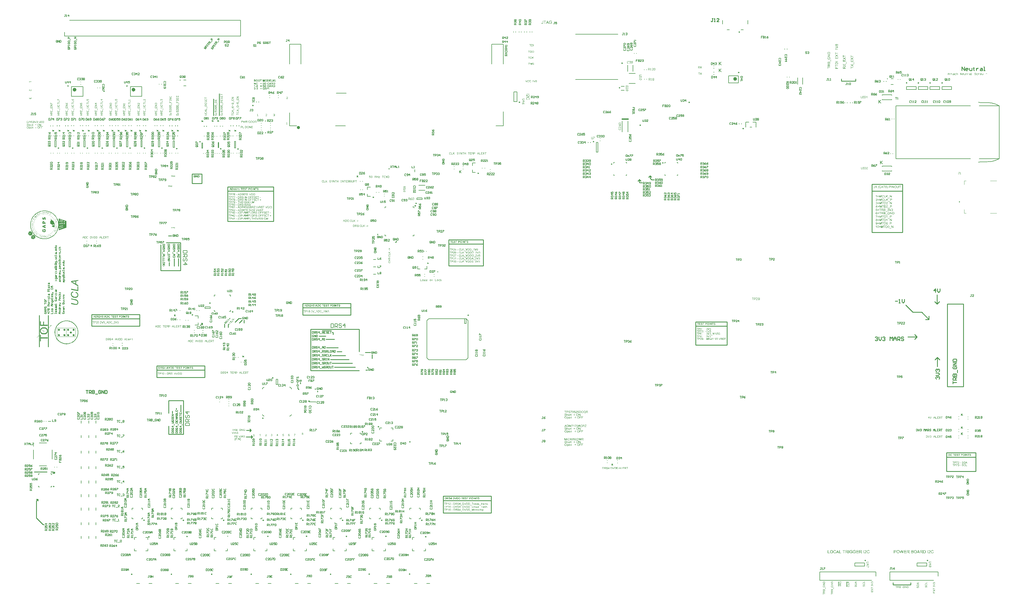
<source format=gto>
G04*
G04 #@! TF.GenerationSoftware,Altium Limited,Altium Designer,20.2.6 (244)*
G04*
G04 Layer_Color=65535*
%FSLAX25Y25*%
%MOIN*%
G70*
G04*
G04 #@! TF.SameCoordinates,C0FDDEC0-252B-4CE6-8BE1-5BCEE630C73E*
G04*
G04*
G04 #@! TF.FilePolarity,Positive*
G04*
G01*
G75*
%ADD10C,0.00984*%
%ADD11C,0.02000*%
%ADD12C,0.00787*%
%ADD13C,0.00600*%
%ADD14C,0.01000*%
%ADD15C,0.00800*%
%ADD16C,0.02362*%
%ADD17C,0.00630*%
%ADD18C,0.01575*%
%ADD19C,0.00700*%
%ADD20C,0.00197*%
%ADD21C,0.00500*%
%ADD22C,0.00472*%
%ADD23C,0.00598*%
%ADD24C,0.00138*%
%ADD25C,0.00945*%
%ADD26C,0.00475*%
%ADD27C,0.00236*%
%ADD28C,0.00400*%
G36*
X692320Y335397D02*
X692348D01*
X692424Y335389D01*
X692509Y335377D01*
X692597Y335357D01*
X692693Y335332D01*
X692781Y335300D01*
X692785D01*
X692793Y335296D01*
X692805Y335288D01*
X692821Y335280D01*
X692861Y335260D01*
X692913Y335224D01*
X692974Y335184D01*
X693034Y335132D01*
X693090Y335072D01*
X693142Y335004D01*
Y335000D01*
X693146Y334996D01*
X693154Y334984D01*
X693162Y334972D01*
X693182Y334931D01*
X693206Y334879D01*
X693234Y334815D01*
X693254Y334739D01*
X693274Y334659D01*
X693282Y334571D01*
X692930Y334542D01*
Y334546D01*
Y334555D01*
X692926Y334567D01*
X692921Y334587D01*
X692909Y334631D01*
X692894Y334691D01*
X692869Y334755D01*
X692833Y334819D01*
X692789Y334879D01*
X692733Y334935D01*
X692725Y334940D01*
X692705Y334956D01*
X692665Y334980D01*
X692613Y335004D01*
X692545Y335028D01*
X692464Y335052D01*
X692364Y335068D01*
X692252Y335072D01*
X692196D01*
X692172Y335068D01*
X692140Y335064D01*
X692067Y335056D01*
X691987Y335040D01*
X691907Y335020D01*
X691831Y334988D01*
X691799Y334968D01*
X691767Y334947D01*
X691759Y334944D01*
X691743Y334928D01*
X691718Y334899D01*
X691694Y334867D01*
X691666Y334823D01*
X691642Y334775D01*
X691626Y334719D01*
X691618Y334655D01*
Y334647D01*
Y334631D01*
X691622Y334603D01*
X691630Y334571D01*
X691642Y334530D01*
X691662Y334490D01*
X691686Y334450D01*
X691722Y334410D01*
X691727Y334406D01*
X691747Y334394D01*
X691763Y334382D01*
X691779Y334374D01*
X691803Y334362D01*
X691831Y334346D01*
X691867Y334334D01*
X691907Y334318D01*
X691951Y334302D01*
X692003Y334282D01*
X692059Y334266D01*
X692124Y334246D01*
X692196Y334230D01*
X692276Y334210D01*
X692280D01*
X692296Y334206D01*
X692320Y334202D01*
X692348Y334194D01*
X692384Y334186D01*
X692428Y334174D01*
X692472Y334162D01*
X692521Y334150D01*
X692625Y334121D01*
X692725Y334093D01*
X692773Y334077D01*
X692817Y334061D01*
X692857Y334049D01*
X692889Y334033D01*
X692894D01*
X692902Y334029D01*
X692913Y334021D01*
X692930Y334013D01*
X692974Y333989D01*
X693026Y333957D01*
X693086Y333913D01*
X693146Y333865D01*
X693202Y333809D01*
X693250Y333749D01*
X693254Y333740D01*
X693270Y333720D01*
X693286Y333684D01*
X693310Y333636D01*
X693331Y333580D01*
X693351Y333512D01*
X693363Y333436D01*
X693367Y333356D01*
Y333351D01*
Y333348D01*
Y333335D01*
Y333319D01*
X693359Y333275D01*
X693351Y333219D01*
X693335Y333155D01*
X693315Y333087D01*
X693282Y333015D01*
X693238Y332939D01*
Y332934D01*
X693234Y332930D01*
X693214Y332906D01*
X693186Y332870D01*
X693146Y332830D01*
X693094Y332782D01*
X693030Y332730D01*
X692958Y332682D01*
X692873Y332638D01*
X692869D01*
X692861Y332634D01*
X692849Y332630D01*
X692833Y332622D01*
X692809Y332614D01*
X692781Y332602D01*
X692717Y332586D01*
X692641Y332566D01*
X692549Y332545D01*
X692448Y332534D01*
X692340Y332529D01*
X692276D01*
X692244Y332534D01*
X692208D01*
X692168Y332538D01*
X692120Y332541D01*
X692019Y332558D01*
X691915Y332574D01*
X691811Y332602D01*
X691711Y332638D01*
X691707D01*
X691699Y332642D01*
X691686Y332650D01*
X691670Y332658D01*
X691622Y332682D01*
X691566Y332718D01*
X691502Y332766D01*
X691434Y332822D01*
X691370Y332890D01*
X691309Y332967D01*
Y332971D01*
X691301Y332979D01*
X691297Y332991D01*
X691286Y333007D01*
X691277Y333027D01*
X691265Y333051D01*
X691237Y333111D01*
X691209Y333187D01*
X691185Y333271D01*
X691169Y333368D01*
X691161Y333468D01*
X691506Y333500D01*
Y333496D01*
Y333492D01*
X691510Y333480D01*
Y333464D01*
X691518Y333428D01*
X691530Y333376D01*
X691546Y333324D01*
X691562Y333263D01*
X691590Y333207D01*
X691618Y333155D01*
X691622Y333151D01*
X691634Y333135D01*
X691654Y333107D01*
X691686Y333079D01*
X691727Y333043D01*
X691771Y333007D01*
X691831Y332971D01*
X691895Y332939D01*
X691899D01*
X691903Y332934D01*
X691915Y332930D01*
X691927Y332927D01*
X691967Y332914D01*
X692019Y332898D01*
X692083Y332882D01*
X692156Y332870D01*
X692236Y332862D01*
X692324Y332858D01*
X692360D01*
X692400Y332862D01*
X692448Y332866D01*
X692505Y332874D01*
X692569Y332882D01*
X692633Y332898D01*
X692693Y332919D01*
X692701Y332923D01*
X692721Y332930D01*
X692749Y332946D01*
X692785Y332963D01*
X692821Y332991D01*
X692861Y333019D01*
X692902Y333051D01*
X692934Y333091D01*
X692938Y333095D01*
X692946Y333111D01*
X692958Y333131D01*
X692974Y333163D01*
X692990Y333195D01*
X693002Y333235D01*
X693010Y333279D01*
X693014Y333328D01*
Y333331D01*
Y333351D01*
X693010Y333376D01*
X693006Y333408D01*
X692994Y333440D01*
X692982Y333480D01*
X692962Y333520D01*
X692934Y333556D01*
X692930Y333560D01*
X692917Y333572D01*
X692902Y333588D01*
X692873Y333612D01*
X692841Y333636D01*
X692797Y333664D01*
X692745Y333692D01*
X692685Y333717D01*
X692681Y333720D01*
X692661Y333724D01*
X692629Y333736D01*
X692609Y333740D01*
X692581Y333749D01*
X692553Y333761D01*
X692517Y333769D01*
X692476Y333781D01*
X692428Y333793D01*
X692380Y333805D01*
X692324Y333821D01*
X692260Y333837D01*
X692192Y333853D01*
X692188D01*
X692176Y333857D01*
X692156Y333861D01*
X692132Y333869D01*
X692100Y333877D01*
X692063Y333885D01*
X691983Y333909D01*
X691895Y333937D01*
X691803Y333965D01*
X691722Y333993D01*
X691686Y334009D01*
X691654Y334025D01*
X691650D01*
X691646Y334029D01*
X691622Y334045D01*
X691586Y334065D01*
X691546Y334097D01*
X691498Y334134D01*
X691450Y334178D01*
X691402Y334230D01*
X691362Y334286D01*
X691358Y334294D01*
X691346Y334314D01*
X691330Y334346D01*
X691314Y334386D01*
X691297Y334438D01*
X691282Y334498D01*
X691269Y334563D01*
X691265Y334631D01*
Y334635D01*
Y334639D01*
Y334651D01*
Y334667D01*
X691273Y334707D01*
X691282Y334759D01*
X691293Y334819D01*
X691314Y334887D01*
X691342Y334956D01*
X691382Y335024D01*
Y335028D01*
X691386Y335032D01*
X691406Y335056D01*
X691434Y335088D01*
X691470Y335128D01*
X691518Y335172D01*
X691578Y335220D01*
X691650Y335264D01*
X691731Y335304D01*
X691735D01*
X691743Y335308D01*
X691755Y335312D01*
X691771Y335320D01*
X691791Y335329D01*
X691819Y335336D01*
X691879Y335352D01*
X691955Y335369D01*
X692043Y335385D01*
X692136Y335397D01*
X692240Y335401D01*
X692292D01*
X692320Y335397D01*
D02*
G37*
G36*
X708725D02*
X708761Y335393D01*
X708805Y335389D01*
X708849Y335385D01*
X708901Y335373D01*
X709010Y335349D01*
X709130Y335312D01*
X709190Y335288D01*
X709246Y335260D01*
X709302Y335224D01*
X709359Y335188D01*
X709363Y335184D01*
X709371Y335180D01*
X709387Y335168D01*
X709407Y335148D01*
X709427Y335128D01*
X709455Y335100D01*
X709483Y335068D01*
X709515Y335036D01*
X709547Y334996D01*
X709579Y334947D01*
X709615Y334899D01*
X709647Y334847D01*
X709675Y334787D01*
X709707Y334727D01*
X709731Y334663D01*
X709756Y334591D01*
X709395Y334506D01*
Y334510D01*
X709391Y334519D01*
X709383Y334535D01*
X709375Y334555D01*
X709367Y334579D01*
X709354Y334611D01*
X709322Y334675D01*
X709282Y334747D01*
X709234Y334819D01*
X709174Y334887D01*
X709110Y334947D01*
X709102Y334956D01*
X709078Y334972D01*
X709038Y334992D01*
X708986Y335020D01*
X708917Y335044D01*
X708841Y335068D01*
X708749Y335084D01*
X708649Y335088D01*
X708617D01*
X708597Y335084D01*
X708569D01*
X708536Y335080D01*
X708460Y335068D01*
X708376Y335052D01*
X708288Y335024D01*
X708196Y334984D01*
X708111Y334931D01*
X708107D01*
X708103Y334924D01*
X708075Y334903D01*
X708039Y334871D01*
X707995Y334823D01*
X707943Y334763D01*
X707895Y334695D01*
X707851Y334611D01*
X707811Y334519D01*
Y334514D01*
X707807Y334506D01*
X707803Y334494D01*
X707799Y334474D01*
X707791Y334450D01*
X707783Y334422D01*
X707771Y334354D01*
X707755Y334274D01*
X707738Y334186D01*
X707730Y334089D01*
X707726Y333985D01*
Y333981D01*
Y333969D01*
Y333949D01*
Y333925D01*
X707730Y333897D01*
Y333861D01*
X707734Y333821D01*
X707738Y333777D01*
X707751Y333680D01*
X707771Y333576D01*
X707795Y333472D01*
X707827Y333368D01*
Y333364D01*
X707831Y333356D01*
X707839Y333344D01*
X707847Y333324D01*
X707871Y333275D01*
X707907Y333219D01*
X707951Y333155D01*
X708007Y333087D01*
X708071Y333027D01*
X708147Y332971D01*
X708151D01*
X708159Y332967D01*
X708172Y332959D01*
X708188Y332951D01*
X708208Y332943D01*
X708232Y332930D01*
X708288Y332906D01*
X708360Y332882D01*
X708440Y332862D01*
X708529Y332846D01*
X708621Y332842D01*
X708649D01*
X708673Y332846D01*
X708701D01*
X708729Y332850D01*
X708801Y332866D01*
X708885Y332886D01*
X708970Y332919D01*
X709058Y332963D01*
X709102Y332987D01*
X709142Y333019D01*
X709146Y333023D01*
X709150Y333027D01*
X709162Y333039D01*
X709178Y333051D01*
X709194Y333071D01*
X709214Y333095D01*
X709238Y333119D01*
X709258Y333151D01*
X709282Y333187D01*
X709310Y333227D01*
X709335Y333267D01*
X709359Y333315D01*
X709379Y333368D01*
X709399Y333424D01*
X709419Y333484D01*
X709435Y333548D01*
X709804Y333456D01*
Y333452D01*
X709800Y333436D01*
X709792Y333412D01*
X709780Y333380D01*
X709768Y333344D01*
X709752Y333299D01*
X709731Y333251D01*
X709707Y333199D01*
X709651Y333087D01*
X709579Y332975D01*
X709535Y332919D01*
X709491Y332862D01*
X709443Y332814D01*
X709387Y332766D01*
X709383Y332762D01*
X709375Y332754D01*
X709354Y332746D01*
X709335Y332730D01*
X709302Y332710D01*
X709270Y332690D01*
X709226Y332670D01*
X709182Y332650D01*
X709130Y332626D01*
X709074Y332606D01*
X709014Y332586D01*
X708950Y332566D01*
X708881Y332550D01*
X708809Y332541D01*
X708733Y332534D01*
X708653Y332529D01*
X708609D01*
X708577Y332534D01*
X708540D01*
X708496Y332538D01*
X708448Y332545D01*
X708392Y332554D01*
X708276Y332574D01*
X708155Y332606D01*
X708035Y332650D01*
X707979Y332678D01*
X707923Y332710D01*
X707919Y332714D01*
X707911Y332718D01*
X707895Y332730D01*
X707879Y332746D01*
X707855Y332762D01*
X707827Y332786D01*
X707795Y332814D01*
X707763Y332846D01*
X707730Y332882D01*
X707694Y332919D01*
X707622Y333011D01*
X707554Y333119D01*
X707494Y333239D01*
Y333243D01*
X707486Y333255D01*
X707482Y333275D01*
X707470Y333299D01*
X707462Y333331D01*
X707450Y333372D01*
X707434Y333416D01*
X707422Y333464D01*
X707410Y333516D01*
X707394Y333576D01*
X707374Y333700D01*
X707358Y333841D01*
X707349Y333985D01*
Y333989D01*
Y334005D01*
Y334029D01*
X707353Y334057D01*
Y334097D01*
X707358Y334138D01*
X707362Y334190D01*
X707370Y334242D01*
X707390Y334358D01*
X707418Y334486D01*
X707458Y334615D01*
X707514Y334739D01*
X707518Y334743D01*
X707522Y334755D01*
X707530Y334771D01*
X707546Y334791D01*
X707562Y334819D01*
X707582Y334851D01*
X707634Y334924D01*
X707702Y335004D01*
X707783Y335084D01*
X707875Y335164D01*
X707983Y335232D01*
X707987Y335236D01*
X707999Y335240D01*
X708015Y335248D01*
X708035Y335260D01*
X708067Y335272D01*
X708099Y335284D01*
X708140Y335300D01*
X708184Y335316D01*
X708232Y335332D01*
X708284Y335349D01*
X708396Y335373D01*
X708524Y335393D01*
X708657Y335401D01*
X708697D01*
X708725Y335397D01*
D02*
G37*
G36*
X704069Y334992D02*
X702959D01*
X702810Y334242D01*
X702814Y334246D01*
X702822Y334250D01*
X702834Y334258D01*
X702854Y334270D01*
X702878Y334282D01*
X702906Y334298D01*
X702971Y334330D01*
X703051Y334362D01*
X703139Y334390D01*
X703235Y334410D01*
X703283Y334418D01*
X703372D01*
X703396Y334414D01*
X703428Y334410D01*
X703464Y334406D01*
X703504Y334398D01*
X703548Y334386D01*
X703644Y334358D01*
X703696Y334338D01*
X703749Y334310D01*
X703801Y334282D01*
X703853Y334250D01*
X703901Y334210D01*
X703949Y334166D01*
X703953Y334162D01*
X703961Y334154D01*
X703973Y334141D01*
X703989Y334121D01*
X704009Y334093D01*
X704029Y334065D01*
X704053Y334029D01*
X704077Y333989D01*
X704097Y333945D01*
X704121Y333897D01*
X704142Y333841D01*
X704162Y333785D01*
X704178Y333724D01*
X704190Y333656D01*
X704198Y333588D01*
X704202Y333516D01*
Y333512D01*
Y333500D01*
Y333480D01*
X704198Y333452D01*
X704194Y333420D01*
X704190Y333384D01*
X704182Y333340D01*
X704174Y333295D01*
X704149Y333191D01*
X704109Y333083D01*
X704085Y333027D01*
X704053Y332975D01*
X704021Y332919D01*
X703981Y332866D01*
X703977Y332862D01*
X703969Y332850D01*
X703953Y332834D01*
X703933Y332814D01*
X703905Y332790D01*
X703873Y332758D01*
X703833Y332730D01*
X703789Y332698D01*
X703741Y332666D01*
X703684Y332638D01*
X703624Y332610D01*
X703560Y332582D01*
X703492Y332562D01*
X703416Y332545D01*
X703336Y332534D01*
X703251Y332529D01*
X703215D01*
X703187Y332534D01*
X703155Y332538D01*
X703119Y332541D01*
X703075Y332545D01*
X703031Y332558D01*
X702930Y332582D01*
X702830Y332618D01*
X702778Y332642D01*
X702726Y332670D01*
X702678Y332702D01*
X702630Y332738D01*
X702626Y332742D01*
X702618Y332746D01*
X702610Y332762D01*
X702594Y332778D01*
X702574Y332798D01*
X702554Y332822D01*
X702529Y332854D01*
X702509Y332890D01*
X702485Y332927D01*
X702461Y332971D01*
X702417Y333067D01*
X702381Y333179D01*
X702369Y333239D01*
X702361Y333303D01*
X702718Y333331D01*
Y333328D01*
Y333319D01*
X702722Y333307D01*
X702726Y333287D01*
X702738Y333243D01*
X702754Y333183D01*
X702778Y333123D01*
X702810Y333055D01*
X702850Y332995D01*
X702898Y332939D01*
X702906Y332934D01*
X702922Y332919D01*
X702955Y332898D01*
X702999Y332874D01*
X703047Y332850D01*
X703107Y332830D01*
X703175Y332814D01*
X703251Y332810D01*
X703275D01*
X703291Y332814D01*
X703339Y332818D01*
X703396Y332834D01*
X703464Y332854D01*
X703532Y332886D01*
X703604Y332934D01*
X703636Y332963D01*
X703668Y332995D01*
X703672Y332999D01*
X703676Y333003D01*
X703684Y333015D01*
X703696Y333027D01*
X703724Y333071D01*
X703757Y333127D01*
X703785Y333195D01*
X703813Y333279D01*
X703833Y333380D01*
X703841Y333432D01*
Y333488D01*
Y333492D01*
Y333500D01*
Y333516D01*
X703837Y333536D01*
Y333560D01*
X703833Y333588D01*
X703821Y333652D01*
X703801Y333729D01*
X703773Y333805D01*
X703732Y333877D01*
X703676Y333945D01*
Y333949D01*
X703668Y333953D01*
X703648Y333973D01*
X703612Y334001D01*
X703564Y334033D01*
X703500Y334061D01*
X703428Y334089D01*
X703343Y334109D01*
X703295Y334118D01*
X703219D01*
X703187Y334114D01*
X703147Y334109D01*
X703099Y334097D01*
X703051Y334085D01*
X702999Y334065D01*
X702947Y334041D01*
X702943Y334037D01*
X702926Y334029D01*
X702902Y334009D01*
X702870Y333989D01*
X702838Y333961D01*
X702806Y333925D01*
X702770Y333889D01*
X702742Y333845D01*
X702421Y333889D01*
X702690Y335316D01*
X704069D01*
Y334992D01*
D02*
G37*
G36*
X699755D02*
X698644D01*
X698495Y334242D01*
X698499Y334246D01*
X698507Y334250D01*
X698520Y334258D01*
X698539Y334270D01*
X698564Y334282D01*
X698592Y334298D01*
X698656Y334330D01*
X698736Y334362D01*
X698824Y334390D01*
X698920Y334410D01*
X698969Y334418D01*
X699057D01*
X699081Y334414D01*
X699113Y334410D01*
X699149Y334406D01*
X699189Y334398D01*
X699233Y334386D01*
X699330Y334358D01*
X699382Y334338D01*
X699434Y334310D01*
X699486Y334282D01*
X699538Y334250D01*
X699586Y334210D01*
X699634Y334166D01*
X699638Y334162D01*
X699646Y334154D01*
X699658Y334141D01*
X699674Y334121D01*
X699694Y334093D01*
X699715Y334065D01*
X699739Y334029D01*
X699763Y333989D01*
X699783Y333945D01*
X699807Y333897D01*
X699827Y333841D01*
X699847Y333785D01*
X699863Y333724D01*
X699875Y333656D01*
X699883Y333588D01*
X699887Y333516D01*
Y333512D01*
Y333500D01*
Y333480D01*
X699883Y333452D01*
X699879Y333420D01*
X699875Y333384D01*
X699867Y333340D01*
X699859Y333295D01*
X699835Y333191D01*
X699795Y333083D01*
X699771Y333027D01*
X699739Y332975D01*
X699707Y332919D01*
X699666Y332866D01*
X699662Y332862D01*
X699654Y332850D01*
X699638Y332834D01*
X699618Y332814D01*
X699590Y332790D01*
X699558Y332758D01*
X699518Y332730D01*
X699474Y332698D01*
X699426Y332666D01*
X699370Y332638D01*
X699309Y332610D01*
X699245Y332582D01*
X699177Y332562D01*
X699101Y332545D01*
X699021Y332534D01*
X698937Y332529D01*
X698901D01*
X698872Y332534D01*
X698840Y332538D01*
X698804Y332541D01*
X698760Y332545D01*
X698716Y332558D01*
X698616Y332582D01*
X698516Y332618D01*
X698463Y332642D01*
X698411Y332670D01*
X698363Y332702D01*
X698315Y332738D01*
X698311Y332742D01*
X698303Y332746D01*
X698295Y332762D01*
X698279Y332778D01*
X698259Y332798D01*
X698239Y332822D01*
X698215Y332854D01*
X698195Y332890D01*
X698171Y332927D01*
X698147Y332971D01*
X698103Y333067D01*
X698066Y333179D01*
X698054Y333239D01*
X698046Y333303D01*
X698403Y333331D01*
Y333328D01*
Y333319D01*
X698407Y333307D01*
X698411Y333287D01*
X698423Y333243D01*
X698439Y333183D01*
X698463Y333123D01*
X698495Y333055D01*
X698535Y332995D01*
X698584Y332939D01*
X698592Y332934D01*
X698608Y332919D01*
X698640Y332898D01*
X698684Y332874D01*
X698732Y332850D01*
X698792Y332830D01*
X698860Y332814D01*
X698937Y332810D01*
X698961D01*
X698977Y332814D01*
X699025Y332818D01*
X699081Y332834D01*
X699149Y332854D01*
X699217Y332886D01*
X699289Y332934D01*
X699322Y332963D01*
X699354Y332995D01*
X699358Y332999D01*
X699362Y333003D01*
X699370Y333015D01*
X699382Y333027D01*
X699410Y333071D01*
X699442Y333127D01*
X699470Y333195D01*
X699498Y333279D01*
X699518Y333380D01*
X699526Y333432D01*
Y333488D01*
Y333492D01*
Y333500D01*
Y333516D01*
X699522Y333536D01*
Y333560D01*
X699518Y333588D01*
X699506Y333652D01*
X699486Y333729D01*
X699458Y333805D01*
X699418Y333877D01*
X699362Y333945D01*
Y333949D01*
X699354Y333953D01*
X699333Y333973D01*
X699297Y334001D01*
X699249Y334033D01*
X699185Y334061D01*
X699113Y334089D01*
X699029Y334109D01*
X698981Y334118D01*
X698905D01*
X698872Y334114D01*
X698832Y334109D01*
X698784Y334097D01*
X698736Y334085D01*
X698684Y334065D01*
X698632Y334041D01*
X698628Y334037D01*
X698612Y334029D01*
X698588Y334009D01*
X698556Y333989D01*
X698524Y333961D01*
X698491Y333925D01*
X698455Y333889D01*
X698427Y333845D01*
X698106Y333889D01*
X698375Y335316D01*
X699755D01*
Y334992D01*
D02*
G37*
G36*
X696807Y335361D02*
X696827D01*
X696855Y335357D01*
X696923Y335345D01*
X697000Y335329D01*
X697084Y335300D01*
X697168Y335264D01*
X697252Y335216D01*
X697256D01*
X697260Y335208D01*
X697272Y335200D01*
X697288Y335188D01*
X697329Y335156D01*
X697381Y335112D01*
X697433Y335052D01*
X697493Y334980D01*
X697545Y334895D01*
X697593Y334799D01*
Y334795D01*
X697597Y334787D01*
X697605Y334771D01*
X697613Y334751D01*
X697621Y334723D01*
X697633Y334687D01*
X697641Y334647D01*
X697653Y334603D01*
X697665Y334550D01*
X697677Y334490D01*
X697685Y334426D01*
X697693Y334358D01*
X697702Y334282D01*
X697710Y334202D01*
X697714Y334114D01*
Y334021D01*
Y334017D01*
Y333997D01*
Y333969D01*
Y333933D01*
X697710Y333889D01*
Y333837D01*
X697706Y333777D01*
X697697Y333717D01*
X697685Y333580D01*
X697665Y333436D01*
X697637Y333299D01*
X697617Y333231D01*
X697597Y333171D01*
Y333167D01*
X697593Y333159D01*
X697585Y333143D01*
X697577Y333119D01*
X697565Y333095D01*
X697549Y333063D01*
X697509Y332995D01*
X697461Y332919D01*
X697405Y332838D01*
X697332Y332762D01*
X697252Y332694D01*
X697248D01*
X697240Y332686D01*
X697228Y332678D01*
X697212Y332670D01*
X697188Y332658D01*
X697164Y332642D01*
X697132Y332626D01*
X697100Y332614D01*
X697024Y332582D01*
X696932Y332554D01*
X696831Y332538D01*
X696719Y332529D01*
X696687D01*
X696667Y332534D01*
X696639D01*
X696607Y332538D01*
X696530Y332554D01*
X696446Y332574D01*
X696358Y332606D01*
X696270Y332650D01*
X696226Y332678D01*
X696186Y332710D01*
X696182Y332714D01*
X696178Y332718D01*
X696166Y332730D01*
X696154Y332742D01*
X696138Y332762D01*
X696117Y332786D01*
X696077Y332842D01*
X696037Y332914D01*
X695997Y333003D01*
X695965Y333103D01*
X695941Y333219D01*
X696270Y333247D01*
Y333243D01*
X696274Y333235D01*
Y333227D01*
X696278Y333211D01*
X696290Y333167D01*
X696306Y333119D01*
X696326Y333063D01*
X696354Y333007D01*
X696386Y332955D01*
X696426Y332910D01*
X696430Y332906D01*
X696446Y332894D01*
X696474Y332878D01*
X696507Y332862D01*
X696551Y332842D01*
X696603Y332826D01*
X696663Y332814D01*
X696727Y332810D01*
X696755D01*
X696783Y332814D01*
X696819Y332818D01*
X696863Y332826D01*
X696908Y332838D01*
X696956Y332854D01*
X697000Y332878D01*
X697004Y332882D01*
X697020Y332890D01*
X697044Y332906D01*
X697068Y332930D01*
X697100Y332959D01*
X697132Y332991D01*
X697164Y333027D01*
X697196Y333071D01*
X697200Y333075D01*
X697208Y333095D01*
X697224Y333123D01*
X697240Y333159D01*
X697260Y333207D01*
X697280Y333263D01*
X697300Y333328D01*
X697321Y333400D01*
Y333404D01*
X697325Y333408D01*
Y333420D01*
X697329Y333436D01*
X697336Y333476D01*
X697349Y333528D01*
X697357Y333592D01*
X697365Y333660D01*
X697369Y333736D01*
X697373Y333817D01*
Y333821D01*
Y333833D01*
Y333853D01*
Y333885D01*
X697369Y333877D01*
X697353Y333857D01*
X697329Y333829D01*
X697300Y333789D01*
X697260Y333749D01*
X697212Y333704D01*
X697156Y333660D01*
X697092Y333620D01*
X697084Y333616D01*
X697060Y333604D01*
X697024Y333588D01*
X696980Y333572D01*
X696919Y333552D01*
X696855Y333536D01*
X696783Y333524D01*
X696707Y333520D01*
X696675D01*
X696651Y333524D01*
X696619Y333528D01*
X696587Y333532D01*
X696547Y333540D01*
X696507Y333552D01*
X696414Y333580D01*
X696366Y333600D01*
X696318Y333624D01*
X696266Y333652D01*
X696218Y333688D01*
X696170Y333724D01*
X696126Y333769D01*
X696122Y333773D01*
X696113Y333781D01*
X696105Y333793D01*
X696089Y333813D01*
X696069Y333841D01*
X696049Y333869D01*
X696029Y333905D01*
X696009Y333945D01*
X695985Y333989D01*
X695965Y334037D01*
X695945Y334093D01*
X695925Y334150D01*
X695909Y334214D01*
X695901Y334282D01*
X695893Y334350D01*
X695889Y334426D01*
Y334430D01*
Y334446D01*
Y334466D01*
X695893Y334494D01*
X695897Y334530D01*
X695901Y334575D01*
X695909Y334619D01*
X695921Y334671D01*
X695949Y334775D01*
X695969Y334831D01*
X695993Y334891D01*
X696021Y334947D01*
X696057Y335000D01*
X696094Y335056D01*
X696138Y335104D01*
X696142Y335108D01*
X696150Y335116D01*
X696162Y335128D01*
X696182Y335144D01*
X696206Y335164D01*
X696238Y335188D01*
X696270Y335208D01*
X696310Y335236D01*
X696350Y335260D01*
X696398Y335280D01*
X696507Y335325D01*
X696563Y335340D01*
X696627Y335352D01*
X696691Y335361D01*
X696759Y335365D01*
X696787D01*
X696807Y335361D01*
D02*
G37*
G36*
X714596Y335349D02*
X714632D01*
X714716Y335345D01*
X714804Y335332D01*
X714900Y335320D01*
X714989Y335300D01*
X715033Y335288D01*
X715069Y335276D01*
X715073D01*
X715077Y335272D01*
X715101Y335260D01*
X715137Y335244D01*
X715181Y335216D01*
X715229Y335180D01*
X715281Y335132D01*
X715329Y335076D01*
X715378Y335012D01*
Y335008D01*
X715381Y335004D01*
X715398Y334980D01*
X715414Y334940D01*
X715438Y334887D01*
X715458Y334827D01*
X715478Y334755D01*
X715490Y334679D01*
X715494Y334595D01*
Y334591D01*
Y334583D01*
Y334567D01*
X715490Y334546D01*
Y334519D01*
X715486Y334490D01*
X715470Y334422D01*
X715446Y334342D01*
X715414Y334258D01*
X715366Y334174D01*
X715333Y334134D01*
X715301Y334093D01*
X715297Y334089D01*
X715293Y334085D01*
X715281Y334073D01*
X715265Y334061D01*
X715245Y334045D01*
X715221Y334029D01*
X715189Y334009D01*
X715157Y333985D01*
X715117Y333965D01*
X715073Y333945D01*
X715025Y333921D01*
X714972Y333901D01*
X714912Y333885D01*
X714852Y333865D01*
X714784Y333853D01*
X714712Y333841D01*
X714720Y333837D01*
X714736Y333829D01*
X714760Y333813D01*
X714792Y333797D01*
X714864Y333753D01*
X714900Y333724D01*
X714932Y333700D01*
X714940Y333692D01*
X714960Y333672D01*
X714993Y333640D01*
X715033Y333600D01*
X715077Y333544D01*
X715129Y333484D01*
X715181Y333412D01*
X715237Y333331D01*
X715714Y332578D01*
X715257D01*
X714892Y333155D01*
Y333159D01*
X714884Y333167D01*
X714876Y333179D01*
X714864Y333195D01*
X714836Y333239D01*
X714800Y333295D01*
X714756Y333356D01*
X714712Y333420D01*
X714668Y333480D01*
X714628Y333536D01*
X714624Y333540D01*
X714612Y333556D01*
X714592Y333580D01*
X714564Y333608D01*
X714503Y333668D01*
X714471Y333696D01*
X714439Y333720D01*
X714435Y333724D01*
X714427Y333729D01*
X714411Y333736D01*
X714387Y333749D01*
X714363Y333761D01*
X714335Y333773D01*
X714271Y333793D01*
X714267D01*
X714259Y333797D01*
X714243D01*
X714223Y333801D01*
X714195Y333805D01*
X714162D01*
X714118Y333809D01*
X713645D01*
Y332578D01*
X713276D01*
Y335352D01*
X714564D01*
X714596Y335349D01*
D02*
G37*
G36*
X705798D02*
X705878Y335345D01*
X705958Y335336D01*
X706038Y335325D01*
X706106Y335312D01*
X706110D01*
X706118Y335308D01*
X706131D01*
X706146Y335300D01*
X706191Y335288D01*
X706247Y335268D01*
X706311Y335240D01*
X706379Y335204D01*
X706447Y335164D01*
X706511Y335112D01*
X706515Y335108D01*
X706519Y335104D01*
X706531Y335092D01*
X706547Y335080D01*
X706588Y335040D01*
X706636Y334984D01*
X706688Y334915D01*
X706744Y334835D01*
X706796Y334743D01*
X706840Y334639D01*
Y334635D01*
X706844Y334627D01*
X706852Y334611D01*
X706856Y334587D01*
X706868Y334559D01*
X706876Y334526D01*
X706884Y334490D01*
X706896Y334446D01*
X706908Y334402D01*
X706916Y334350D01*
X706937Y334238D01*
X706949Y334114D01*
X706952Y333977D01*
Y333973D01*
Y333965D01*
Y333945D01*
Y333925D01*
X706949Y333897D01*
Y333865D01*
X706945Y333789D01*
X706932Y333700D01*
X706920Y333608D01*
X706900Y333512D01*
X706876Y333416D01*
Y333412D01*
X706872Y333404D01*
X706868Y333392D01*
X706864Y333376D01*
X706848Y333331D01*
X706824Y333275D01*
X706800Y333211D01*
X706768Y333147D01*
X706728Y333079D01*
X706688Y333015D01*
X706684Y333007D01*
X706668Y332987D01*
X706644Y332959D01*
X706612Y332923D01*
X706576Y332882D01*
X706531Y332842D01*
X706487Y332798D01*
X706435Y332762D01*
X706427Y332758D01*
X706411Y332746D01*
X706383Y332730D01*
X706343Y332710D01*
X706295Y332686D01*
X706239Y332666D01*
X706175Y332642D01*
X706102Y332622D01*
X706094D01*
X706082Y332618D01*
X706070Y332614D01*
X706030Y332610D01*
X705974Y332602D01*
X705910Y332594D01*
X705834Y332586D01*
X705750Y332582D01*
X705657Y332578D01*
X704659D01*
Y335352D01*
X705725D01*
X705798Y335349D01*
D02*
G37*
G36*
X701190Y335361D02*
X701222Y335357D01*
X701262Y335352D01*
X701306Y335345D01*
X701351Y335336D01*
X701455Y335308D01*
X701559Y335268D01*
X701611Y335244D01*
X701663Y335216D01*
X701712Y335180D01*
X701756Y335140D01*
X701760Y335136D01*
X701768Y335132D01*
X701776Y335116D01*
X701792Y335100D01*
X701812Y335080D01*
X701832Y335052D01*
X701852Y335024D01*
X701876Y334988D01*
X701916Y334911D01*
X701956Y334815D01*
X701972Y334767D01*
X701980Y334711D01*
X701988Y334655D01*
X701992Y334595D01*
Y334587D01*
Y334567D01*
X701988Y334535D01*
X701984Y334490D01*
X701976Y334442D01*
X701960Y334386D01*
X701944Y334326D01*
X701920Y334266D01*
X701916Y334258D01*
X701908Y334238D01*
X701892Y334206D01*
X701868Y334162D01*
X701836Y334114D01*
X701796Y334053D01*
X701748Y333993D01*
X701691Y333925D01*
X701683Y333917D01*
X701663Y333893D01*
X701643Y333873D01*
X701623Y333853D01*
X701599Y333829D01*
X701567Y333797D01*
X701535Y333765D01*
X701495Y333729D01*
X701455Y333688D01*
X701407Y333644D01*
X701355Y333600D01*
X701298Y333548D01*
X701234Y333496D01*
X701170Y333440D01*
X701166Y333436D01*
X701158Y333428D01*
X701142Y333416D01*
X701122Y333400D01*
X701098Y333376D01*
X701070Y333351D01*
X701006Y333299D01*
X700938Y333239D01*
X700873Y333179D01*
X700817Y333127D01*
X700793Y333107D01*
X700773Y333087D01*
X700769Y333083D01*
X700757Y333071D01*
X700741Y333055D01*
X700721Y333031D01*
X700701Y333003D01*
X700677Y332975D01*
X700629Y332906D01*
X701996D01*
Y332578D01*
X700156D01*
Y332582D01*
Y332598D01*
Y332622D01*
X700160Y332654D01*
X700164Y332690D01*
X700172Y332730D01*
X700180Y332770D01*
X700196Y332814D01*
Y332818D01*
X700200Y332822D01*
X700208Y332846D01*
X700224Y332882D01*
X700248Y332930D01*
X700280Y332987D01*
X700320Y333051D01*
X700364Y333115D01*
X700420Y333183D01*
Y333187D01*
X700428Y333191D01*
X700448Y333215D01*
X700484Y333251D01*
X700536Y333303D01*
X700597Y333364D01*
X700673Y333436D01*
X700765Y333516D01*
X700865Y333600D01*
X700869Y333604D01*
X700885Y333616D01*
X700910Y333636D01*
X700938Y333660D01*
X700974Y333692D01*
X701018Y333729D01*
X701062Y333769D01*
X701114Y333813D01*
X701214Y333909D01*
X701314Y334005D01*
X701363Y334053D01*
X701407Y334101D01*
X701447Y334145D01*
X701479Y334190D01*
Y334194D01*
X701487Y334198D01*
X701495Y334210D01*
X701503Y334226D01*
X701531Y334270D01*
X701563Y334322D01*
X701591Y334386D01*
X701619Y334454D01*
X701635Y334530D01*
X701643Y334603D01*
Y334607D01*
Y334611D01*
X701639Y334635D01*
X701635Y334675D01*
X701623Y334719D01*
X701607Y334775D01*
X701579Y334831D01*
X701543Y334887D01*
X701495Y334944D01*
X701487Y334951D01*
X701467Y334968D01*
X701439Y334988D01*
X701395Y335016D01*
X701338Y335040D01*
X701274Y335064D01*
X701198Y335080D01*
X701114Y335084D01*
X701090D01*
X701074Y335080D01*
X701026Y335076D01*
X700970Y335064D01*
X700910Y335048D01*
X700841Y335020D01*
X700777Y334984D01*
X700717Y334935D01*
X700709Y334928D01*
X700693Y334907D01*
X700669Y334875D01*
X700645Y334827D01*
X700617Y334771D01*
X700593Y334699D01*
X700577Y334619D01*
X700569Y334526D01*
X700220Y334563D01*
Y334567D01*
X700224Y334579D01*
Y334599D01*
X700228Y334627D01*
X700236Y334659D01*
X700244Y334695D01*
X700256Y334739D01*
X700268Y334783D01*
X700300Y334879D01*
X700348Y334976D01*
X700376Y335024D01*
X700412Y335072D01*
X700448Y335116D01*
X700488Y335156D01*
X700492Y335160D01*
X700500Y335164D01*
X700513Y335176D01*
X700532Y335188D01*
X700557Y335204D01*
X700585Y335220D01*
X700617Y335240D01*
X700657Y335260D01*
X700701Y335280D01*
X700749Y335300D01*
X700801Y335316D01*
X700857Y335332D01*
X700917Y335345D01*
X700982Y335357D01*
X701050Y335361D01*
X701122Y335365D01*
X701162D01*
X701190Y335361D01*
D02*
G37*
G36*
X695552Y335048D02*
X695548Y335044D01*
X695540Y335036D01*
X695524Y335020D01*
X695508Y334996D01*
X695484Y334968D01*
X695452Y334935D01*
X695420Y334895D01*
X695384Y334847D01*
X695348Y334799D01*
X695303Y334743D01*
X695259Y334679D01*
X695215Y334615D01*
X695167Y334542D01*
X695119Y334466D01*
X695071Y334382D01*
X695023Y334298D01*
X695019Y334294D01*
X695011Y334278D01*
X694999Y334254D01*
X694979Y334218D01*
X694959Y334174D01*
X694935Y334125D01*
X694907Y334069D01*
X694878Y334005D01*
X694846Y333933D01*
X694810Y333861D01*
X694778Y333781D01*
X694746Y333696D01*
X694682Y333524D01*
X694622Y333340D01*
Y333335D01*
X694618Y333324D01*
X694614Y333303D01*
X694606Y333279D01*
X694598Y333247D01*
X694590Y333207D01*
X694578Y333163D01*
X694570Y333115D01*
X694558Y333059D01*
X694546Y332999D01*
X694525Y332870D01*
X694506Y332730D01*
X694493Y332578D01*
X694145D01*
Y332582D01*
Y332594D01*
Y332610D01*
X694149Y332634D01*
Y332666D01*
X694153Y332706D01*
X694157Y332750D01*
X694161Y332798D01*
X694169Y332854D01*
X694177Y332910D01*
X694189Y332979D01*
X694201Y333047D01*
X694213Y333119D01*
X694229Y333199D01*
X694269Y333364D01*
Y333368D01*
X694273Y333384D01*
X694281Y333408D01*
X694293Y333444D01*
X694305Y333484D01*
X694321Y333532D01*
X694337Y333588D01*
X694361Y333648D01*
X694385Y333717D01*
X694409Y333785D01*
X694469Y333937D01*
X694542Y334097D01*
X694622Y334258D01*
X694626Y334262D01*
X694634Y334278D01*
X694646Y334298D01*
X694662Y334330D01*
X694682Y334366D01*
X694710Y334410D01*
X694738Y334458D01*
X694770Y334510D01*
X694846Y334627D01*
X694927Y334747D01*
X695019Y334871D01*
X695115Y334988D01*
X693756D01*
Y335316D01*
X695552D01*
Y335048D01*
D02*
G37*
G36*
X689898Y335349D02*
X689966Y335345D01*
X690038Y335340D01*
X690106Y335332D01*
X690167Y335325D01*
X690175D01*
X690203Y335316D01*
X690239Y335308D01*
X690287Y335296D01*
X690339Y335276D01*
X690395Y335252D01*
X690455Y335224D01*
X690508Y335192D01*
X690516Y335188D01*
X690532Y335176D01*
X690556Y335152D01*
X690588Y335124D01*
X690624Y335088D01*
X690660Y335040D01*
X690700Y334988D01*
X690732Y334928D01*
X690736Y334920D01*
X690744Y334899D01*
X690760Y334863D01*
X690776Y334815D01*
X690788Y334759D01*
X690804Y334695D01*
X690812Y334623D01*
X690816Y334546D01*
Y334542D01*
Y334530D01*
Y334514D01*
X690812Y334486D01*
X690808Y334458D01*
X690804Y334422D01*
X690796Y334382D01*
X690788Y334338D01*
X690760Y334246D01*
X690744Y334198D01*
X690720Y334145D01*
X690692Y334093D01*
X690664Y334045D01*
X690628Y333997D01*
X690588Y333949D01*
X690584Y333945D01*
X690576Y333937D01*
X690564Y333925D01*
X690544Y333913D01*
X690520Y333893D01*
X690487Y333873D01*
X690447Y333849D01*
X690403Y333829D01*
X690351Y333805D01*
X690291Y333781D01*
X690227Y333761D01*
X690151Y333745D01*
X690070Y333729D01*
X689982Y333717D01*
X689882Y333708D01*
X689778Y333704D01*
X689068D01*
Y332578D01*
X688699D01*
Y335352D01*
X689838D01*
X689898Y335349D01*
D02*
G37*
G36*
X688318Y335024D02*
X687404D01*
Y332578D01*
X687035D01*
Y335024D01*
X686121D01*
Y335352D01*
X688318D01*
Y335024D01*
D02*
G37*
G36*
X711516Y335397D02*
X711552D01*
X711588Y335393D01*
X711636Y335385D01*
X711684Y335377D01*
X711789Y335357D01*
X711909Y335325D01*
X712025Y335276D01*
X712085Y335248D01*
X712146Y335216D01*
X712149Y335212D01*
X712157Y335208D01*
X712174Y335196D01*
X712198Y335184D01*
X712222Y335164D01*
X712254Y335140D01*
X712322Y335084D01*
X712394Y335012D01*
X712474Y334924D01*
X712550Y334819D01*
X712615Y334703D01*
Y334699D01*
X712623Y334687D01*
X712631Y334671D01*
X712639Y334647D01*
X712655Y334615D01*
X712667Y334579D01*
X712683Y334535D01*
X712699Y334486D01*
X712711Y334434D01*
X712727Y334378D01*
X712743Y334318D01*
X712755Y334254D01*
X712771Y334114D01*
X712779Y333965D01*
Y333961D01*
Y333949D01*
Y333933D01*
Y333909D01*
X712775Y333877D01*
Y333841D01*
X712771Y333801D01*
X712767Y333761D01*
X712755Y333664D01*
X712735Y333560D01*
X712711Y333452D01*
X712675Y333348D01*
Y333344D01*
X712671Y333335D01*
X712663Y333319D01*
X712655Y333303D01*
X712643Y333279D01*
X712631Y333251D01*
X712599Y333187D01*
X712555Y333111D01*
X712498Y333031D01*
X712434Y332951D01*
X712362Y332870D01*
X712366D01*
X712374Y332862D01*
X712386Y332854D01*
X712406Y332842D01*
X712426Y332826D01*
X712454Y332810D01*
X712514Y332774D01*
X712587Y332730D01*
X712667Y332686D01*
X712751Y332650D01*
X712831Y332614D01*
X712723Y332361D01*
X712719D01*
X712711Y332365D01*
X712695Y332373D01*
X712671Y332381D01*
X712643Y332393D01*
X712611Y332409D01*
X712574Y332425D01*
X712535Y332445D01*
X712446Y332493D01*
X712346Y332550D01*
X712238Y332622D01*
X712125Y332702D01*
X712121D01*
X712113Y332694D01*
X712093Y332686D01*
X712073Y332674D01*
X712041Y332662D01*
X712009Y332646D01*
X711969Y332634D01*
X711925Y332618D01*
X711877Y332602D01*
X711825Y332586D01*
X711708Y332558D01*
X711580Y332538D01*
X711512Y332534D01*
X711444Y332529D01*
X711408D01*
X711380Y332534D01*
X711347D01*
X711307Y332538D01*
X711263Y332545D01*
X711215Y332554D01*
X711111Y332574D01*
X710995Y332606D01*
X710874Y332650D01*
X710818Y332678D01*
X710758Y332710D01*
X710754Y332714D01*
X710746Y332718D01*
X710730Y332730D01*
X710710Y332742D01*
X710682Y332762D01*
X710654Y332786D01*
X710586Y332842D01*
X710509Y332914D01*
X710433Y333003D01*
X710357Y333103D01*
X710289Y333219D01*
Y333223D01*
X710281Y333235D01*
X710273Y333251D01*
X710265Y333275D01*
X710253Y333307D01*
X710237Y333344D01*
X710221Y333388D01*
X710209Y333436D01*
X710193Y333488D01*
X710177Y333544D01*
X710164Y333604D01*
X710148Y333672D01*
X710133Y333813D01*
X710124Y333961D01*
Y333965D01*
Y333981D01*
Y334001D01*
X710128Y334029D01*
Y334065D01*
X710133Y334109D01*
X710137Y334158D01*
X710145Y334210D01*
X710164Y334326D01*
X710193Y334450D01*
X710233Y334583D01*
X710289Y334711D01*
X710293Y334715D01*
X710297Y334727D01*
X710305Y334743D01*
X710321Y334767D01*
X710337Y334795D01*
X710357Y334827D01*
X710413Y334903D01*
X710477Y334984D01*
X710562Y335068D01*
X710654Y335152D01*
X710762Y335224D01*
X710766Y335228D01*
X710778Y335232D01*
X710794Y335240D01*
X710818Y335252D01*
X710846Y335264D01*
X710878Y335280D01*
X710918Y335296D01*
X710962Y335312D01*
X711015Y335329D01*
X711067Y335345D01*
X711183Y335373D01*
X711311Y335393D01*
X711380Y335401D01*
X711488D01*
X711516Y335397D01*
D02*
G37*
G36*
X687280Y331802D02*
X687308D01*
X687384Y331794D01*
X687468Y331782D01*
X687556Y331762D01*
X687652Y331738D01*
X687741Y331706D01*
X687745D01*
X687753Y331702D01*
X687765Y331694D01*
X687781Y331686D01*
X687821Y331666D01*
X687873Y331630D01*
X687933Y331590D01*
X687993Y331537D01*
X688049Y331477D01*
X688101Y331409D01*
Y331405D01*
X688105Y331401D01*
X688114Y331389D01*
X688122Y331377D01*
X688142Y331337D01*
X688166Y331285D01*
X688194Y331221D01*
X688214Y331144D01*
X688234Y331064D01*
X688242Y330976D01*
X687889Y330948D01*
Y330952D01*
Y330960D01*
X687885Y330972D01*
X687881Y330992D01*
X687869Y331036D01*
X687853Y331096D01*
X687829Y331160D01*
X687793Y331225D01*
X687749Y331285D01*
X687692Y331341D01*
X687684Y331345D01*
X687664Y331361D01*
X687624Y331385D01*
X687572Y331409D01*
X687504Y331433D01*
X687424Y331457D01*
X687324Y331473D01*
X687211Y331477D01*
X687155D01*
X687131Y331473D01*
X687099Y331469D01*
X687027Y331461D01*
X686947Y331445D01*
X686866Y331425D01*
X686790Y331393D01*
X686758Y331373D01*
X686726Y331353D01*
X686718Y331349D01*
X686702Y331333D01*
X686678Y331305D01*
X686654Y331273D01*
X686626Y331229D01*
X686602Y331181D01*
X686586Y331124D01*
X686578Y331060D01*
Y331052D01*
Y331036D01*
X686582Y331008D01*
X686590Y330976D01*
X686602Y330936D01*
X686622Y330896D01*
X686646Y330856D01*
X686682Y330816D01*
X686686Y330812D01*
X686706Y330800D01*
X686722Y330788D01*
X686738Y330780D01*
X686762Y330767D01*
X686790Y330751D01*
X686826Y330739D01*
X686866Y330723D01*
X686910Y330707D01*
X686963Y330687D01*
X687019Y330671D01*
X687083Y330651D01*
X687155Y330635D01*
X687235Y330615D01*
X687239D01*
X687255Y330611D01*
X687280Y330607D01*
X687308Y330599D01*
X687344Y330591D01*
X687388Y330579D01*
X687432Y330567D01*
X687480Y330555D01*
X687584Y330527D01*
X687684Y330499D01*
X687733Y330483D01*
X687777Y330467D01*
X687817Y330455D01*
X687849Y330439D01*
X687853D01*
X687861Y330435D01*
X687873Y330427D01*
X687889Y330419D01*
X687933Y330395D01*
X687985Y330363D01*
X688045Y330318D01*
X688105Y330270D01*
X688162Y330214D01*
X688210Y330154D01*
X688214Y330146D01*
X688230Y330126D01*
X688246Y330090D01*
X688270Y330042D01*
X688290Y329986D01*
X688310Y329917D01*
X688322Y329841D01*
X688326Y329761D01*
Y329757D01*
Y329753D01*
Y329741D01*
Y329725D01*
X688318Y329681D01*
X688310Y329625D01*
X688294Y329560D01*
X688274Y329492D01*
X688242Y329420D01*
X688198Y329344D01*
Y329340D01*
X688194Y329336D01*
X688174Y329312D01*
X688146Y329276D01*
X688105Y329236D01*
X688053Y329188D01*
X687989Y329135D01*
X687917Y329087D01*
X687833Y329043D01*
X687829D01*
X687821Y329039D01*
X687809Y329035D01*
X687793Y329027D01*
X687769Y329019D01*
X687741Y329007D01*
X687676Y328991D01*
X687600Y328971D01*
X687508Y328951D01*
X687408Y328939D01*
X687299Y328935D01*
X687235D01*
X687203Y328939D01*
X687167D01*
X687127Y328943D01*
X687079Y328947D01*
X686979Y328963D01*
X686874Y328979D01*
X686770Y329007D01*
X686670Y329043D01*
X686666D01*
X686658Y329047D01*
X686646Y329055D01*
X686630Y329063D01*
X686582Y329087D01*
X686526Y329123D01*
X686461Y329171D01*
X686393Y329228D01*
X686329Y329296D01*
X686269Y329372D01*
Y329376D01*
X686261Y329384D01*
X686257Y329396D01*
X686245Y329412D01*
X686237Y329432D01*
X686225Y329456D01*
X686197Y329516D01*
X686169Y329593D01*
X686145Y329677D01*
X686129Y329773D01*
X686121Y329873D01*
X686465Y329905D01*
Y329901D01*
Y329897D01*
X686469Y329885D01*
Y329869D01*
X686478Y329833D01*
X686489Y329781D01*
X686506Y329729D01*
X686522Y329669D01*
X686550Y329613D01*
X686578Y329560D01*
X686582Y329556D01*
X686594Y329540D01*
X686614Y329512D01*
X686646Y329484D01*
X686686Y329448D01*
X686730Y329412D01*
X686790Y329376D01*
X686854Y329344D01*
X686858D01*
X686862Y329340D01*
X686874Y329336D01*
X686887Y329332D01*
X686927Y329320D01*
X686979Y329304D01*
X687043Y329288D01*
X687115Y329276D01*
X687195Y329268D01*
X687284Y329264D01*
X687320D01*
X687360Y329268D01*
X687408Y329272D01*
X687464Y329280D01*
X687528Y329288D01*
X687592Y329304D01*
X687652Y329324D01*
X687660Y329328D01*
X687680Y329336D01*
X687709Y329352D01*
X687745Y329368D01*
X687781Y329396D01*
X687821Y329424D01*
X687861Y329456D01*
X687893Y329496D01*
X687897Y329500D01*
X687905Y329516D01*
X687917Y329536D01*
X687933Y329569D01*
X687949Y329601D01*
X687961Y329641D01*
X687969Y329685D01*
X687973Y329733D01*
Y329737D01*
Y329757D01*
X687969Y329781D01*
X687965Y329813D01*
X687953Y329845D01*
X687941Y329885D01*
X687921Y329925D01*
X687893Y329961D01*
X687889Y329965D01*
X687877Y329977D01*
X687861Y329994D01*
X687833Y330018D01*
X687801Y330042D01*
X687757Y330070D01*
X687705Y330098D01*
X687644Y330122D01*
X687640Y330126D01*
X687620Y330130D01*
X687588Y330142D01*
X687568Y330146D01*
X687540Y330154D01*
X687512Y330166D01*
X687476Y330174D01*
X687436Y330186D01*
X687388Y330198D01*
X687340Y330210D01*
X687284Y330226D01*
X687219Y330242D01*
X687151Y330258D01*
X687147D01*
X687135Y330262D01*
X687115Y330266D01*
X687091Y330274D01*
X687059Y330282D01*
X687023Y330290D01*
X686943Y330314D01*
X686854Y330343D01*
X686762Y330370D01*
X686682Y330399D01*
X686646Y330415D01*
X686614Y330431D01*
X686610D01*
X686606Y330435D01*
X686582Y330451D01*
X686546Y330471D01*
X686506Y330503D01*
X686457Y330539D01*
X686409Y330583D01*
X686361Y330635D01*
X686321Y330691D01*
X686317Y330699D01*
X686305Y330719D01*
X686289Y330751D01*
X686273Y330792D01*
X686257Y330844D01*
X686241Y330904D01*
X686229Y330968D01*
X686225Y331036D01*
Y331040D01*
Y331044D01*
Y331056D01*
Y331072D01*
X686233Y331112D01*
X686241Y331165D01*
X686253Y331225D01*
X686273Y331293D01*
X686301Y331361D01*
X686341Y331429D01*
Y331433D01*
X686345Y331437D01*
X686365Y331461D01*
X686393Y331493D01*
X686429Y331533D01*
X686478Y331577D01*
X686538Y331626D01*
X686610Y331670D01*
X686690Y331710D01*
X686694D01*
X686702Y331714D01*
X686714Y331718D01*
X686730Y331726D01*
X686750Y331734D01*
X686778Y331742D01*
X686838Y331758D01*
X686915Y331774D01*
X687003Y331790D01*
X687095Y331802D01*
X687199Y331806D01*
X687251D01*
X687280Y331802D01*
D02*
G37*
G36*
X693904Y331036D02*
X693948Y331028D01*
X694000Y331012D01*
X694056Y330992D01*
X694121Y330964D01*
X694189Y330928D01*
X694064Y330615D01*
X694060Y330619D01*
X694044Y330627D01*
X694020Y330639D01*
X693988Y330651D01*
X693952Y330663D01*
X693908Y330675D01*
X693864Y330683D01*
X693820Y330687D01*
X693800D01*
X693780Y330683D01*
X693752Y330679D01*
X693723Y330671D01*
X693687Y330659D01*
X693651Y330643D01*
X693619Y330619D01*
X693615Y330615D01*
X693603Y330607D01*
X693591Y330591D01*
X693571Y330571D01*
X693551Y330543D01*
X693531Y330511D01*
X693511Y330475D01*
X693495Y330431D01*
X693491Y330423D01*
X693487Y330399D01*
X693479Y330363D01*
X693467Y330314D01*
X693455Y330254D01*
X693447Y330186D01*
X693443Y330114D01*
X693439Y330034D01*
Y328983D01*
X693098D01*
Y330996D01*
X693407D01*
Y330691D01*
X693411Y330695D01*
X693427Y330723D01*
X693447Y330760D01*
X693479Y330804D01*
X693511Y330848D01*
X693547Y330896D01*
X693583Y330936D01*
X693619Y330968D01*
X693623Y330972D01*
X693635Y330980D01*
X693659Y330992D01*
X693683Y331004D01*
X693715Y331016D01*
X693756Y331028D01*
X693796Y331036D01*
X693840Y331040D01*
X693868D01*
X693904Y331036D01*
D02*
G37*
G36*
X699422Y330615D02*
X697585D01*
Y330932D01*
X699422D01*
Y330615D01*
D02*
G37*
G36*
Y329773D02*
X697585D01*
Y330090D01*
X699422D01*
Y329773D01*
D02*
G37*
G36*
X706215Y328983D02*
X705834D01*
X704382Y331160D01*
Y328983D01*
X704029D01*
Y331758D01*
X704406D01*
X705862Y329576D01*
Y331758D01*
X706215D01*
Y328983D01*
D02*
G37*
G36*
X689128Y330764D02*
X689132Y330767D01*
X689140Y330775D01*
X689152Y330788D01*
X689172Y330808D01*
X689192Y330828D01*
X689220Y330852D01*
X689256Y330876D01*
X689292Y330904D01*
X689333Y330928D01*
X689377Y330952D01*
X689481Y330996D01*
X689537Y331016D01*
X689597Y331028D01*
X689661Y331036D01*
X689726Y331040D01*
X689762D01*
X689806Y331036D01*
X689858Y331028D01*
X689918Y331020D01*
X689982Y331004D01*
X690046Y330980D01*
X690110Y330952D01*
X690119Y330948D01*
X690139Y330936D01*
X690167Y330916D01*
X690203Y330888D01*
X690239Y330852D01*
X690279Y330812D01*
X690315Y330764D01*
X690347Y330707D01*
X690351Y330699D01*
X690359Y330679D01*
X690371Y330643D01*
X690383Y330591D01*
X690395Y330527D01*
X690407Y330451D01*
X690415Y330359D01*
X690419Y330254D01*
Y328983D01*
X690078D01*
Y330258D01*
Y330262D01*
Y330270D01*
Y330282D01*
Y330298D01*
X690074Y330343D01*
X690066Y330399D01*
X690050Y330459D01*
X690030Y330519D01*
X690002Y330579D01*
X689966Y330627D01*
X689962Y330631D01*
X689946Y330647D01*
X689922Y330667D01*
X689886Y330687D01*
X689842Y330711D01*
X689790Y330727D01*
X689726Y330743D01*
X689653Y330748D01*
X689629D01*
X689601Y330743D01*
X689561Y330739D01*
X689521Y330727D01*
X689473Y330715D01*
X689425Y330695D01*
X689373Y330667D01*
X689369Y330663D01*
X689353Y330651D01*
X689329Y330635D01*
X689300Y330611D01*
X689268Y330579D01*
X689236Y330543D01*
X689208Y330499D01*
X689184Y330451D01*
X689180Y330443D01*
X689176Y330427D01*
X689168Y330395D01*
X689156Y330354D01*
X689144Y330302D01*
X689136Y330238D01*
X689132Y330166D01*
X689128Y330082D01*
Y328983D01*
X688787D01*
Y331758D01*
X689128D01*
Y330764D01*
D02*
G37*
G36*
X694790Y330996D02*
X695135D01*
Y330731D01*
X694790D01*
Y329549D01*
Y329540D01*
Y329524D01*
Y329500D01*
X694794Y329472D01*
X694798Y329408D01*
X694802Y329380D01*
X694806Y329360D01*
X694810Y329352D01*
X694822Y329336D01*
X694838Y329316D01*
X694866Y329296D01*
X694874Y329292D01*
X694895Y329284D01*
X694931Y329276D01*
X694983Y329272D01*
X695023D01*
X695043Y329276D01*
X695071D01*
X695103Y329280D01*
X695135Y329284D01*
X695179Y328983D01*
X695171D01*
X695155Y328979D01*
X695127Y328975D01*
X695091Y328971D01*
X695051Y328963D01*
X695007Y328959D01*
X694918Y328955D01*
X694886D01*
X694854Y328959D01*
X694814Y328963D01*
X694766Y328967D01*
X694718Y328979D01*
X694674Y328991D01*
X694630Y329011D01*
X694626Y329015D01*
X694614Y329023D01*
X694598Y329035D01*
X694574Y329055D01*
X694554Y329075D01*
X694530Y329103D01*
X694506Y329131D01*
X694489Y329168D01*
Y329171D01*
X694481Y329188D01*
X694477Y329216D01*
X694469Y329256D01*
X694461Y329308D01*
X694457Y329340D01*
Y329376D01*
X694453Y329420D01*
X694449Y329464D01*
Y329512D01*
Y329569D01*
Y330731D01*
X694197D01*
Y330996D01*
X694449D01*
Y331493D01*
X694790Y331698D01*
Y330996D01*
D02*
G37*
G36*
X691827Y331036D02*
X691863Y331032D01*
X691903Y331024D01*
X691947Y331016D01*
X691999Y331008D01*
X692107Y330972D01*
X692164Y330952D01*
X692220Y330924D01*
X692276Y330896D01*
X692332Y330856D01*
X692384Y330816D01*
X692436Y330767D01*
X692440Y330764D01*
X692448Y330755D01*
X692460Y330739D01*
X692476Y330719D01*
X692496Y330691D01*
X692521Y330655D01*
X692545Y330615D01*
X692569Y330571D01*
X692593Y330523D01*
X692617Y330463D01*
X692641Y330403D01*
X692661Y330334D01*
X692677Y330262D01*
X692689Y330186D01*
X692697Y330106D01*
X692701Y330018D01*
Y330014D01*
Y330002D01*
Y329982D01*
Y329954D01*
X692697Y329921D01*
X692693Y329881D01*
Y329841D01*
X692685Y329797D01*
X692673Y329697D01*
X692649Y329597D01*
X692621Y329496D01*
X692581Y329404D01*
Y329400D01*
X692577Y329396D01*
X692569Y329384D01*
X692561Y329368D01*
X692533Y329328D01*
X692496Y329280D01*
X692448Y329224D01*
X692388Y329168D01*
X692320Y329111D01*
X692240Y329059D01*
X692236D01*
X692232Y329055D01*
X692220Y329047D01*
X692200Y329039D01*
X692180Y329031D01*
X692156Y329023D01*
X692096Y328999D01*
X692027Y328979D01*
X691943Y328959D01*
X691855Y328943D01*
X691759Y328939D01*
X691718D01*
X691686Y328943D01*
X691650Y328947D01*
X691610Y328955D01*
X691562Y328963D01*
X691514Y328971D01*
X691406Y329003D01*
X691346Y329027D01*
X691290Y329051D01*
X691233Y329083D01*
X691177Y329119D01*
X691125Y329159D01*
X691073Y329208D01*
X691069Y329212D01*
X691061Y329220D01*
X691049Y329236D01*
X691033Y329260D01*
X691013Y329288D01*
X690993Y329320D01*
X690969Y329360D01*
X690945Y329408D01*
X690921Y329460D01*
X690897Y329520D01*
X690876Y329585D01*
X690856Y329653D01*
X690840Y329729D01*
X690828Y329809D01*
X690820Y329897D01*
X690816Y329990D01*
Y329998D01*
Y330014D01*
X690820Y330042D01*
Y330082D01*
X690824Y330126D01*
X690832Y330182D01*
X690840Y330238D01*
X690856Y330302D01*
X690872Y330366D01*
X690893Y330435D01*
X690916Y330507D01*
X690949Y330575D01*
X690981Y330639D01*
X691025Y330703D01*
X691069Y330764D01*
X691125Y330816D01*
X691129Y330820D01*
X691137Y330824D01*
X691153Y330836D01*
X691173Y330852D01*
X691197Y330868D01*
X691229Y330888D01*
X691261Y330908D01*
X691301Y330928D01*
X691346Y330948D01*
X691394Y330968D01*
X691502Y331004D01*
X691626Y331032D01*
X691690Y331036D01*
X691759Y331040D01*
X691799D01*
X691827Y331036D01*
D02*
G37*
G36*
X702297Y331802D02*
X702333D01*
X702369Y331798D01*
X702417Y331790D01*
X702465Y331782D01*
X702570Y331762D01*
X702690Y331730D01*
X702806Y331682D01*
X702866Y331654D01*
X702926Y331622D01*
X702930Y331618D01*
X702939Y331614D01*
X702955Y331602D01*
X702979Y331590D01*
X703003Y331570D01*
X703035Y331545D01*
X703103Y331489D01*
X703175Y331417D01*
X703255Y331329D01*
X703332Y331225D01*
X703396Y331108D01*
Y331104D01*
X703404Y331092D01*
X703412Y331076D01*
X703420Y331052D01*
X703436Y331020D01*
X703448Y330984D01*
X703464Y330940D01*
X703480Y330892D01*
X703492Y330840D01*
X703508Y330784D01*
X703524Y330719D01*
X703536Y330655D01*
X703552Y330515D01*
X703560Y330363D01*
Y330359D01*
Y330343D01*
Y330322D01*
X703556Y330290D01*
Y330254D01*
X703552Y330210D01*
X703544Y330162D01*
X703540Y330110D01*
X703520Y329994D01*
X703488Y329865D01*
X703444Y329737D01*
X703420Y329673D01*
X703388Y329609D01*
Y329605D01*
X703380Y329593D01*
X703372Y329576D01*
X703356Y329553D01*
X703339Y329524D01*
X703320Y329496D01*
X703263Y329420D01*
X703195Y329340D01*
X703115Y329256D01*
X703019Y329175D01*
X702906Y329103D01*
X702902D01*
X702894Y329095D01*
X702874Y329087D01*
X702850Y329075D01*
X702822Y329063D01*
X702790Y329051D01*
X702750Y329035D01*
X702706Y329019D01*
X702658Y329003D01*
X702606Y328987D01*
X702489Y328963D01*
X702365Y328943D01*
X702233Y328935D01*
X702193D01*
X702169Y328939D01*
X702133D01*
X702092Y328947D01*
X702048Y328951D01*
X701996Y328959D01*
X701888Y328983D01*
X701772Y329015D01*
X701651Y329063D01*
X701591Y329091D01*
X701531Y329123D01*
X701527Y329127D01*
X701519Y329131D01*
X701503Y329144D01*
X701479Y329159D01*
X701455Y329175D01*
X701427Y329200D01*
X701359Y329260D01*
X701282Y329332D01*
X701202Y329420D01*
X701130Y329520D01*
X701062Y329637D01*
Y329641D01*
X701054Y329653D01*
X701046Y329669D01*
X701038Y329693D01*
X701026Y329725D01*
X701014Y329761D01*
X700998Y329801D01*
X700986Y329845D01*
X700970Y329897D01*
X700954Y329949D01*
X700929Y330070D01*
X700913Y330194D01*
X700906Y330330D01*
Y330334D01*
Y330338D01*
Y330363D01*
X700910Y330399D01*
Y330447D01*
X700917Y330503D01*
X700925Y330571D01*
X700938Y330647D01*
X700954Y330727D01*
X700970Y330812D01*
X700994Y330900D01*
X701026Y330988D01*
X701062Y331080D01*
X701102Y331169D01*
X701154Y331257D01*
X701210Y331337D01*
X701274Y331413D01*
X701278Y331417D01*
X701290Y331429D01*
X701314Y331449D01*
X701342Y331473D01*
X701379Y331505D01*
X701423Y331537D01*
X701475Y331574D01*
X701535Y331610D01*
X701599Y331646D01*
X701671Y331682D01*
X701752Y331714D01*
X701836Y331746D01*
X701928Y331770D01*
X702024Y331790D01*
X702125Y331802D01*
X702233Y331806D01*
X702269D01*
X702297Y331802D01*
D02*
G37*
G36*
X690159Y327610D02*
X690187Y327606D01*
X690247Y327598D01*
X690319Y327582D01*
X690395Y327558D01*
X690471Y327522D01*
X690548Y327478D01*
X690552D01*
X690556Y327470D01*
X690580Y327454D01*
X690616Y327422D01*
X690660Y327381D01*
X690708Y327329D01*
X690756Y327265D01*
X690804Y327189D01*
X690844Y327105D01*
Y327101D01*
X690848Y327093D01*
X690852Y327081D01*
X690860Y327065D01*
X690868Y327041D01*
X690876Y327013D01*
X690897Y326948D01*
X690916Y326868D01*
X690933Y326780D01*
X690945Y326680D01*
X690949Y326575D01*
Y326571D01*
Y326563D01*
Y326547D01*
Y326523D01*
X690945Y326495D01*
Y326463D01*
X690937Y326391D01*
X690921Y326303D01*
X690901Y326211D01*
X690872Y326114D01*
X690836Y326018D01*
Y326014D01*
X690832Y326006D01*
X690824Y325994D01*
X690816Y325978D01*
X690788Y325934D01*
X690752Y325878D01*
X690708Y325818D01*
X690652Y325757D01*
X690588Y325697D01*
X690512Y325641D01*
X690508D01*
X690504Y325637D01*
X690491Y325629D01*
X690475Y325621D01*
X690435Y325601D01*
X690379Y325577D01*
X690311Y325553D01*
X690239Y325533D01*
X690155Y325517D01*
X690070Y325513D01*
X690042D01*
X690010Y325517D01*
X689970Y325521D01*
X689922Y325529D01*
X689870Y325541D01*
X689818Y325557D01*
X689766Y325581D01*
X689762Y325585D01*
X689742Y325593D01*
X689718Y325609D01*
X689685Y325633D01*
X689653Y325657D01*
X689613Y325689D01*
X689577Y325725D01*
X689545Y325765D01*
Y324787D01*
X689204D01*
Y327570D01*
X689513D01*
Y327305D01*
X689517Y327313D01*
X689533Y327329D01*
X689553Y327357D01*
X689585Y327390D01*
X689621Y327430D01*
X689661Y327466D01*
X689710Y327502D01*
X689758Y327534D01*
X689766Y327538D01*
X689782Y327546D01*
X689814Y327558D01*
X689854Y327574D01*
X689902Y327590D01*
X689958Y327602D01*
X690022Y327610D01*
X690095Y327614D01*
X690139D01*
X690159Y327610D01*
D02*
G37*
G36*
X694525D02*
X694570Y327606D01*
X694622Y327598D01*
X694678Y327586D01*
X694738Y327570D01*
X694794Y327546D01*
X694802Y327542D01*
X694818Y327534D01*
X694846Y327522D01*
X694878Y327502D01*
X694918Y327478D01*
X694955Y327446D01*
X694991Y327414D01*
X695023Y327374D01*
X695027Y327369D01*
X695035Y327353D01*
X695047Y327333D01*
X695067Y327305D01*
X695083Y327265D01*
X695099Y327225D01*
X695119Y327177D01*
X695131Y327125D01*
Y327121D01*
X695135Y327105D01*
X695139Y327081D01*
X695143Y327049D01*
Y327000D01*
X695147Y326944D01*
X695151Y326876D01*
Y326792D01*
Y325557D01*
X694810D01*
Y326776D01*
Y326780D01*
Y326784D01*
Y326812D01*
Y326848D01*
X694806Y326892D01*
X694802Y326944D01*
X694794Y326996D01*
X694782Y327045D01*
X694770Y327089D01*
Y327093D01*
X694762Y327105D01*
X694750Y327125D01*
X694738Y327149D01*
X694718Y327173D01*
X694694Y327201D01*
X694662Y327229D01*
X694626Y327253D01*
X694622Y327257D01*
X694610Y327265D01*
X694586Y327273D01*
X694558Y327285D01*
X694525Y327297D01*
X694485Y327309D01*
X694437Y327313D01*
X694389Y327317D01*
X694369D01*
X694353Y327313D01*
X694313Y327309D01*
X694261Y327301D01*
X694205Y327281D01*
X694141Y327257D01*
X694076Y327225D01*
X694016Y327177D01*
X694008Y327169D01*
X693992Y327149D01*
X693980Y327133D01*
X693968Y327113D01*
X693952Y327089D01*
X693940Y327061D01*
X693924Y327029D01*
X693908Y326989D01*
X693896Y326944D01*
X693884Y326896D01*
X693876Y326844D01*
X693868Y326788D01*
X693860Y326720D01*
Y326652D01*
Y325557D01*
X693519D01*
Y327570D01*
X693824D01*
Y327281D01*
X693828Y327285D01*
X693836Y327297D01*
X693848Y327313D01*
X693864Y327333D01*
X693888Y327357D01*
X693916Y327385D01*
X693948Y327418D01*
X693988Y327450D01*
X694028Y327478D01*
X694076Y327510D01*
X694129Y327538D01*
X694185Y327562D01*
X694249Y327582D01*
X694313Y327598D01*
X694385Y327610D01*
X694461Y327614D01*
X694493D01*
X694525Y327610D01*
D02*
G37*
G36*
X700705Y327189D02*
X698868D01*
Y327506D01*
X700705D01*
Y327189D01*
D02*
G37*
G36*
Y326347D02*
X698868D01*
Y326664D01*
X700705D01*
Y326347D01*
D02*
G37*
G36*
X709579Y328003D02*
X708071D01*
Y327145D01*
X709375D01*
Y326816D01*
X708071D01*
Y325557D01*
X707702D01*
Y328332D01*
X709579D01*
Y328003D01*
D02*
G37*
G36*
X707209D02*
X705701D01*
Y327145D01*
X707005D01*
Y326816D01*
X705701D01*
Y325557D01*
X705333D01*
Y328332D01*
X707209D01*
Y328003D01*
D02*
G37*
G36*
X692252Y327610D02*
X692284Y327606D01*
X692324Y327598D01*
X692368Y327590D01*
X692420Y327578D01*
X692468Y327566D01*
X692524Y327546D01*
X692577Y327526D01*
X692633Y327498D01*
X692689Y327466D01*
X692745Y327430D01*
X692797Y327385D01*
X692845Y327337D01*
X692849Y327333D01*
X692857Y327325D01*
X692869Y327309D01*
X692885Y327285D01*
X692906Y327257D01*
X692926Y327225D01*
X692950Y327185D01*
X692974Y327137D01*
X692998Y327085D01*
X693022Y327029D01*
X693042Y326964D01*
X693062Y326896D01*
X693078Y326820D01*
X693090Y326740D01*
X693098Y326656D01*
X693102Y326563D01*
Y326559D01*
Y326543D01*
Y326515D01*
X693098Y326475D01*
X691594D01*
Y326471D01*
Y326459D01*
X691598Y326443D01*
Y326419D01*
X691602Y326391D01*
X691610Y326359D01*
X691622Y326287D01*
X691646Y326206D01*
X691678Y326118D01*
X691722Y326038D01*
X691779Y325966D01*
X691783D01*
X691787Y325958D01*
X691811Y325938D01*
X691847Y325910D01*
X691895Y325882D01*
X691959Y325850D01*
X692031Y325822D01*
X692111Y325801D01*
X692156Y325798D01*
X692204Y325794D01*
X692236D01*
X692272Y325798D01*
X692316Y325805D01*
X692364Y325818D01*
X692420Y325834D01*
X692472Y325858D01*
X692524Y325890D01*
X692529Y325894D01*
X692549Y325910D01*
X692573Y325934D01*
X692601Y325966D01*
X692633Y326010D01*
X692669Y326066D01*
X692705Y326130D01*
X692737Y326206D01*
X693090Y326162D01*
Y326158D01*
X693086Y326150D01*
X693082Y326134D01*
X693074Y326110D01*
X693062Y326086D01*
X693050Y326054D01*
X693018Y325986D01*
X692978Y325910D01*
X692921Y325830D01*
X692857Y325753D01*
X692777Y325681D01*
X692773D01*
X692765Y325673D01*
X692753Y325665D01*
X692737Y325653D01*
X692713Y325641D01*
X692689Y325629D01*
X692657Y325613D01*
X692621Y325597D01*
X692581Y325581D01*
X692541Y325565D01*
X692440Y325541D01*
X692328Y325521D01*
X692204Y325513D01*
X692160D01*
X692132Y325517D01*
X692096Y325521D01*
X692051Y325529D01*
X692003Y325537D01*
X691951Y325545D01*
X691839Y325577D01*
X691779Y325601D01*
X691722Y325625D01*
X691662Y325657D01*
X691606Y325693D01*
X691554Y325733D01*
X691502Y325781D01*
X691498Y325785D01*
X691490Y325794D01*
X691478Y325810D01*
X691462Y325834D01*
X691442Y325862D01*
X691422Y325894D01*
X691398Y325934D01*
X691374Y325978D01*
X691350Y326030D01*
X691326Y326086D01*
X691305Y326150D01*
X691286Y326219D01*
X691269Y326291D01*
X691257Y326371D01*
X691249Y326455D01*
X691245Y326543D01*
Y326547D01*
Y326567D01*
Y326591D01*
X691249Y326628D01*
X691253Y326672D01*
X691257Y326720D01*
X691265Y326776D01*
X691277Y326832D01*
X691309Y326960D01*
X691330Y327025D01*
X691354Y327093D01*
X691386Y327157D01*
X691422Y327217D01*
X691462Y327277D01*
X691506Y327333D01*
X691510Y327337D01*
X691518Y327345D01*
X691534Y327357D01*
X691554Y327378D01*
X691578Y327397D01*
X691610Y327422D01*
X691646Y327450D01*
X691690Y327474D01*
X691735Y327502D01*
X691787Y327526D01*
X691843Y327550D01*
X691903Y327570D01*
X691967Y327590D01*
X692035Y327602D01*
X692107Y327610D01*
X692184Y327614D01*
X692224D01*
X692252Y327610D01*
D02*
G37*
G36*
X703580Y328376D02*
X703616D01*
X703652Y328372D01*
X703700Y328364D01*
X703749Y328356D01*
X703853Y328336D01*
X703973Y328304D01*
X704089Y328256D01*
X704149Y328228D01*
X704210Y328196D01*
X704214Y328191D01*
X704222Y328187D01*
X704238Y328175D01*
X704262Y328163D01*
X704286Y328143D01*
X704318Y328119D01*
X704386Y328063D01*
X704458Y327991D01*
X704538Y327903D01*
X704615Y327799D01*
X704679Y327682D01*
Y327678D01*
X704687Y327666D01*
X704695Y327650D01*
X704703Y327626D01*
X704719Y327594D01*
X704731Y327558D01*
X704747Y327514D01*
X704763Y327466D01*
X704775Y327414D01*
X704791Y327357D01*
X704807Y327293D01*
X704819Y327229D01*
X704835Y327089D01*
X704843Y326936D01*
Y326932D01*
Y326916D01*
Y326896D01*
X704839Y326864D01*
Y326828D01*
X704835Y326784D01*
X704827Y326736D01*
X704823Y326684D01*
X704803Y326567D01*
X704771Y326439D01*
X704727Y326311D01*
X704703Y326247D01*
X704671Y326183D01*
Y326179D01*
X704663Y326166D01*
X704655Y326150D01*
X704639Y326126D01*
X704623Y326098D01*
X704603Y326070D01*
X704546Y325994D01*
X704478Y325914D01*
X704398Y325830D01*
X704302Y325749D01*
X704190Y325677D01*
X704186D01*
X704178Y325669D01*
X704158Y325661D01*
X704134Y325649D01*
X704105Y325637D01*
X704073Y325625D01*
X704033Y325609D01*
X703989Y325593D01*
X703941Y325577D01*
X703889Y325561D01*
X703773Y325537D01*
X703648Y325517D01*
X703516Y325509D01*
X703476D01*
X703452Y325513D01*
X703416D01*
X703376Y325521D01*
X703332Y325525D01*
X703279Y325533D01*
X703171Y325557D01*
X703055Y325589D01*
X702935Y325637D01*
X702874Y325665D01*
X702814Y325697D01*
X702810Y325701D01*
X702802Y325705D01*
X702786Y325717D01*
X702762Y325733D01*
X702738Y325749D01*
X702710Y325774D01*
X702642Y325834D01*
X702566Y325906D01*
X702485Y325994D01*
X702413Y326094D01*
X702345Y326211D01*
Y326215D01*
X702337Y326227D01*
X702329Y326243D01*
X702321Y326267D01*
X702309Y326299D01*
X702297Y326335D01*
X702281Y326375D01*
X702269Y326419D01*
X702253Y326471D01*
X702237Y326523D01*
X702213Y326644D01*
X702197Y326768D01*
X702189Y326904D01*
Y326908D01*
Y326912D01*
Y326936D01*
X702193Y326972D01*
Y327021D01*
X702201Y327077D01*
X702209Y327145D01*
X702221Y327221D01*
X702237Y327301D01*
X702253Y327385D01*
X702277Y327474D01*
X702309Y327562D01*
X702345Y327654D01*
X702385Y327742D01*
X702437Y327831D01*
X702493Y327911D01*
X702558Y327987D01*
X702562Y327991D01*
X702574Y328003D01*
X702598Y328023D01*
X702626Y328047D01*
X702662Y328079D01*
X702706Y328111D01*
X702758Y328147D01*
X702818Y328184D01*
X702882Y328220D01*
X702955Y328256D01*
X703035Y328288D01*
X703119Y328320D01*
X703211Y328344D01*
X703307Y328364D01*
X703408Y328376D01*
X703516Y328380D01*
X703552D01*
X703580Y328376D01*
D02*
G37*
G36*
X687512D02*
X687548D01*
X687584Y328372D01*
X687632Y328364D01*
X687680Y328356D01*
X687785Y328336D01*
X687905Y328304D01*
X688021Y328256D01*
X688082Y328228D01*
X688142Y328196D01*
X688146Y328191D01*
X688154Y328187D01*
X688170Y328175D01*
X688194Y328163D01*
X688218Y328143D01*
X688250Y328119D01*
X688318Y328063D01*
X688390Y327991D01*
X688470Y327903D01*
X688547Y327799D01*
X688611Y327682D01*
Y327678D01*
X688619Y327666D01*
X688627Y327650D01*
X688635Y327626D01*
X688651Y327594D01*
X688663Y327558D01*
X688679Y327514D01*
X688695Y327466D01*
X688707Y327414D01*
X688723Y327357D01*
X688739Y327293D01*
X688751Y327229D01*
X688767Y327089D01*
X688775Y326936D01*
Y326932D01*
Y326916D01*
Y326896D01*
X688771Y326864D01*
Y326828D01*
X688767Y326784D01*
X688759Y326736D01*
X688755Y326684D01*
X688735Y326567D01*
X688703Y326439D01*
X688659Y326311D01*
X688635Y326247D01*
X688603Y326183D01*
Y326179D01*
X688595Y326166D01*
X688587Y326150D01*
X688571Y326126D01*
X688555Y326098D01*
X688535Y326070D01*
X688479Y325994D01*
X688410Y325914D01*
X688330Y325830D01*
X688234Y325749D01*
X688122Y325677D01*
X688118D01*
X688109Y325669D01*
X688090Y325661D01*
X688065Y325649D01*
X688037Y325637D01*
X688005Y325625D01*
X687965Y325609D01*
X687921Y325593D01*
X687873Y325577D01*
X687821Y325561D01*
X687705Y325537D01*
X687580Y325517D01*
X687448Y325509D01*
X687408D01*
X687384Y325513D01*
X687348D01*
X687308Y325521D01*
X687263Y325525D01*
X687211Y325533D01*
X687103Y325557D01*
X686987Y325589D01*
X686866Y325637D01*
X686806Y325665D01*
X686746Y325697D01*
X686742Y325701D01*
X686734Y325705D01*
X686718Y325717D01*
X686694Y325733D01*
X686670Y325749D01*
X686642Y325774D01*
X686574Y325834D01*
X686497Y325906D01*
X686417Y325994D01*
X686345Y326094D01*
X686277Y326211D01*
Y326215D01*
X686269Y326227D01*
X686261Y326243D01*
X686253Y326267D01*
X686241Y326299D01*
X686229Y326335D01*
X686213Y326375D01*
X686201Y326419D01*
X686185Y326471D01*
X686169Y326523D01*
X686145Y326644D01*
X686129Y326768D01*
X686121Y326904D01*
Y326908D01*
Y326912D01*
Y326936D01*
X686125Y326972D01*
Y327021D01*
X686133Y327077D01*
X686141Y327145D01*
X686153Y327221D01*
X686169Y327301D01*
X686185Y327385D01*
X686209Y327474D01*
X686241Y327562D01*
X686277Y327654D01*
X686317Y327742D01*
X686369Y327831D01*
X686425Y327911D01*
X686489Y327987D01*
X686493Y327991D01*
X686506Y328003D01*
X686530Y328023D01*
X686558Y328047D01*
X686594Y328079D01*
X686638Y328111D01*
X686690Y328147D01*
X686750Y328184D01*
X686814Y328220D01*
X686887Y328256D01*
X686967Y328288D01*
X687051Y328320D01*
X687143Y328344D01*
X687239Y328364D01*
X687340Y328376D01*
X687448Y328380D01*
X687484D01*
X687512Y328376D01*
D02*
G37*
G36*
X18989Y702467D02*
X19036Y702459D01*
X19094Y702449D01*
X19160Y702430D01*
X19226Y702408D01*
X19291Y702379D01*
X19295D01*
X19298Y702376D01*
X19320Y702365D01*
X19353Y702343D01*
X19389Y702317D01*
X19433Y702281D01*
X19477Y702241D01*
X19520Y702194D01*
X19557Y702139D01*
X19560Y702132D01*
X19571Y702114D01*
X19586Y702081D01*
X19604Y702041D01*
X19622Y701994D01*
X19637Y701939D01*
X19648Y701877D01*
X19651Y701815D01*
Y701808D01*
Y701786D01*
X19648Y701757D01*
X19640Y701717D01*
X19630Y701670D01*
X19611Y701618D01*
X19590Y701568D01*
X19560Y701517D01*
X19557Y701509D01*
X19546Y701495D01*
X19524Y701469D01*
X19495Y701440D01*
X19458Y701407D01*
X19415Y701371D01*
X19364Y701338D01*
X19302Y701305D01*
X19306D01*
X19313Y701302D01*
X19324Y701298D01*
X19338Y701295D01*
X19378Y701280D01*
X19429Y701258D01*
X19488Y701229D01*
X19546Y701193D01*
X19601Y701145D01*
X19651Y701091D01*
X19655Y701084D01*
X19670Y701062D01*
X19692Y701025D01*
X19713Y700978D01*
X19735Y700920D01*
X19757Y700850D01*
X19771Y700770D01*
X19775Y700683D01*
Y700679D01*
Y700668D01*
Y700650D01*
X19771Y700629D01*
X19768Y700599D01*
X19761Y700567D01*
X19753Y700530D01*
X19746Y700490D01*
X19717Y700403D01*
X19695Y700355D01*
X19673Y700312D01*
X19644Y700265D01*
X19611Y700217D01*
X19575Y700170D01*
X19531Y700126D01*
X19528Y700122D01*
X19520Y700115D01*
X19506Y700104D01*
X19488Y700090D01*
X19466Y700071D01*
X19437Y700053D01*
X19404Y700032D01*
X19364Y700013D01*
X19324Y699992D01*
X19276Y699970D01*
X19229Y699951D01*
X19175Y699933D01*
X19116Y699919D01*
X19054Y699908D01*
X18993Y699900D01*
X18923Y699897D01*
X18891D01*
X18869Y699900D01*
X18840Y699904D01*
X18807Y699908D01*
X18770Y699915D01*
X18731Y699922D01*
X18643Y699944D01*
X18552Y699980D01*
X18505Y700002D01*
X18461Y700028D01*
X18417Y700061D01*
X18374Y700093D01*
X18370Y700097D01*
X18363Y700104D01*
X18352Y700115D01*
X18341Y700130D01*
X18323Y700148D01*
X18305Y700174D01*
X18283Y700199D01*
X18261Y700232D01*
X18239Y700268D01*
X18217Y700305D01*
X18177Y700392D01*
X18145Y700494D01*
X18134Y700548D01*
X18126Y700607D01*
X18436Y700647D01*
Y700643D01*
X18439Y700636D01*
X18443Y700621D01*
X18447Y700603D01*
X18450Y700581D01*
X18458Y700556D01*
X18476Y700501D01*
X18501Y700435D01*
X18534Y700374D01*
X18570Y700315D01*
X18614Y700265D01*
X18621Y700261D01*
X18636Y700246D01*
X18665Y700228D01*
X18701Y700210D01*
X18745Y700188D01*
X18800Y700170D01*
X18861Y700155D01*
X18927Y700152D01*
X18949D01*
X18963Y700155D01*
X19004Y700159D01*
X19054Y700170D01*
X19113Y700188D01*
X19175Y700213D01*
X19237Y700250D01*
X19295Y700301D01*
X19302Y700308D01*
X19320Y700330D01*
X19342Y700363D01*
X19371Y700406D01*
X19400Y700461D01*
X19422Y700523D01*
X19440Y700596D01*
X19448Y700676D01*
Y700679D01*
Y700687D01*
Y700698D01*
X19444Y700712D01*
X19440Y700752D01*
X19429Y700800D01*
X19415Y700858D01*
X19389Y700916D01*
X19353Y700974D01*
X19306Y701029D01*
X19298Y701036D01*
X19280Y701051D01*
X19251Y701073D01*
X19211Y701098D01*
X19160Y701124D01*
X19098Y701145D01*
X19029Y701160D01*
X18952Y701167D01*
X18920D01*
X18894Y701163D01*
X18861Y701160D01*
X18825Y701153D01*
X18781Y701145D01*
X18734Y701134D01*
X18770Y701407D01*
X18789D01*
X18803Y701404D01*
X18851D01*
X18891Y701411D01*
X18938Y701418D01*
X18993Y701429D01*
X19054Y701447D01*
X19113Y701473D01*
X19175Y701506D01*
X19178D01*
X19182Y701509D01*
X19200Y701524D01*
X19226Y701549D01*
X19255Y701582D01*
X19284Y701629D01*
X19309Y701684D01*
X19328Y701746D01*
X19335Y701782D01*
Y701822D01*
Y701826D01*
Y701830D01*
Y701852D01*
X19328Y701881D01*
X19320Y701921D01*
X19306Y701964D01*
X19287Y702012D01*
X19258Y702059D01*
X19218Y702103D01*
X19215Y702106D01*
X19196Y702121D01*
X19171Y702139D01*
X19138Y702161D01*
X19094Y702179D01*
X19044Y702197D01*
X18985Y702212D01*
X18920Y702215D01*
X18891D01*
X18858Y702208D01*
X18814Y702201D01*
X18767Y702186D01*
X18720Y702168D01*
X18669Y702139D01*
X18621Y702103D01*
X18618Y702099D01*
X18603Y702081D01*
X18581Y702055D01*
X18556Y702019D01*
X18530Y701972D01*
X18505Y701913D01*
X18483Y701844D01*
X18468Y701764D01*
X18159Y701819D01*
Y701822D01*
X18163Y701833D01*
X18166Y701848D01*
X18170Y701870D01*
X18177Y701895D01*
X18188Y701924D01*
X18210Y701994D01*
X18246Y702073D01*
X18290Y702154D01*
X18345Y702230D01*
X18414Y702299D01*
X18417Y702303D01*
X18425Y702307D01*
X18436Y702314D01*
X18450Y702325D01*
X18468Y702339D01*
X18494Y702354D01*
X18519Y702368D01*
X18552Y702387D01*
X18625Y702416D01*
X18709Y702445D01*
X18807Y702463D01*
X18858Y702470D01*
X18949D01*
X18989Y702467D01*
D02*
G37*
G36*
X14683D02*
X14730Y702459D01*
X14788Y702449D01*
X14854Y702430D01*
X14919Y702408D01*
X14985Y702379D01*
X14989D01*
X14992Y702376D01*
X15014Y702365D01*
X15047Y702343D01*
X15083Y702317D01*
X15127Y702281D01*
X15171Y702241D01*
X15214Y702194D01*
X15251Y702139D01*
X15254Y702132D01*
X15265Y702114D01*
X15280Y702081D01*
X15298Y702041D01*
X15316Y701994D01*
X15331Y701939D01*
X15342Y701877D01*
X15345Y701815D01*
Y701808D01*
Y701786D01*
X15342Y701757D01*
X15334Y701717D01*
X15324Y701670D01*
X15305Y701618D01*
X15283Y701568D01*
X15254Y701517D01*
X15251Y701509D01*
X15240Y701495D01*
X15218Y701469D01*
X15189Y701440D01*
X15152Y701407D01*
X15109Y701371D01*
X15058Y701338D01*
X14996Y701305D01*
X14999D01*
X15007Y701302D01*
X15018Y701298D01*
X15032Y701295D01*
X15072Y701280D01*
X15123Y701258D01*
X15181Y701229D01*
X15240Y701193D01*
X15294Y701145D01*
X15345Y701091D01*
X15349Y701084D01*
X15363Y701062D01*
X15385Y701025D01*
X15407Y700978D01*
X15429Y700920D01*
X15451Y700850D01*
X15465Y700770D01*
X15469Y700683D01*
Y700679D01*
Y700668D01*
Y700650D01*
X15465Y700629D01*
X15462Y700599D01*
X15454Y700567D01*
X15447Y700530D01*
X15440Y700490D01*
X15411Y700403D01*
X15389Y700355D01*
X15367Y700312D01*
X15338Y700265D01*
X15305Y700217D01*
X15269Y700170D01*
X15225Y700126D01*
X15222Y700122D01*
X15214Y700115D01*
X15200Y700104D01*
X15181Y700090D01*
X15160Y700071D01*
X15131Y700053D01*
X15098Y700032D01*
X15058Y700013D01*
X15018Y699992D01*
X14970Y699970D01*
X14923Y699951D01*
X14868Y699933D01*
X14810Y699919D01*
X14748Y699908D01*
X14686Y699900D01*
X14617Y699897D01*
X14584D01*
X14563Y699900D01*
X14534Y699904D01*
X14501Y699908D01*
X14464Y699915D01*
X14424Y699922D01*
X14337Y699944D01*
X14246Y699980D01*
X14199Y700002D01*
X14155Y700028D01*
X14111Y700061D01*
X14068Y700093D01*
X14064Y700097D01*
X14057Y700104D01*
X14046Y700115D01*
X14035Y700130D01*
X14017Y700148D01*
X13998Y700174D01*
X13977Y700199D01*
X13955Y700232D01*
X13933Y700268D01*
X13911Y700305D01*
X13871Y700392D01*
X13838Y700494D01*
X13827Y700548D01*
X13820Y700607D01*
X14130Y700647D01*
Y700643D01*
X14133Y700636D01*
X14137Y700621D01*
X14141Y700603D01*
X14144Y700581D01*
X14151Y700556D01*
X14170Y700501D01*
X14195Y700435D01*
X14228Y700374D01*
X14264Y700315D01*
X14308Y700265D01*
X14315Y700261D01*
X14330Y700246D01*
X14359Y700228D01*
X14395Y700210D01*
X14439Y700188D01*
X14493Y700170D01*
X14555Y700155D01*
X14621Y700152D01*
X14643D01*
X14657Y700155D01*
X14697Y700159D01*
X14748Y700170D01*
X14807Y700188D01*
X14868Y700213D01*
X14930Y700250D01*
X14989Y700301D01*
X14996Y700308D01*
X15014Y700330D01*
X15036Y700363D01*
X15065Y700406D01*
X15094Y700461D01*
X15116Y700523D01*
X15134Y700596D01*
X15142Y700676D01*
Y700679D01*
Y700687D01*
Y700698D01*
X15138Y700712D01*
X15134Y700752D01*
X15123Y700800D01*
X15109Y700858D01*
X15083Y700916D01*
X15047Y700974D01*
X14999Y701029D01*
X14992Y701036D01*
X14974Y701051D01*
X14945Y701073D01*
X14905Y701098D01*
X14854Y701124D01*
X14792Y701145D01*
X14723Y701160D01*
X14646Y701167D01*
X14614D01*
X14588Y701163D01*
X14555Y701160D01*
X14519Y701153D01*
X14475Y701145D01*
X14428Y701134D01*
X14464Y701407D01*
X14483D01*
X14497Y701404D01*
X14545D01*
X14584Y701411D01*
X14632Y701418D01*
X14686Y701429D01*
X14748Y701447D01*
X14807Y701473D01*
X14868Y701506D01*
X14872D01*
X14876Y701509D01*
X14894Y701524D01*
X14919Y701549D01*
X14949Y701582D01*
X14978Y701629D01*
X15003Y701684D01*
X15021Y701746D01*
X15029Y701782D01*
Y701822D01*
Y701826D01*
Y701830D01*
Y701852D01*
X15021Y701881D01*
X15014Y701921D01*
X14999Y701964D01*
X14981Y702012D01*
X14952Y702059D01*
X14912Y702103D01*
X14909Y702106D01*
X14890Y702121D01*
X14865Y702139D01*
X14832Y702161D01*
X14788Y702179D01*
X14737Y702197D01*
X14679Y702212D01*
X14614Y702215D01*
X14584D01*
X14552Y702208D01*
X14508Y702201D01*
X14461Y702186D01*
X14413Y702168D01*
X14363Y702139D01*
X14315Y702103D01*
X14311Y702099D01*
X14297Y702081D01*
X14275Y702055D01*
X14250Y702019D01*
X14224Y701972D01*
X14199Y701913D01*
X14177Y701844D01*
X14162Y701764D01*
X13853Y701819D01*
Y701822D01*
X13857Y701833D01*
X13860Y701848D01*
X13864Y701870D01*
X13871Y701895D01*
X13882Y701924D01*
X13904Y701994D01*
X13940Y702073D01*
X13984Y702154D01*
X14039Y702230D01*
X14108Y702299D01*
X14111Y702303D01*
X14119Y702307D01*
X14130Y702314D01*
X14144Y702325D01*
X14162Y702339D01*
X14188Y702354D01*
X14213Y702368D01*
X14246Y702387D01*
X14319Y702416D01*
X14402Y702445D01*
X14501Y702463D01*
X14552Y702470D01*
X14643D01*
X14683Y702467D01*
D02*
G37*
G36*
X16965Y699940D02*
X16616D01*
X15640Y702459D01*
X16004D01*
X16659Y700629D01*
Y700625D01*
X16663Y700618D01*
X16667Y700607D01*
X16674Y700592D01*
X16678Y700570D01*
X16685Y700548D01*
X16703Y700494D01*
X16725Y700432D01*
X16747Y700363D01*
X16790Y700217D01*
Y700221D01*
X16794Y700228D01*
X16798Y700239D01*
X16801Y700253D01*
X16812Y700294D01*
X16830Y700348D01*
X16849Y700410D01*
X16871Y700479D01*
X16896Y700552D01*
X16925Y700629D01*
X17609Y702459D01*
X17948D01*
X16965Y699940D01*
D02*
G37*
G36*
X8309Y700741D02*
Y700738D01*
Y700727D01*
Y700712D01*
Y700690D01*
X8305Y700661D01*
Y700632D01*
X8298Y700563D01*
X8291Y700483D01*
X8276Y700399D01*
X8255Y700323D01*
X8229Y700250D01*
Y700246D01*
X8225Y700243D01*
X8214Y700221D01*
X8196Y700192D01*
X8171Y700152D01*
X8134Y700112D01*
X8094Y700068D01*
X8044Y700024D01*
X7985Y699988D01*
X7978Y699984D01*
X7956Y699973D01*
X7923Y699959D01*
X7876Y699944D01*
X7818Y699926D01*
X7752Y699911D01*
X7679Y699900D01*
X7599Y699897D01*
X7567D01*
X7545Y699900D01*
X7516Y699904D01*
X7486Y699908D01*
X7410Y699922D01*
X7330Y699944D01*
X7246Y699977D01*
X7203Y699999D01*
X7163Y700024D01*
X7126Y700053D01*
X7090Y700086D01*
X7086Y700090D01*
X7083Y700093D01*
X7075Y700108D01*
X7064Y700122D01*
X7050Y700141D01*
X7035Y700166D01*
X7021Y700195D01*
X7002Y700228D01*
X6988Y700265D01*
X6973Y700308D01*
X6959Y700352D01*
X6944Y700403D01*
X6937Y700457D01*
X6926Y700519D01*
X6922Y700581D01*
Y700650D01*
X7225Y700694D01*
Y700690D01*
Y700683D01*
Y700668D01*
X7228Y700647D01*
X7232Y700625D01*
Y700599D01*
X7243Y700537D01*
X7254Y700472D01*
X7275Y700406D01*
X7297Y700348D01*
X7312Y700323D01*
X7330Y700301D01*
X7334Y700297D01*
X7348Y700286D01*
X7370Y700268D01*
X7399Y700250D01*
X7439Y700228D01*
X7483Y700213D01*
X7537Y700199D01*
X7596Y700195D01*
X7618D01*
X7639Y700199D01*
X7672Y700203D01*
X7705Y700210D01*
X7741Y700217D01*
X7778Y700232D01*
X7814Y700250D01*
X7818Y700253D01*
X7829Y700261D01*
X7843Y700275D01*
X7865Y700290D01*
X7883Y700315D01*
X7905Y700341D01*
X7923Y700370D01*
X7938Y700406D01*
Y700410D01*
X7945Y700425D01*
X7949Y700450D01*
X7956Y700483D01*
X7963Y700527D01*
X7967Y700581D01*
X7974Y700647D01*
Y700723D01*
Y702459D01*
X8309D01*
Y700741D01*
D02*
G37*
G36*
X12237Y702132D02*
X11229D01*
X11094Y701451D01*
X11097Y701455D01*
X11105Y701458D01*
X11116Y701466D01*
X11134Y701477D01*
X11156Y701487D01*
X11181Y701502D01*
X11239Y701531D01*
X11312Y701560D01*
X11392Y701586D01*
X11480Y701604D01*
X11523Y701611D01*
X11603D01*
X11625Y701608D01*
X11654Y701604D01*
X11687Y701600D01*
X11723Y701593D01*
X11763Y701582D01*
X11851Y701557D01*
X11898Y701539D01*
X11946Y701513D01*
X11993Y701487D01*
X12040Y701458D01*
X12084Y701422D01*
X12128Y701382D01*
X12131Y701378D01*
X12139Y701371D01*
X12149Y701360D01*
X12164Y701342D01*
X12182Y701316D01*
X12200Y701291D01*
X12222Y701258D01*
X12244Y701222D01*
X12262Y701182D01*
X12284Y701138D01*
X12302Y701087D01*
X12320Y701036D01*
X12335Y700982D01*
X12346Y700920D01*
X12353Y700858D01*
X12357Y700792D01*
Y700789D01*
Y700778D01*
Y700760D01*
X12353Y700734D01*
X12350Y700705D01*
X12346Y700672D01*
X12339Y700632D01*
X12331Y700592D01*
X12309Y700497D01*
X12273Y700399D01*
X12251Y700348D01*
X12222Y700301D01*
X12193Y700250D01*
X12157Y700203D01*
X12153Y700199D01*
X12146Y700188D01*
X12131Y700174D01*
X12113Y700155D01*
X12088Y700133D01*
X12058Y700104D01*
X12022Y700079D01*
X11982Y700050D01*
X11938Y700021D01*
X11887Y699995D01*
X11833Y699970D01*
X11774Y699944D01*
X11713Y699926D01*
X11643Y699911D01*
X11571Y699900D01*
X11494Y699897D01*
X11461D01*
X11436Y699900D01*
X11407Y699904D01*
X11374Y699908D01*
X11334Y699911D01*
X11294Y699922D01*
X11203Y699944D01*
X11112Y699977D01*
X11065Y699999D01*
X11017Y700024D01*
X10974Y700053D01*
X10930Y700086D01*
X10926Y700090D01*
X10919Y700093D01*
X10912Y700108D01*
X10897Y700122D01*
X10879Y700141D01*
X10861Y700163D01*
X10839Y700192D01*
X10821Y700224D01*
X10799Y700257D01*
X10777Y700297D01*
X10737Y700385D01*
X10704Y700487D01*
X10693Y700541D01*
X10686Y700599D01*
X11010Y700625D01*
Y700621D01*
Y700614D01*
X11014Y700603D01*
X11017Y700585D01*
X11028Y700545D01*
X11043Y700490D01*
X11065Y700435D01*
X11094Y700374D01*
X11130Y700319D01*
X11174Y700268D01*
X11181Y700265D01*
X11196Y700250D01*
X11225Y700232D01*
X11265Y700210D01*
X11309Y700188D01*
X11363Y700170D01*
X11425Y700155D01*
X11494Y700152D01*
X11516D01*
X11531Y700155D01*
X11574Y700159D01*
X11625Y700174D01*
X11687Y700192D01*
X11749Y700221D01*
X11814Y700265D01*
X11844Y700290D01*
X11873Y700319D01*
X11876Y700323D01*
X11880Y700326D01*
X11887Y700337D01*
X11898Y700348D01*
X11924Y700388D01*
X11953Y700439D01*
X11978Y700501D01*
X12004Y700577D01*
X12022Y700668D01*
X12029Y700716D01*
Y700767D01*
Y700770D01*
Y700778D01*
Y700792D01*
X12026Y700810D01*
Y700832D01*
X12022Y700858D01*
X12011Y700916D01*
X11993Y700985D01*
X11967Y701054D01*
X11931Y701120D01*
X11880Y701182D01*
Y701185D01*
X11873Y701189D01*
X11855Y701207D01*
X11822Y701233D01*
X11778Y701262D01*
X11720Y701287D01*
X11654Y701313D01*
X11578Y701331D01*
X11534Y701338D01*
X11465D01*
X11436Y701335D01*
X11400Y701331D01*
X11356Y701320D01*
X11312Y701309D01*
X11265Y701291D01*
X11218Y701269D01*
X11214Y701265D01*
X11199Y701258D01*
X11178Y701240D01*
X11148Y701222D01*
X11119Y701196D01*
X11090Y701163D01*
X11057Y701131D01*
X11032Y701091D01*
X10741Y701131D01*
X10985Y702427D01*
X12237D01*
Y702132D01*
D02*
G37*
G36*
X26527Y702456D02*
X26600Y702452D01*
X26673Y702445D01*
X26746Y702434D01*
X26808Y702423D01*
X26811D01*
X26819Y702419D01*
X26829D01*
X26844Y702412D01*
X26884Y702401D01*
X26935Y702383D01*
X26993Y702357D01*
X27055Y702325D01*
X27117Y702288D01*
X27175Y702241D01*
X27179Y702237D01*
X27183Y702234D01*
X27193Y702223D01*
X27208Y702212D01*
X27244Y702176D01*
X27288Y702125D01*
X27336Y702063D01*
X27386Y701990D01*
X27434Y701906D01*
X27474Y701812D01*
Y701808D01*
X27477Y701800D01*
X27485Y701786D01*
X27488Y701764D01*
X27499Y701739D01*
X27507Y701710D01*
X27514Y701677D01*
X27525Y701637D01*
X27536Y701597D01*
X27543Y701549D01*
X27561Y701447D01*
X27572Y701335D01*
X27576Y701211D01*
Y701207D01*
Y701200D01*
Y701182D01*
Y701163D01*
X27572Y701138D01*
Y701109D01*
X27568Y701040D01*
X27558Y700960D01*
X27547Y700876D01*
X27528Y700789D01*
X27507Y700701D01*
Y700698D01*
X27503Y700690D01*
X27499Y700679D01*
X27496Y700665D01*
X27481Y700625D01*
X27459Y700574D01*
X27437Y700516D01*
X27408Y700457D01*
X27372Y700395D01*
X27336Y700337D01*
X27332Y700330D01*
X27317Y700312D01*
X27295Y700286D01*
X27266Y700253D01*
X27233Y700217D01*
X27193Y700181D01*
X27154Y700141D01*
X27106Y700108D01*
X27099Y700104D01*
X27084Y700093D01*
X27059Y700079D01*
X27022Y700061D01*
X26979Y700039D01*
X26928Y700021D01*
X26869Y699999D01*
X26804Y699980D01*
X26797D01*
X26786Y699977D01*
X26775Y699973D01*
X26739Y699970D01*
X26687Y699962D01*
X26629Y699955D01*
X26560Y699948D01*
X26484Y699944D01*
X26400Y699940D01*
X25494D01*
Y702459D01*
X26462D01*
X26527Y702456D01*
D02*
G37*
G36*
X24973Y702161D02*
X23484D01*
Y701393D01*
X24879D01*
Y701094D01*
X23484D01*
Y700239D01*
X25031D01*
Y699940D01*
X23149D01*
Y702459D01*
X24973D01*
Y702161D01*
D02*
G37*
G36*
X21508Y700239D02*
X22749D01*
Y699940D01*
X21173D01*
Y702459D01*
X21508D01*
Y700239D01*
D02*
G37*
G36*
X9893Y699940D02*
X9583D01*
Y701910D01*
X9579Y701906D01*
X9561Y701892D01*
X9539Y701870D01*
X9503Y701844D01*
X9463Y701812D01*
X9412Y701775D01*
X9354Y701735D01*
X9288Y701695D01*
X9285D01*
X9281Y701691D01*
X9259Y701677D01*
X9223Y701659D01*
X9179Y701637D01*
X9128Y701611D01*
X9074Y701586D01*
X9019Y701560D01*
X8964Y701539D01*
Y701837D01*
X8968D01*
X8975Y701844D01*
X8990Y701848D01*
X9008Y701859D01*
X9030Y701870D01*
X9055Y701884D01*
X9117Y701921D01*
X9190Y701961D01*
X9263Y702012D01*
X9339Y702070D01*
X9416Y702132D01*
X9419Y702135D01*
X9423Y702139D01*
X9434Y702150D01*
X9448Y702161D01*
X9481Y702197D01*
X9525Y702241D01*
X9569Y702292D01*
X9616Y702350D01*
X9656Y702408D01*
X9692Y702470D01*
X9893D01*
Y699940D01*
D02*
G37*
G36*
X12939Y702499D02*
X12950Y702485D01*
X12965Y702459D01*
X12987Y702430D01*
X13016Y702390D01*
X13045Y702343D01*
X13078Y702292D01*
X13114Y702234D01*
X13154Y702168D01*
X13190Y702099D01*
X13230Y702030D01*
X13271Y701953D01*
X13343Y701797D01*
X13380Y701713D01*
X13409Y701633D01*
Y701629D01*
X13416Y701615D01*
X13420Y701597D01*
X13431Y701568D01*
X13442Y701535D01*
X13453Y701495D01*
X13463Y701447D01*
X13478Y701397D01*
X13489Y701338D01*
X13500Y701276D01*
X13511Y701215D01*
X13522Y701145D01*
X13536Y701000D01*
X13544Y700850D01*
Y700847D01*
Y700829D01*
Y700803D01*
X13540Y700770D01*
Y700730D01*
X13533Y700679D01*
X13529Y700625D01*
X13522Y700563D01*
X13511Y700497D01*
X13500Y700425D01*
X13467Y700275D01*
X13449Y700195D01*
X13423Y700115D01*
X13398Y700032D01*
X13365Y699951D01*
X13362Y699948D01*
X13358Y699933D01*
X13347Y699911D01*
X13332Y699879D01*
X13318Y699842D01*
X13296Y699798D01*
X13271Y699751D01*
X13245Y699697D01*
X13216Y699638D01*
X13183Y699580D01*
X13110Y699453D01*
X13027Y699322D01*
X12936Y699198D01*
X12714D01*
Y699202D01*
X12721Y699209D01*
X12728Y699220D01*
X12735Y699234D01*
X12746Y699256D01*
X12761Y699278D01*
X12776Y699307D01*
X12794Y699340D01*
X12834Y699413D01*
X12877Y699504D01*
X12921Y699602D01*
X12972Y699715D01*
X13019Y699835D01*
X13063Y699962D01*
X13107Y700101D01*
X13147Y700243D01*
X13180Y700388D01*
X13205Y700541D01*
X13219Y700694D01*
X13227Y700850D01*
Y700854D01*
Y700865D01*
Y700883D01*
Y700905D01*
X13223Y700934D01*
Y700971D01*
X13219Y701007D01*
X13216Y701051D01*
X13212Y701098D01*
X13209Y701149D01*
X13194Y701255D01*
X13176Y701371D01*
X13150Y701491D01*
Y701495D01*
X13147Y701502D01*
X13143Y701517D01*
X13139Y701535D01*
X13132Y701557D01*
X13125Y701586D01*
X13107Y701651D01*
X13085Y701724D01*
X13056Y701808D01*
X13023Y701899D01*
X12987Y701986D01*
Y701990D01*
X12983Y701994D01*
X12979Y702004D01*
X12972Y702015D01*
X12965Y702034D01*
X12954Y702055D01*
X12943Y702077D01*
X12928Y702110D01*
X12910Y702143D01*
X12892Y702179D01*
X12870Y702223D01*
X12845Y702270D01*
X12815Y702321D01*
X12786Y702376D01*
X12750Y702437D01*
X12714Y702503D01*
X12936D01*
X12939Y702499D01*
D02*
G37*
G36*
X6689D02*
X6686Y702489D01*
X6675Y702470D01*
X6660Y702445D01*
X6642Y702416D01*
X6624Y702379D01*
X6580Y702303D01*
X6533Y702219D01*
X6489Y702135D01*
X6446Y702055D01*
X6431Y702023D01*
X6416Y701990D01*
Y701986D01*
X6413Y701979D01*
X6406Y701968D01*
X6398Y701950D01*
X6391Y701928D01*
X6380Y701902D01*
X6369Y701873D01*
X6358Y701841D01*
X6329Y701764D01*
X6303Y701680D01*
X6278Y701589D01*
X6253Y701495D01*
Y701491D01*
X6249Y701480D01*
X6245Y701462D01*
X6242Y701440D01*
X6234Y701411D01*
X6231Y701375D01*
X6224Y701338D01*
X6216Y701295D01*
X6209Y701247D01*
X6202Y701196D01*
X6191Y701087D01*
X6183Y700971D01*
X6180Y700850D01*
Y700847D01*
Y700840D01*
Y700829D01*
Y700814D01*
X6183Y700792D01*
Y700770D01*
X6187Y700741D01*
Y700708D01*
X6194Y700632D01*
X6205Y700545D01*
X6224Y700443D01*
X6245Y700334D01*
X6271Y700213D01*
X6303Y700082D01*
X6347Y699944D01*
X6398Y699802D01*
X6456Y699657D01*
X6522Y699504D01*
X6602Y699351D01*
X6693Y699198D01*
X6471D01*
X6467Y699202D01*
X6460Y699213D01*
X6446Y699231D01*
X6427Y699256D01*
X6406Y699285D01*
X6380Y699322D01*
X6351Y699365D01*
X6322Y699413D01*
X6285Y699467D01*
X6253Y699525D01*
X6216Y699587D01*
X6180Y699653D01*
X6143Y699722D01*
X6107Y699795D01*
X6038Y699951D01*
X6034Y699955D01*
X6030Y699970D01*
X6023Y699995D01*
X6012Y700028D01*
X5998Y700068D01*
X5983Y700112D01*
X5969Y700166D01*
X5951Y700228D01*
X5936Y700290D01*
X5918Y700363D01*
X5903Y700435D01*
X5892Y700512D01*
X5870Y700679D01*
X5867Y700763D01*
X5863Y700850D01*
Y700854D01*
Y700869D01*
Y700890D01*
X5867Y700920D01*
Y700956D01*
X5870Y701000D01*
X5874Y701047D01*
X5881Y701102D01*
X5885Y701160D01*
X5896Y701222D01*
X5918Y701353D01*
X5951Y701491D01*
X5994Y701633D01*
X5998Y701637D01*
X6001Y701651D01*
X6009Y701677D01*
X6023Y701710D01*
X6038Y701746D01*
X6060Y701793D01*
X6085Y701848D01*
X6111Y701906D01*
X6143Y701968D01*
X6176Y702037D01*
X6216Y702110D01*
X6260Y702183D01*
X6307Y702263D01*
X6358Y702343D01*
X6413Y702423D01*
X6471Y702503D01*
X6693D01*
X6689Y702499D01*
D02*
G37*
G36*
X6915Y698691D02*
X6940D01*
X7010Y698683D01*
X7086Y698672D01*
X7166Y698654D01*
X7254Y698632D01*
X7334Y698603D01*
X7337D01*
X7345Y698599D01*
X7356Y698592D01*
X7370Y698585D01*
X7406Y698567D01*
X7454Y698534D01*
X7508Y698498D01*
X7563Y698450D01*
X7614Y698396D01*
X7661Y698334D01*
Y698330D01*
X7665Y698326D01*
X7672Y698316D01*
X7679Y698305D01*
X7698Y698268D01*
X7720Y698221D01*
X7745Y698163D01*
X7763Y698094D01*
X7781Y698021D01*
X7789Y697941D01*
X7468Y697915D01*
Y697919D01*
Y697926D01*
X7465Y697937D01*
X7461Y697955D01*
X7450Y697995D01*
X7436Y698050D01*
X7414Y698108D01*
X7381Y698166D01*
X7341Y698221D01*
X7290Y698272D01*
X7283Y698276D01*
X7265Y698290D01*
X7228Y698312D01*
X7181Y698334D01*
X7119Y698356D01*
X7046Y698378D01*
X6955Y698392D01*
X6853Y698396D01*
X6802D01*
X6780Y698392D01*
X6751Y698388D01*
X6686Y698381D01*
X6613Y698367D01*
X6540Y698348D01*
X6471Y698319D01*
X6442Y698301D01*
X6413Y698283D01*
X6406Y698279D01*
X6391Y698265D01*
X6369Y698239D01*
X6347Y698210D01*
X6322Y698170D01*
X6300Y698126D01*
X6285Y698075D01*
X6278Y698017D01*
Y698010D01*
Y697995D01*
X6282Y697970D01*
X6289Y697941D01*
X6300Y697904D01*
X6318Y697868D01*
X6340Y697831D01*
X6373Y697795D01*
X6376Y697791D01*
X6395Y697781D01*
X6409Y697770D01*
X6424Y697762D01*
X6446Y697751D01*
X6471Y697737D01*
X6504Y697726D01*
X6540Y697711D01*
X6580Y697697D01*
X6628Y697679D01*
X6679Y697664D01*
X6737Y697646D01*
X6802Y697631D01*
X6875Y697613D01*
X6879D01*
X6893Y697609D01*
X6915Y697606D01*
X6940Y697599D01*
X6973Y697591D01*
X7013Y697580D01*
X7053Y697569D01*
X7097Y697558D01*
X7192Y697533D01*
X7283Y697507D01*
X7326Y697493D01*
X7366Y697478D01*
X7403Y697468D01*
X7432Y697453D01*
X7436D01*
X7443Y697449D01*
X7454Y697442D01*
X7468Y697435D01*
X7508Y697413D01*
X7556Y697384D01*
X7610Y697344D01*
X7665Y697300D01*
X7716Y697249D01*
X7760Y697194D01*
X7763Y697187D01*
X7778Y697169D01*
X7792Y697136D01*
X7814Y697093D01*
X7832Y697042D01*
X7851Y696980D01*
X7862Y696911D01*
X7865Y696838D01*
Y696834D01*
Y696831D01*
Y696820D01*
Y696805D01*
X7858Y696765D01*
X7851Y696714D01*
X7836Y696656D01*
X7818Y696594D01*
X7789Y696528D01*
X7749Y696459D01*
Y696456D01*
X7745Y696452D01*
X7727Y696430D01*
X7701Y696397D01*
X7665Y696361D01*
X7618Y696317D01*
X7559Y696270D01*
X7494Y696226D01*
X7417Y696186D01*
X7414D01*
X7406Y696183D01*
X7395Y696179D01*
X7381Y696172D01*
X7359Y696164D01*
X7334Y696153D01*
X7275Y696139D01*
X7206Y696121D01*
X7123Y696103D01*
X7032Y696092D01*
X6933Y696088D01*
X6875D01*
X6846Y696092D01*
X6813D01*
X6777Y696095D01*
X6733Y696099D01*
X6642Y696113D01*
X6547Y696128D01*
X6453Y696153D01*
X6362Y696186D01*
X6358D01*
X6351Y696190D01*
X6340Y696197D01*
X6325Y696204D01*
X6282Y696226D01*
X6231Y696259D01*
X6173Y696303D01*
X6111Y696354D01*
X6052Y696416D01*
X5998Y696485D01*
Y696488D01*
X5991Y696496D01*
X5987Y696507D01*
X5976Y696521D01*
X5969Y696539D01*
X5958Y696561D01*
X5932Y696616D01*
X5907Y696685D01*
X5885Y696761D01*
X5870Y696849D01*
X5863Y696940D01*
X6176Y696969D01*
Y696965D01*
Y696961D01*
X6180Y696951D01*
Y696936D01*
X6187Y696903D01*
X6198Y696856D01*
X6213Y696809D01*
X6227Y696754D01*
X6253Y696703D01*
X6278Y696656D01*
X6282Y696652D01*
X6293Y696638D01*
X6311Y696612D01*
X6340Y696587D01*
X6376Y696554D01*
X6416Y696521D01*
X6471Y696488D01*
X6529Y696459D01*
X6533D01*
X6537Y696456D01*
X6547Y696452D01*
X6558Y696448D01*
X6595Y696437D01*
X6642Y696423D01*
X6700Y696408D01*
X6766Y696397D01*
X6839Y696390D01*
X6919Y696386D01*
X6951D01*
X6988Y696390D01*
X7032Y696394D01*
X7083Y696401D01*
X7141Y696408D01*
X7199Y696423D01*
X7254Y696441D01*
X7261Y696445D01*
X7279Y696452D01*
X7305Y696466D01*
X7337Y696481D01*
X7370Y696507D01*
X7406Y696532D01*
X7443Y696561D01*
X7472Y696597D01*
X7476Y696601D01*
X7483Y696616D01*
X7494Y696634D01*
X7508Y696663D01*
X7523Y696692D01*
X7534Y696729D01*
X7541Y696769D01*
X7545Y696812D01*
Y696816D01*
Y696834D01*
X7541Y696856D01*
X7537Y696885D01*
X7527Y696914D01*
X7516Y696951D01*
X7497Y696987D01*
X7472Y697020D01*
X7468Y697023D01*
X7457Y697034D01*
X7443Y697049D01*
X7417Y697071D01*
X7388Y697093D01*
X7348Y697118D01*
X7301Y697144D01*
X7246Y697165D01*
X7243Y697169D01*
X7225Y697173D01*
X7195Y697184D01*
X7177Y697187D01*
X7152Y697194D01*
X7126Y697205D01*
X7093Y697213D01*
X7057Y697224D01*
X7013Y697234D01*
X6970Y697245D01*
X6919Y697260D01*
X6860Y697275D01*
X6799Y697289D01*
X6795D01*
X6784Y697293D01*
X6766Y697296D01*
X6744Y697304D01*
X6715Y697311D01*
X6682Y697318D01*
X6609Y697340D01*
X6529Y697366D01*
X6446Y697391D01*
X6373Y697416D01*
X6340Y697431D01*
X6311Y697446D01*
X6307D01*
X6303Y697449D01*
X6282Y697464D01*
X6249Y697482D01*
X6213Y697511D01*
X6169Y697544D01*
X6125Y697584D01*
X6081Y697631D01*
X6045Y697682D01*
X6041Y697689D01*
X6030Y697708D01*
X6016Y697737D01*
X6001Y697773D01*
X5987Y697821D01*
X5972Y697875D01*
X5961Y697933D01*
X5958Y697995D01*
Y697999D01*
Y698003D01*
Y698013D01*
Y698028D01*
X5965Y698064D01*
X5972Y698112D01*
X5983Y698166D01*
X6001Y698228D01*
X6027Y698290D01*
X6063Y698352D01*
Y698356D01*
X6067Y698359D01*
X6085Y698381D01*
X6111Y698410D01*
X6143Y698447D01*
X6187Y698487D01*
X6242Y698530D01*
X6307Y698570D01*
X6380Y698607D01*
X6384D01*
X6391Y698610D01*
X6402Y698614D01*
X6416Y698621D01*
X6435Y698629D01*
X6460Y698636D01*
X6515Y698651D01*
X6584Y698665D01*
X6664Y698680D01*
X6748Y698691D01*
X6842Y698694D01*
X6890D01*
X6915Y698691D01*
D02*
G37*
G36*
X12928Y697995D02*
X12968Y697988D01*
X13016Y697973D01*
X13067Y697955D01*
X13125Y697930D01*
X13187Y697897D01*
X13074Y697613D01*
X13070Y697617D01*
X13056Y697624D01*
X13034Y697635D01*
X13005Y697646D01*
X12972Y697657D01*
X12932Y697668D01*
X12892Y697675D01*
X12852Y697679D01*
X12834D01*
X12815Y697675D01*
X12790Y697671D01*
X12765Y697664D01*
X12732Y697653D01*
X12699Y697639D01*
X12670Y697617D01*
X12666Y697613D01*
X12655Y697606D01*
X12644Y697591D01*
X12626Y697573D01*
X12608Y697548D01*
X12590Y697518D01*
X12572Y697486D01*
X12557Y697446D01*
X12553Y697438D01*
X12550Y697416D01*
X12542Y697384D01*
X12532Y697340D01*
X12521Y697286D01*
X12513Y697224D01*
X12510Y697158D01*
X12506Y697085D01*
Y696132D01*
X12197D01*
Y697959D01*
X12477D01*
Y697682D01*
X12481Y697686D01*
X12495Y697711D01*
X12513Y697744D01*
X12542Y697784D01*
X12572Y697824D01*
X12604Y697868D01*
X12637Y697904D01*
X12670Y697933D01*
X12674Y697937D01*
X12685Y697944D01*
X12706Y697955D01*
X12728Y697966D01*
X12757Y697977D01*
X12794Y697988D01*
X12830Y697995D01*
X12870Y697999D01*
X12896D01*
X12928Y697995D01*
D02*
G37*
G36*
X17937Y697613D02*
X16270D01*
Y697901D01*
X17937D01*
Y697613D01*
D02*
G37*
G36*
Y696849D02*
X16270D01*
Y697136D01*
X17937D01*
Y696849D01*
D02*
G37*
G36*
X24103Y696132D02*
X23757D01*
X22440Y698108D01*
Y696132D01*
X22119D01*
Y698651D01*
X22461D01*
X23783Y696670D01*
Y698651D01*
X24103D01*
Y696132D01*
D02*
G37*
G36*
X8593Y697748D02*
X8597Y697751D01*
X8604Y697759D01*
X8615Y697770D01*
X8633Y697788D01*
X8651Y697806D01*
X8677Y697828D01*
X8710Y697850D01*
X8742Y697875D01*
X8779Y697897D01*
X8819Y697919D01*
X8913Y697959D01*
X8964Y697977D01*
X9019Y697988D01*
X9077Y697995D01*
X9136Y697999D01*
X9168D01*
X9208Y697995D01*
X9256Y697988D01*
X9310Y697981D01*
X9368Y697966D01*
X9427Y697944D01*
X9485Y697919D01*
X9492Y697915D01*
X9510Y697904D01*
X9536Y697886D01*
X9569Y697861D01*
X9601Y697828D01*
X9638Y697791D01*
X9670Y697748D01*
X9700Y697697D01*
X9703Y697689D01*
X9711Y697671D01*
X9721Y697639D01*
X9732Y697591D01*
X9743Y697533D01*
X9754Y697464D01*
X9762Y697380D01*
X9765Y697286D01*
Y696132D01*
X9456D01*
Y697289D01*
Y697293D01*
Y697300D01*
Y697311D01*
Y697326D01*
X9452Y697366D01*
X9445Y697416D01*
X9430Y697471D01*
X9412Y697526D01*
X9387Y697580D01*
X9354Y697624D01*
X9350Y697628D01*
X9336Y697642D01*
X9314Y697660D01*
X9281Y697679D01*
X9241Y697700D01*
X9194Y697715D01*
X9136Y697730D01*
X9070Y697733D01*
X9048D01*
X9023Y697730D01*
X8986Y697726D01*
X8950Y697715D01*
X8906Y697704D01*
X8862Y697686D01*
X8815Y697660D01*
X8811Y697657D01*
X8797Y697646D01*
X8775Y697631D01*
X8750Y697609D01*
X8721Y697580D01*
X8691Y697548D01*
X8666Y697507D01*
X8644Y697464D01*
X8640Y697457D01*
X8637Y697442D01*
X8630Y697413D01*
X8619Y697376D01*
X8608Y697329D01*
X8600Y697271D01*
X8597Y697205D01*
X8593Y697129D01*
Y696132D01*
X8284D01*
Y698651D01*
X8593D01*
Y697748D01*
D02*
G37*
G36*
X13733Y697959D02*
X14046D01*
Y697719D01*
X13733D01*
Y696645D01*
Y696638D01*
Y696623D01*
Y696601D01*
X13736Y696576D01*
X13740Y696517D01*
X13744Y696492D01*
X13747Y696474D01*
X13751Y696466D01*
X13762Y696452D01*
X13777Y696434D01*
X13802Y696416D01*
X13809Y696412D01*
X13827Y696405D01*
X13860Y696397D01*
X13907Y696394D01*
X13944D01*
X13962Y696397D01*
X13988D01*
X14017Y696401D01*
X14046Y696405D01*
X14086Y696132D01*
X14079D01*
X14064Y696128D01*
X14039Y696124D01*
X14006Y696121D01*
X13969Y696113D01*
X13929Y696110D01*
X13849Y696106D01*
X13820D01*
X13791Y696110D01*
X13755Y696113D01*
X13711Y696117D01*
X13667Y696128D01*
X13627Y696139D01*
X13587Y696157D01*
X13584Y696161D01*
X13573Y696168D01*
X13558Y696179D01*
X13536Y696197D01*
X13518Y696215D01*
X13496Y696241D01*
X13474Y696266D01*
X13460Y696299D01*
Y696303D01*
X13453Y696317D01*
X13449Y696343D01*
X13442Y696379D01*
X13434Y696426D01*
X13431Y696456D01*
Y696488D01*
X13427Y696528D01*
X13423Y696568D01*
Y696612D01*
Y696663D01*
Y697719D01*
X13194D01*
Y697959D01*
X13423D01*
Y698410D01*
X13733Y698596D01*
Y697959D01*
D02*
G37*
G36*
X11043Y697995D02*
X11076Y697992D01*
X11112Y697984D01*
X11152Y697977D01*
X11199Y697970D01*
X11298Y697937D01*
X11349Y697919D01*
X11400Y697893D01*
X11451Y697868D01*
X11502Y697831D01*
X11549Y697795D01*
X11596Y697751D01*
X11600Y697748D01*
X11607Y697741D01*
X11618Y697726D01*
X11632Y697708D01*
X11651Y697682D01*
X11672Y697649D01*
X11694Y697613D01*
X11716Y697573D01*
X11738Y697529D01*
X11760Y697475D01*
X11782Y697420D01*
X11800Y697358D01*
X11814Y697293D01*
X11825Y697224D01*
X11833Y697151D01*
X11836Y697071D01*
Y697067D01*
Y697056D01*
Y697038D01*
Y697013D01*
X11833Y696983D01*
X11829Y696947D01*
Y696911D01*
X11822Y696871D01*
X11811Y696779D01*
X11789Y696689D01*
X11763Y696597D01*
X11727Y696514D01*
Y696510D01*
X11723Y696507D01*
X11716Y696496D01*
X11709Y696481D01*
X11683Y696445D01*
X11651Y696401D01*
X11607Y696350D01*
X11552Y696299D01*
X11490Y696248D01*
X11418Y696201D01*
X11414D01*
X11411Y696197D01*
X11400Y696190D01*
X11381Y696183D01*
X11363Y696175D01*
X11341Y696168D01*
X11287Y696146D01*
X11225Y696128D01*
X11148Y696110D01*
X11068Y696095D01*
X10981Y696092D01*
X10944D01*
X10915Y696095D01*
X10883Y696099D01*
X10846Y696106D01*
X10803Y696113D01*
X10759Y696121D01*
X10661Y696150D01*
X10606Y696172D01*
X10555Y696194D01*
X10504Y696223D01*
X10453Y696255D01*
X10406Y696292D01*
X10358Y696335D01*
X10355Y696339D01*
X10348Y696346D01*
X10337Y696361D01*
X10322Y696383D01*
X10304Y696408D01*
X10286Y696437D01*
X10264Y696474D01*
X10242Y696517D01*
X10220Y696565D01*
X10198Y696619D01*
X10180Y696678D01*
X10162Y696739D01*
X10147Y696809D01*
X10137Y696881D01*
X10129Y696961D01*
X10125Y697045D01*
Y697052D01*
Y697067D01*
X10129Y697093D01*
Y697129D01*
X10133Y697169D01*
X10140Y697220D01*
X10147Y697271D01*
X10162Y697329D01*
X10176Y697387D01*
X10195Y697449D01*
X10216Y697515D01*
X10246Y697577D01*
X10275Y697635D01*
X10315Y697693D01*
X10355Y697748D01*
X10406Y697795D01*
X10409Y697799D01*
X10417Y697802D01*
X10431Y697813D01*
X10449Y697828D01*
X10471Y697842D01*
X10501Y697861D01*
X10530Y697879D01*
X10566Y697897D01*
X10606Y697915D01*
X10650Y697933D01*
X10748Y697966D01*
X10861Y697992D01*
X10919Y697995D01*
X10981Y697999D01*
X11017D01*
X11043Y697995D01*
D02*
G37*
G36*
X20547Y698691D02*
X20580D01*
X20612Y698687D01*
X20656Y698680D01*
X20700Y698672D01*
X20794Y698654D01*
X20904Y698625D01*
X21009Y698581D01*
X21064Y698556D01*
X21118Y698527D01*
X21122Y698523D01*
X21129Y698519D01*
X21144Y698509D01*
X21166Y698498D01*
X21188Y698479D01*
X21217Y698458D01*
X21279Y698407D01*
X21344Y698341D01*
X21417Y698261D01*
X21486Y698166D01*
X21544Y698061D01*
Y698057D01*
X21552Y698046D01*
X21559Y698032D01*
X21566Y698010D01*
X21581Y697981D01*
X21591Y697948D01*
X21606Y697908D01*
X21621Y697864D01*
X21632Y697817D01*
X21646Y697766D01*
X21661Y697708D01*
X21672Y697649D01*
X21686Y697522D01*
X21693Y697384D01*
Y697380D01*
Y697366D01*
Y697347D01*
X21690Y697318D01*
Y697286D01*
X21686Y697245D01*
X21679Y697202D01*
X21675Y697154D01*
X21657Y697049D01*
X21628Y696932D01*
X21588Y696816D01*
X21566Y696758D01*
X21537Y696699D01*
Y696696D01*
X21530Y696685D01*
X21522Y696670D01*
X21508Y696649D01*
X21493Y696623D01*
X21475Y696597D01*
X21424Y696528D01*
X21362Y696456D01*
X21289Y696379D01*
X21202Y696306D01*
X21100Y696241D01*
X21096D01*
X21089Y696234D01*
X21071Y696226D01*
X21049Y696215D01*
X21024Y696204D01*
X20995Y696194D01*
X20958Y696179D01*
X20918Y696164D01*
X20875Y696150D01*
X20827Y696135D01*
X20722Y696113D01*
X20609Y696095D01*
X20489Y696088D01*
X20452D01*
X20430Y696092D01*
X20398D01*
X20361Y696099D01*
X20321Y696103D01*
X20274Y696110D01*
X20176Y696132D01*
X20070Y696161D01*
X19961Y696204D01*
X19906Y696230D01*
X19852Y696259D01*
X19848Y696263D01*
X19841Y696266D01*
X19826Y696277D01*
X19804Y696292D01*
X19782Y696306D01*
X19757Y696328D01*
X19695Y696383D01*
X19626Y696448D01*
X19553Y696528D01*
X19488Y696619D01*
X19426Y696725D01*
Y696729D01*
X19419Y696739D01*
X19411Y696754D01*
X19404Y696776D01*
X19393Y696805D01*
X19382Y696838D01*
X19367Y696874D01*
X19357Y696914D01*
X19342Y696961D01*
X19328Y697009D01*
X19306Y697118D01*
X19291Y697231D01*
X19284Y697355D01*
Y697358D01*
Y697362D01*
Y697384D01*
X19287Y697416D01*
Y697460D01*
X19295Y697511D01*
X19302Y697573D01*
X19313Y697642D01*
X19328Y697715D01*
X19342Y697791D01*
X19364Y697871D01*
X19393Y697952D01*
X19426Y698035D01*
X19462Y698115D01*
X19510Y698196D01*
X19560Y698268D01*
X19619Y698337D01*
X19622Y698341D01*
X19633Y698352D01*
X19655Y698370D01*
X19681Y698392D01*
X19713Y698421D01*
X19753Y698450D01*
X19801Y698483D01*
X19855Y698516D01*
X19914Y698549D01*
X19979Y698581D01*
X20052Y698610D01*
X20128Y698640D01*
X20212Y698661D01*
X20299Y698680D01*
X20390Y698691D01*
X20489Y698694D01*
X20521D01*
X20547Y698691D01*
D02*
G37*
G36*
X9529Y694885D02*
X9554Y694882D01*
X9609Y694874D01*
X9674Y694860D01*
X9743Y694838D01*
X9813Y694805D01*
X9882Y694765D01*
X9885D01*
X9889Y694758D01*
X9911Y694743D01*
X9944Y694714D01*
X9984Y694678D01*
X10027Y694630D01*
X10071Y694572D01*
X10115Y694503D01*
X10151Y694427D01*
Y694423D01*
X10155Y694416D01*
X10158Y694405D01*
X10166Y694390D01*
X10173Y694368D01*
X10180Y694343D01*
X10198Y694285D01*
X10216Y694212D01*
X10231Y694132D01*
X10242Y694041D01*
X10246Y693946D01*
Y693942D01*
Y693935D01*
Y693921D01*
Y693899D01*
X10242Y693873D01*
Y693844D01*
X10235Y693779D01*
X10220Y693699D01*
X10202Y693615D01*
X10176Y693528D01*
X10144Y693440D01*
Y693436D01*
X10140Y693429D01*
X10133Y693418D01*
X10125Y693404D01*
X10100Y693364D01*
X10067Y693313D01*
X10027Y693258D01*
X9976Y693204D01*
X9918Y693149D01*
X9849Y693098D01*
X9845D01*
X9842Y693094D01*
X9831Y693087D01*
X9816Y693080D01*
X9780Y693062D01*
X9729Y693040D01*
X9667Y693018D01*
X9601Y693000D01*
X9525Y692985D01*
X9448Y692981D01*
X9423D01*
X9394Y692985D01*
X9358Y692989D01*
X9314Y692996D01*
X9267Y693007D01*
X9219Y693022D01*
X9172Y693043D01*
X9168Y693047D01*
X9150Y693054D01*
X9128Y693069D01*
X9099Y693091D01*
X9070Y693113D01*
X9033Y693142D01*
X9001Y693175D01*
X8972Y693211D01*
Y692323D01*
X8662D01*
Y694849D01*
X8942D01*
Y694609D01*
X8946Y694616D01*
X8961Y694630D01*
X8979Y694656D01*
X9008Y694685D01*
X9041Y694722D01*
X9077Y694754D01*
X9121Y694787D01*
X9165Y694816D01*
X9172Y694820D01*
X9186Y694827D01*
X9216Y694838D01*
X9252Y694852D01*
X9296Y694867D01*
X9347Y694878D01*
X9405Y694885D01*
X9470Y694889D01*
X9510D01*
X9529Y694885D01*
D02*
G37*
G36*
X13492D02*
X13533Y694882D01*
X13580Y694874D01*
X13631Y694863D01*
X13686Y694849D01*
X13736Y694827D01*
X13744Y694823D01*
X13758Y694816D01*
X13784Y694805D01*
X13813Y694787D01*
X13849Y694765D01*
X13882Y694736D01*
X13915Y694707D01*
X13944Y694670D01*
X13948Y694667D01*
X13955Y694652D01*
X13966Y694634D01*
X13984Y694609D01*
X13998Y694572D01*
X14013Y694536D01*
X14031Y694492D01*
X14042Y694445D01*
Y694441D01*
X14046Y694427D01*
X14050Y694405D01*
X14053Y694376D01*
Y694332D01*
X14057Y694281D01*
X14060Y694219D01*
Y694143D01*
Y693022D01*
X13751D01*
Y694128D01*
Y694132D01*
Y694135D01*
Y694161D01*
Y694194D01*
X13747Y694234D01*
X13744Y694281D01*
X13736Y694328D01*
X13725Y694372D01*
X13715Y694412D01*
Y694416D01*
X13707Y694427D01*
X13696Y694445D01*
X13686Y694467D01*
X13667Y694488D01*
X13645Y694514D01*
X13616Y694539D01*
X13584Y694561D01*
X13580Y694565D01*
X13569Y694572D01*
X13547Y694580D01*
X13522Y694590D01*
X13492Y694601D01*
X13456Y694612D01*
X13412Y694616D01*
X13369Y694620D01*
X13351D01*
X13336Y694616D01*
X13300Y694612D01*
X13252Y694605D01*
X13201Y694587D01*
X13143Y694565D01*
X13085Y694536D01*
X13030Y694492D01*
X13023Y694485D01*
X13008Y694467D01*
X12998Y694452D01*
X12987Y694434D01*
X12972Y694412D01*
X12961Y694387D01*
X12946Y694357D01*
X12932Y694321D01*
X12921Y694281D01*
X12910Y694237D01*
X12903Y694190D01*
X12896Y694139D01*
X12888Y694077D01*
Y694015D01*
Y693022D01*
X12579D01*
Y694849D01*
X12855D01*
Y694587D01*
X12859Y694590D01*
X12867Y694601D01*
X12877Y694616D01*
X12892Y694634D01*
X12914Y694656D01*
X12939Y694681D01*
X12968Y694710D01*
X13005Y694740D01*
X13041Y694765D01*
X13085Y694794D01*
X13132Y694820D01*
X13183Y694842D01*
X13241Y694860D01*
X13300Y694874D01*
X13365Y694885D01*
X13434Y694889D01*
X13463D01*
X13492Y694885D01*
D02*
G37*
G36*
X18123Y694503D02*
X16455D01*
Y694791D01*
X18123D01*
Y694503D01*
D02*
G37*
G36*
Y693739D02*
X16455D01*
Y694026D01*
X18123D01*
Y693739D01*
D02*
G37*
G36*
X26178Y695242D02*
X24809D01*
Y694463D01*
X25992D01*
Y694165D01*
X24809D01*
Y693022D01*
X24474D01*
Y695541D01*
X26178D01*
Y695242D01*
D02*
G37*
G36*
X24027D02*
X22658D01*
Y694463D01*
X23841D01*
Y694165D01*
X22658D01*
Y693022D01*
X22323D01*
Y695541D01*
X24027D01*
Y695242D01*
D02*
G37*
G36*
X11429Y694885D02*
X11458Y694882D01*
X11494Y694874D01*
X11534Y694867D01*
X11581Y694856D01*
X11625Y694845D01*
X11676Y694827D01*
X11723Y694809D01*
X11774Y694783D01*
X11825Y694754D01*
X11876Y694722D01*
X11924Y694681D01*
X11967Y694638D01*
X11971Y694634D01*
X11978Y694627D01*
X11989Y694612D01*
X12004Y694590D01*
X12022Y694565D01*
X12040Y694536D01*
X12062Y694499D01*
X12084Y694456D01*
X12106Y694408D01*
X12128Y694357D01*
X12146Y694299D01*
X12164Y694237D01*
X12178Y694168D01*
X12189Y694095D01*
X12197Y694019D01*
X12200Y693935D01*
Y693932D01*
Y693917D01*
Y693891D01*
X12197Y693855D01*
X10832D01*
Y693852D01*
Y693841D01*
X10835Y693826D01*
Y693804D01*
X10839Y693779D01*
X10846Y693750D01*
X10857Y693684D01*
X10879Y693611D01*
X10908Y693531D01*
X10948Y693458D01*
X10999Y693393D01*
X11003D01*
X11006Y693386D01*
X11028Y693367D01*
X11061Y693342D01*
X11105Y693316D01*
X11163Y693287D01*
X11229Y693262D01*
X11301Y693244D01*
X11341Y693240D01*
X11385Y693236D01*
X11414D01*
X11447Y693240D01*
X11487Y693247D01*
X11531Y693258D01*
X11581Y693273D01*
X11629Y693295D01*
X11676Y693324D01*
X11680Y693327D01*
X11698Y693342D01*
X11720Y693364D01*
X11745Y693393D01*
X11774Y693433D01*
X11807Y693484D01*
X11840Y693542D01*
X11869Y693611D01*
X12189Y693571D01*
Y693568D01*
X12186Y693560D01*
X12182Y693546D01*
X12175Y693524D01*
X12164Y693502D01*
X12153Y693473D01*
X12124Y693411D01*
X12088Y693342D01*
X12037Y693269D01*
X11978Y693200D01*
X11906Y693134D01*
X11902D01*
X11895Y693127D01*
X11884Y693120D01*
X11869Y693109D01*
X11847Y693098D01*
X11825Y693087D01*
X11796Y693073D01*
X11763Y693058D01*
X11727Y693043D01*
X11691Y693029D01*
X11600Y693007D01*
X11498Y692989D01*
X11385Y692981D01*
X11345D01*
X11320Y692985D01*
X11287Y692989D01*
X11247Y692996D01*
X11203Y693003D01*
X11156Y693011D01*
X11054Y693040D01*
X10999Y693062D01*
X10948Y693083D01*
X10894Y693113D01*
X10843Y693145D01*
X10795Y693182D01*
X10748Y693225D01*
X10744Y693229D01*
X10737Y693236D01*
X10726Y693251D01*
X10712Y693273D01*
X10693Y693298D01*
X10675Y693327D01*
X10653Y693364D01*
X10632Y693404D01*
X10610Y693451D01*
X10588Y693502D01*
X10570Y693560D01*
X10551Y693622D01*
X10537Y693688D01*
X10526Y693760D01*
X10519Y693837D01*
X10515Y693917D01*
Y693921D01*
Y693939D01*
Y693961D01*
X10519Y693994D01*
X10522Y694033D01*
X10526Y694077D01*
X10533Y694128D01*
X10544Y694179D01*
X10573Y694296D01*
X10592Y694354D01*
X10613Y694416D01*
X10642Y694474D01*
X10675Y694528D01*
X10712Y694583D01*
X10752Y694634D01*
X10755Y694638D01*
X10763Y694645D01*
X10777Y694656D01*
X10795Y694674D01*
X10817Y694692D01*
X10846Y694714D01*
X10879Y694740D01*
X10919Y694762D01*
X10959Y694787D01*
X11006Y694809D01*
X11057Y694831D01*
X11112Y694849D01*
X11170Y694867D01*
X11232Y694878D01*
X11298Y694885D01*
X11367Y694889D01*
X11403D01*
X11429Y694885D01*
D02*
G37*
G36*
X20732Y695580D02*
X20765D01*
X20798Y695577D01*
X20842Y695570D01*
X20885Y695562D01*
X20980Y695544D01*
X21089Y695515D01*
X21195Y695471D01*
X21249Y695446D01*
X21304Y695417D01*
X21308Y695413D01*
X21315Y695409D01*
X21329Y695399D01*
X21351Y695388D01*
X21373Y695369D01*
X21402Y695347D01*
X21464Y695297D01*
X21530Y695231D01*
X21602Y695151D01*
X21672Y695056D01*
X21730Y694951D01*
Y694947D01*
X21737Y694936D01*
X21744Y694922D01*
X21752Y694900D01*
X21766Y694871D01*
X21777Y694838D01*
X21792Y694798D01*
X21806Y694754D01*
X21817Y694707D01*
X21832Y694656D01*
X21846Y694598D01*
X21857Y694539D01*
X21872Y694412D01*
X21879Y694274D01*
Y694270D01*
Y694255D01*
Y694237D01*
X21876Y694208D01*
Y694175D01*
X21872Y694135D01*
X21865Y694092D01*
X21861Y694044D01*
X21843Y693939D01*
X21814Y693822D01*
X21774Y693706D01*
X21752Y693648D01*
X21723Y693589D01*
Y693586D01*
X21715Y693575D01*
X21708Y693560D01*
X21693Y693539D01*
X21679Y693513D01*
X21661Y693488D01*
X21610Y693418D01*
X21548Y693345D01*
X21475Y693269D01*
X21388Y693196D01*
X21286Y693131D01*
X21282D01*
X21275Y693123D01*
X21257Y693116D01*
X21235Y693105D01*
X21209Y693094D01*
X21180Y693083D01*
X21144Y693069D01*
X21104Y693054D01*
X21060Y693040D01*
X21013Y693025D01*
X20907Y693003D01*
X20794Y692985D01*
X20674Y692978D01*
X20638D01*
X20616Y692981D01*
X20583D01*
X20547Y692989D01*
X20507Y692992D01*
X20459Y693000D01*
X20361Y693022D01*
X20256Y693051D01*
X20146Y693094D01*
X20092Y693120D01*
X20037Y693149D01*
X20034Y693153D01*
X20026Y693156D01*
X20012Y693167D01*
X19990Y693182D01*
X19968Y693196D01*
X19943Y693218D01*
X19881Y693273D01*
X19812Y693338D01*
X19739Y693418D01*
X19673Y693509D01*
X19611Y693615D01*
Y693618D01*
X19604Y693630D01*
X19597Y693644D01*
X19590Y693666D01*
X19579Y693695D01*
X19568Y693728D01*
X19553Y693764D01*
X19542Y693804D01*
X19528Y693852D01*
X19513Y693899D01*
X19491Y694008D01*
X19477Y694121D01*
X19469Y694245D01*
Y694248D01*
Y694252D01*
Y694274D01*
X19473Y694307D01*
Y694350D01*
X19480Y694401D01*
X19488Y694463D01*
X19499Y694532D01*
X19513Y694605D01*
X19528Y694681D01*
X19549Y694762D01*
X19579Y694842D01*
X19611Y694925D01*
X19648Y695005D01*
X19695Y695085D01*
X19746Y695158D01*
X19804Y695227D01*
X19808Y695231D01*
X19819Y695242D01*
X19841Y695260D01*
X19866Y695282D01*
X19899Y695311D01*
X19939Y695340D01*
X19986Y695373D01*
X20041Y695406D01*
X20099Y695438D01*
X20165Y695471D01*
X20237Y695500D01*
X20314Y695530D01*
X20398Y695551D01*
X20485Y695570D01*
X20576Y695580D01*
X20674Y695584D01*
X20707D01*
X20732Y695580D01*
D02*
G37*
G36*
X7126D02*
X7159D01*
X7192Y695577D01*
X7235Y695570D01*
X7279Y695562D01*
X7374Y695544D01*
X7483Y695515D01*
X7588Y695471D01*
X7643Y695446D01*
X7698Y695417D01*
X7701Y695413D01*
X7709Y695409D01*
X7723Y695399D01*
X7745Y695388D01*
X7767Y695369D01*
X7796Y695347D01*
X7858Y695297D01*
X7923Y695231D01*
X7996Y695151D01*
X8065Y695056D01*
X8123Y694951D01*
Y694947D01*
X8131Y694936D01*
X8138Y694922D01*
X8145Y694900D01*
X8160Y694871D01*
X8171Y694838D01*
X8185Y694798D01*
X8200Y694754D01*
X8211Y694707D01*
X8225Y694656D01*
X8240Y694598D01*
X8251Y694539D01*
X8265Y694412D01*
X8273Y694274D01*
Y694270D01*
Y694255D01*
Y694237D01*
X8269Y694208D01*
Y694175D01*
X8265Y694135D01*
X8258Y694092D01*
X8255Y694044D01*
X8236Y693939D01*
X8207Y693822D01*
X8167Y693706D01*
X8145Y693648D01*
X8116Y693589D01*
Y693586D01*
X8109Y693575D01*
X8102Y693560D01*
X8087Y693539D01*
X8073Y693513D01*
X8054Y693488D01*
X8003Y693418D01*
X7942Y693345D01*
X7869Y693269D01*
X7781Y693196D01*
X7679Y693131D01*
X7676D01*
X7668Y693123D01*
X7650Y693116D01*
X7628Y693105D01*
X7603Y693094D01*
X7574Y693083D01*
X7537Y693069D01*
X7497Y693054D01*
X7454Y693040D01*
X7406Y693025D01*
X7301Y693003D01*
X7188Y692985D01*
X7068Y692978D01*
X7032D01*
X7010Y692981D01*
X6977D01*
X6940Y692989D01*
X6900Y692992D01*
X6853Y693000D01*
X6755Y693022D01*
X6649Y693051D01*
X6540Y693094D01*
X6486Y693120D01*
X6431Y693149D01*
X6427Y693153D01*
X6420Y693156D01*
X6406Y693167D01*
X6384Y693182D01*
X6362Y693196D01*
X6336Y693218D01*
X6274Y693273D01*
X6205Y693338D01*
X6132Y693418D01*
X6067Y693509D01*
X6005Y693615D01*
Y693618D01*
X5998Y693630D01*
X5991Y693644D01*
X5983Y693666D01*
X5972Y693695D01*
X5961Y693728D01*
X5947Y693764D01*
X5936Y693804D01*
X5921Y693852D01*
X5907Y693899D01*
X5885Y694008D01*
X5870Y694121D01*
X5863Y694245D01*
Y694248D01*
Y694252D01*
Y694274D01*
X5867Y694307D01*
Y694350D01*
X5874Y694401D01*
X5881Y694463D01*
X5892Y694532D01*
X5907Y694605D01*
X5921Y694681D01*
X5943Y694762D01*
X5972Y694842D01*
X6005Y694925D01*
X6041Y695005D01*
X6089Y695085D01*
X6140Y695158D01*
X6198Y695227D01*
X6202Y695231D01*
X6213Y695242D01*
X6234Y695260D01*
X6260Y695282D01*
X6293Y695311D01*
X6333Y695340D01*
X6380Y695373D01*
X6435Y695406D01*
X6493Y695438D01*
X6558Y695471D01*
X6631Y695500D01*
X6708Y695530D01*
X6791Y695551D01*
X6879Y695570D01*
X6970Y695580D01*
X7068Y695584D01*
X7101D01*
X7126Y695580D01*
D02*
G37*
G36*
X280698Y610778D02*
X280723D01*
X280752Y610774D01*
X280821Y610760D01*
X280898Y610742D01*
X280978Y610712D01*
X281058Y610669D01*
X281098Y610643D01*
X281134Y610614D01*
X281138Y610610D01*
X281142Y610607D01*
X281153Y610596D01*
X281164Y610585D01*
X281182Y610567D01*
X281196Y610545D01*
X281236Y610494D01*
X281276Y610428D01*
X281313Y610349D01*
X281346Y610257D01*
X281367Y610155D01*
X281058Y610130D01*
Y610134D01*
X281054Y610137D01*
X281051Y610159D01*
X281040Y610192D01*
X281025Y610232D01*
X281011Y610276D01*
X280989Y610319D01*
X280963Y610359D01*
X280938Y610392D01*
X280930Y610399D01*
X280916Y610414D01*
X280890Y610436D01*
X280854Y610461D01*
X280807Y610483D01*
X280756Y610505D01*
X280694Y610520D01*
X280628Y610527D01*
X280603D01*
X280574Y610523D01*
X280541Y610516D01*
X280497Y610505D01*
X280454Y610490D01*
X280410Y610472D01*
X280366Y610443D01*
X280359Y610439D01*
X280341Y610425D01*
X280315Y610399D01*
X280283Y610363D01*
X280246Y610319D01*
X280206Y610268D01*
X280170Y610203D01*
X280133Y610130D01*
Y610126D01*
X280130Y610119D01*
X280126Y610108D01*
X280119Y610094D01*
X280115Y610072D01*
X280108Y610046D01*
X280101Y610017D01*
X280093Y609981D01*
X280082Y609941D01*
X280075Y609897D01*
X280068Y609850D01*
X280064Y609799D01*
X280057Y609741D01*
X280053Y609682D01*
X280050Y609617D01*
Y609551D01*
X280053Y609555D01*
X280068Y609577D01*
X280093Y609606D01*
X280126Y609642D01*
X280163Y609686D01*
X280210Y609726D01*
X280261Y609766D01*
X280319Y609802D01*
X280323D01*
X280326Y609806D01*
X280348Y609817D01*
X280381Y609828D01*
X280425Y609846D01*
X280475Y609861D01*
X280534Y609872D01*
X280596Y609882D01*
X280661Y609886D01*
X280690D01*
X280712Y609882D01*
X280741Y609879D01*
X280770Y609875D01*
X280807Y609868D01*
X280843Y609857D01*
X280927Y609832D01*
X280971Y609813D01*
X281014Y609788D01*
X281058Y609762D01*
X281105Y609733D01*
X281149Y609697D01*
X281189Y609657D01*
X281193Y609653D01*
X281200Y609646D01*
X281211Y609635D01*
X281222Y609617D01*
X281240Y609591D01*
X281258Y609566D01*
X281276Y609533D01*
X281298Y609497D01*
X281320Y609457D01*
X281338Y609413D01*
X281356Y609362D01*
X281375Y609311D01*
X281385Y609257D01*
X281396Y609195D01*
X281404Y609133D01*
X281407Y609067D01*
Y609063D01*
Y609056D01*
Y609045D01*
Y609027D01*
X281404Y609005D01*
Y608984D01*
X281393Y608925D01*
X281382Y608856D01*
X281364Y608783D01*
X281338Y608703D01*
X281302Y608627D01*
Y608623D01*
X281298Y608619D01*
X281291Y608608D01*
X281284Y608594D01*
X281262Y608558D01*
X281229Y608510D01*
X281189Y608459D01*
X281142Y608408D01*
X281083Y608357D01*
X281021Y608314D01*
X281018D01*
X281014Y608310D01*
X281003Y608303D01*
X280989Y608299D01*
X280952Y608281D01*
X280905Y608263D01*
X280843Y608241D01*
X280774Y608226D01*
X280698Y608212D01*
X280614Y608208D01*
X280596D01*
X280577Y608212D01*
X280548D01*
X280516Y608215D01*
X280479Y608223D01*
X280435Y608234D01*
X280392Y608245D01*
X280341Y608259D01*
X280290Y608277D01*
X280239Y608299D01*
X280184Y608328D01*
X280133Y608361D01*
X280082Y608397D01*
X280031Y608441D01*
X279984Y608492D01*
X279980Y608496D01*
X279973Y608507D01*
X279962Y608521D01*
X279948Y608547D01*
X279926Y608579D01*
X279908Y608616D01*
X279886Y608663D01*
X279864Y608714D01*
X279838Y608776D01*
X279817Y608845D01*
X279799Y608922D01*
X279780Y609005D01*
X279762Y609100D01*
X279751Y609202D01*
X279744Y609311D01*
X279740Y609427D01*
Y609431D01*
Y609435D01*
Y609446D01*
Y609460D01*
X279744Y609497D01*
Y609548D01*
X279748Y609606D01*
X279755Y609675D01*
X279762Y609752D01*
X279773Y609835D01*
X279788Y609919D01*
X279806Y610010D01*
X279828Y610097D01*
X279853Y610185D01*
X279886Y610268D01*
X279922Y610349D01*
X279962Y610425D01*
X280010Y610490D01*
X280013Y610494D01*
X280020Y610501D01*
X280035Y610516D01*
X280053Y610538D01*
X280075Y610560D01*
X280104Y610581D01*
X280141Y610610D01*
X280177Y610636D01*
X280221Y610662D01*
X280268Y610691D01*
X280323Y610712D01*
X280377Y610738D01*
X280439Y610756D01*
X280505Y610771D01*
X280574Y610778D01*
X280647Y610782D01*
X280676D01*
X280698Y610778D01*
D02*
G37*
G36*
X268762D02*
X268788D01*
X268817Y610774D01*
X268886Y610760D01*
X268962Y610742D01*
X269042Y610712D01*
X269122Y610669D01*
X269162Y610643D01*
X269199Y610614D01*
X269202Y610610D01*
X269206Y610607D01*
X269217Y610596D01*
X269228Y610585D01*
X269246Y610567D01*
X269261Y610545D01*
X269301Y610494D01*
X269341Y610428D01*
X269377Y610349D01*
X269410Y610257D01*
X269432Y610155D01*
X269122Y610130D01*
Y610134D01*
X269119Y610137D01*
X269115Y610159D01*
X269104Y610192D01*
X269090Y610232D01*
X269075Y610276D01*
X269053Y610319D01*
X269028Y610359D01*
X269002Y610392D01*
X268995Y610399D01*
X268980Y610414D01*
X268955Y610436D01*
X268918Y610461D01*
X268871Y610483D01*
X268820Y610505D01*
X268758Y610520D01*
X268693Y610527D01*
X268667D01*
X268638Y610523D01*
X268605Y610516D01*
X268562Y610505D01*
X268518Y610490D01*
X268474Y610472D01*
X268431Y610443D01*
X268424Y610439D01*
X268405Y610425D01*
X268380Y610399D01*
X268347Y610363D01*
X268311Y610319D01*
X268271Y610268D01*
X268234Y610203D01*
X268198Y610130D01*
Y610126D01*
X268194Y610119D01*
X268191Y610108D01*
X268183Y610094D01*
X268180Y610072D01*
X268172Y610046D01*
X268165Y610017D01*
X268158Y609981D01*
X268147Y609941D01*
X268140Y609897D01*
X268132Y609850D01*
X268129Y609799D01*
X268121Y609741D01*
X268118Y609682D01*
X268114Y609617D01*
Y609551D01*
X268118Y609555D01*
X268132Y609577D01*
X268158Y609606D01*
X268191Y609642D01*
X268227Y609686D01*
X268274Y609726D01*
X268325Y609766D01*
X268383Y609802D01*
X268387D01*
X268391Y609806D01*
X268413Y609817D01*
X268445Y609828D01*
X268489Y609846D01*
X268540Y609861D01*
X268598Y609872D01*
X268660Y609882D01*
X268726Y609886D01*
X268755D01*
X268777Y609882D01*
X268806Y609879D01*
X268835Y609875D01*
X268871Y609868D01*
X268908Y609857D01*
X268991Y609832D01*
X269035Y609813D01*
X269079Y609788D01*
X269122Y609762D01*
X269170Y609733D01*
X269213Y609697D01*
X269253Y609657D01*
X269257Y609653D01*
X269264Y609646D01*
X269275Y609635D01*
X269286Y609617D01*
X269304Y609591D01*
X269323Y609566D01*
X269341Y609533D01*
X269363Y609497D01*
X269384Y609457D01*
X269403Y609413D01*
X269421Y609362D01*
X269439Y609311D01*
X269450Y609257D01*
X269461Y609195D01*
X269468Y609133D01*
X269472Y609067D01*
Y609063D01*
Y609056D01*
Y609045D01*
Y609027D01*
X269468Y609005D01*
Y608984D01*
X269457Y608925D01*
X269446Y608856D01*
X269428Y608783D01*
X269403Y608703D01*
X269366Y608627D01*
Y608623D01*
X269363Y608619D01*
X269355Y608608D01*
X269348Y608594D01*
X269326Y608558D01*
X269293Y608510D01*
X269253Y608459D01*
X269206Y608408D01*
X269148Y608357D01*
X269086Y608314D01*
X269082D01*
X269079Y608310D01*
X269068Y608303D01*
X269053Y608299D01*
X269017Y608281D01*
X268969Y608263D01*
X268908Y608241D01*
X268838Y608226D01*
X268762Y608212D01*
X268678Y608208D01*
X268660D01*
X268642Y608212D01*
X268613D01*
X268580Y608215D01*
X268544Y608223D01*
X268500Y608234D01*
X268456Y608245D01*
X268405Y608259D01*
X268354Y608277D01*
X268303Y608299D01*
X268249Y608328D01*
X268198Y608361D01*
X268147Y608397D01*
X268096Y608441D01*
X268049Y608492D01*
X268045Y608496D01*
X268038Y608507D01*
X268027Y608521D01*
X268012Y608547D01*
X267990Y608579D01*
X267972Y608616D01*
X267950Y608663D01*
X267928Y608714D01*
X267903Y608776D01*
X267881Y608845D01*
X267863Y608922D01*
X267845Y609005D01*
X267827Y609100D01*
X267816Y609202D01*
X267808Y609311D01*
X267805Y609427D01*
Y609431D01*
Y609435D01*
Y609446D01*
Y609460D01*
X267808Y609497D01*
Y609548D01*
X267812Y609606D01*
X267819Y609675D01*
X267827Y609752D01*
X267837Y609835D01*
X267852Y609919D01*
X267870Y610010D01*
X267892Y610097D01*
X267917Y610185D01*
X267950Y610268D01*
X267987Y610349D01*
X268027Y610425D01*
X268074Y610490D01*
X268078Y610494D01*
X268085Y610501D01*
X268099Y610516D01*
X268118Y610538D01*
X268140Y610560D01*
X268169Y610581D01*
X268205Y610610D01*
X268242Y610636D01*
X268285Y610662D01*
X268333Y610691D01*
X268387Y610712D01*
X268442Y610738D01*
X268504Y610756D01*
X268569Y610771D01*
X268638Y610778D01*
X268711Y610782D01*
X268740D01*
X268762Y610778D01*
D02*
G37*
G36*
X271678Y609009D02*
X270720D01*
Y609318D01*
X271678D01*
Y609009D01*
D02*
G37*
G36*
X288778Y608252D02*
X288429D01*
X287453Y610771D01*
X287817D01*
X288473Y608940D01*
Y608936D01*
X288476Y608929D01*
X288480Y608918D01*
X288487Y608903D01*
X288491Y608882D01*
X288498Y608860D01*
X288516Y608805D01*
X288538Y608743D01*
X288560Y608674D01*
X288604Y608529D01*
Y608532D01*
X288607Y608539D01*
X288611Y608550D01*
X288615Y608565D01*
X288626Y608605D01*
X288644Y608660D01*
X288662Y608721D01*
X288684Y608790D01*
X288709Y608863D01*
X288738Y608940D01*
X289423Y610771D01*
X289761D01*
X288778Y608252D01*
D02*
G37*
G36*
X285222Y610443D02*
X284214D01*
X284079Y609762D01*
X284083Y609766D01*
X284090Y609770D01*
X284101Y609777D01*
X284119Y609788D01*
X284141Y609799D01*
X284167Y609813D01*
X284225Y609842D01*
X284297Y609872D01*
X284378Y609897D01*
X284465Y609915D01*
X284509Y609923D01*
X284589D01*
X284611Y609919D01*
X284640Y609915D01*
X284672Y609912D01*
X284709Y609904D01*
X284749Y609894D01*
X284836Y609868D01*
X284884Y609850D01*
X284931Y609824D01*
X284978Y609799D01*
X285026Y609770D01*
X285069Y609733D01*
X285113Y609693D01*
X285117Y609690D01*
X285124Y609682D01*
X285135Y609671D01*
X285149Y609653D01*
X285168Y609628D01*
X285186Y609602D01*
X285208Y609570D01*
X285229Y609533D01*
X285248Y609493D01*
X285269Y609449D01*
X285288Y609398D01*
X285306Y609347D01*
X285320Y609293D01*
X285331Y609231D01*
X285339Y609169D01*
X285342Y609104D01*
Y609100D01*
Y609089D01*
Y609071D01*
X285339Y609045D01*
X285335Y609016D01*
X285331Y608984D01*
X285324Y608943D01*
X285317Y608903D01*
X285295Y608809D01*
X285259Y608710D01*
X285237Y608660D01*
X285208Y608612D01*
X285178Y608561D01*
X285142Y608514D01*
X285138Y608510D01*
X285131Y608499D01*
X285117Y608485D01*
X285098Y608467D01*
X285073Y608445D01*
X285044Y608416D01*
X285007Y608390D01*
X284967Y608361D01*
X284924Y608332D01*
X284873Y608306D01*
X284818Y608281D01*
X284760Y608255D01*
X284698Y608237D01*
X284629Y608223D01*
X284556Y608212D01*
X284479Y608208D01*
X284447D01*
X284421Y608212D01*
X284392Y608215D01*
X284359Y608219D01*
X284319Y608223D01*
X284279Y608234D01*
X284188Y608255D01*
X284097Y608288D01*
X284050Y608310D01*
X284003Y608335D01*
X283959Y608365D01*
X283915Y608397D01*
X283912Y608401D01*
X283904Y608405D01*
X283897Y608419D01*
X283883Y608434D01*
X283864Y608452D01*
X283846Y608474D01*
X283824Y608503D01*
X283806Y608536D01*
X283784Y608568D01*
X283762Y608608D01*
X283722Y608696D01*
X283690Y608798D01*
X283679Y608852D01*
X283671Y608911D01*
X283995Y608936D01*
Y608932D01*
Y608925D01*
X283999Y608914D01*
X284003Y608896D01*
X284014Y608856D01*
X284028Y608802D01*
X284050Y608747D01*
X284079Y608685D01*
X284116Y608630D01*
X284159Y608579D01*
X284167Y608576D01*
X284181Y608561D01*
X284210Y608543D01*
X284250Y608521D01*
X284294Y608499D01*
X284349Y608481D01*
X284410Y608467D01*
X284479Y608463D01*
X284501D01*
X284516Y608467D01*
X284560Y608470D01*
X284611Y608485D01*
X284672Y608503D01*
X284734Y608532D01*
X284800Y608576D01*
X284829Y608601D01*
X284858Y608630D01*
X284862Y608634D01*
X284865Y608638D01*
X284873Y608649D01*
X284884Y608660D01*
X284909Y608700D01*
X284938Y608750D01*
X284964Y608812D01*
X284989Y608889D01*
X285007Y608980D01*
X285015Y609027D01*
Y609078D01*
Y609082D01*
Y609089D01*
Y609104D01*
X285011Y609122D01*
Y609144D01*
X285007Y609169D01*
X284996Y609227D01*
X284978Y609297D01*
X284953Y609366D01*
X284916Y609431D01*
X284865Y609493D01*
Y609497D01*
X284858Y609500D01*
X284840Y609518D01*
X284807Y609544D01*
X284763Y609573D01*
X284705Y609599D01*
X284640Y609624D01*
X284563Y609642D01*
X284520Y609650D01*
X284450D01*
X284421Y609646D01*
X284385Y609642D01*
X284341Y609631D01*
X284297Y609621D01*
X284250Y609602D01*
X284203Y609580D01*
X284199Y609577D01*
X284185Y609570D01*
X284163Y609551D01*
X284134Y609533D01*
X284105Y609508D01*
X284075Y609475D01*
X284043Y609442D01*
X284017Y609402D01*
X283726Y609442D01*
X283970Y610738D01*
X285222D01*
Y610443D01*
D02*
G37*
G36*
X279347D02*
X278339D01*
X278204Y609762D01*
X278208Y609766D01*
X278215Y609770D01*
X278226Y609777D01*
X278244Y609788D01*
X278266Y609799D01*
X278292Y609813D01*
X278350Y609842D01*
X278423Y609872D01*
X278503Y609897D01*
X278590Y609915D01*
X278634Y609923D01*
X278714D01*
X278736Y609919D01*
X278765Y609915D01*
X278798Y609912D01*
X278834Y609904D01*
X278874Y609894D01*
X278961Y609868D01*
X279009Y609850D01*
X279056Y609824D01*
X279103Y609799D01*
X279151Y609770D01*
X279194Y609733D01*
X279238Y609693D01*
X279242Y609690D01*
X279249Y609682D01*
X279260Y609671D01*
X279274Y609653D01*
X279292Y609628D01*
X279311Y609602D01*
X279333Y609570D01*
X279354Y609533D01*
X279373Y609493D01*
X279394Y609449D01*
X279413Y609398D01*
X279431Y609347D01*
X279445Y609293D01*
X279456Y609231D01*
X279464Y609169D01*
X279467Y609104D01*
Y609100D01*
Y609089D01*
Y609071D01*
X279464Y609045D01*
X279460Y609016D01*
X279456Y608984D01*
X279449Y608943D01*
X279442Y608903D01*
X279420Y608809D01*
X279383Y608710D01*
X279362Y608660D01*
X279333Y608612D01*
X279303Y608561D01*
X279267Y608514D01*
X279263Y608510D01*
X279256Y608499D01*
X279242Y608485D01*
X279223Y608467D01*
X279198Y608445D01*
X279169Y608416D01*
X279132Y608390D01*
X279092Y608361D01*
X279049Y608332D01*
X278998Y608306D01*
X278943Y608281D01*
X278885Y608255D01*
X278823Y608237D01*
X278754Y608223D01*
X278681Y608212D01*
X278605Y608208D01*
X278572D01*
X278546Y608212D01*
X278517Y608215D01*
X278484Y608219D01*
X278444Y608223D01*
X278404Y608234D01*
X278313Y608255D01*
X278222Y608288D01*
X278175Y608310D01*
X278128Y608335D01*
X278084Y608365D01*
X278040Y608397D01*
X278037Y608401D01*
X278029Y608405D01*
X278022Y608419D01*
X278008Y608434D01*
X277989Y608452D01*
X277971Y608474D01*
X277949Y608503D01*
X277931Y608536D01*
X277909Y608568D01*
X277888Y608608D01*
X277847Y608696D01*
X277815Y608798D01*
X277804Y608852D01*
X277797Y608911D01*
X278120Y608936D01*
Y608932D01*
Y608925D01*
X278124Y608914D01*
X278128Y608896D01*
X278139Y608856D01*
X278153Y608802D01*
X278175Y608747D01*
X278204Y608685D01*
X278241Y608630D01*
X278284Y608579D01*
X278292Y608576D01*
X278306Y608561D01*
X278335Y608543D01*
X278375Y608521D01*
X278419Y608499D01*
X278473Y608481D01*
X278535Y608467D01*
X278605Y608463D01*
X278626D01*
X278641Y608467D01*
X278685Y608470D01*
X278736Y608485D01*
X278798Y608503D01*
X278859Y608532D01*
X278925Y608576D01*
X278954Y608601D01*
X278983Y608630D01*
X278987Y608634D01*
X278990Y608638D01*
X278998Y608649D01*
X279009Y608660D01*
X279034Y608700D01*
X279063Y608750D01*
X279089Y608812D01*
X279114Y608889D01*
X279132Y608980D01*
X279140Y609027D01*
Y609078D01*
Y609082D01*
Y609089D01*
Y609104D01*
X279136Y609122D01*
Y609144D01*
X279132Y609169D01*
X279121Y609227D01*
X279103Y609297D01*
X279078Y609366D01*
X279041Y609431D01*
X278990Y609493D01*
Y609497D01*
X278983Y609500D01*
X278965Y609518D01*
X278932Y609544D01*
X278889Y609573D01*
X278830Y609599D01*
X278765Y609624D01*
X278688Y609642D01*
X278645Y609650D01*
X278575D01*
X278546Y609646D01*
X278510Y609642D01*
X278466Y609631D01*
X278423Y609621D01*
X278375Y609602D01*
X278328Y609580D01*
X278324Y609577D01*
X278310Y609570D01*
X278288Y609551D01*
X278259Y609533D01*
X278230Y609508D01*
X278201Y609475D01*
X278168Y609442D01*
X278142Y609402D01*
X277851Y609442D01*
X278095Y610738D01*
X279347D01*
Y610443D01*
D02*
G37*
G36*
X293638Y610767D02*
X293711Y610763D01*
X293783Y610756D01*
X293856Y610745D01*
X293918Y610734D01*
X293922D01*
X293929Y610731D01*
X293940D01*
X293954Y610723D01*
X293994Y610712D01*
X294045Y610694D01*
X294104Y610669D01*
X294166Y610636D01*
X294227Y610600D01*
X294286Y610552D01*
X294289Y610549D01*
X294293Y610545D01*
X294304Y610534D01*
X294318Y610523D01*
X294355Y610487D01*
X294398Y610436D01*
X294446Y610374D01*
X294497Y610301D01*
X294544Y610217D01*
X294584Y610123D01*
Y610119D01*
X294588Y610112D01*
X294595Y610097D01*
X294599Y610076D01*
X294610Y610050D01*
X294617Y610021D01*
X294624Y609988D01*
X294635Y609948D01*
X294646Y609908D01*
X294653Y609861D01*
X294672Y609759D01*
X294682Y609646D01*
X294686Y609522D01*
Y609518D01*
Y609511D01*
Y609493D01*
Y609475D01*
X294682Y609449D01*
Y609420D01*
X294679Y609351D01*
X294668Y609271D01*
X294657Y609187D01*
X294639Y609100D01*
X294617Y609013D01*
Y609009D01*
X294613Y609002D01*
X294610Y608991D01*
X294606Y608976D01*
X294591Y608936D01*
X294570Y608885D01*
X294548Y608827D01*
X294519Y608769D01*
X294482Y608707D01*
X294446Y608649D01*
X294442Y608641D01*
X294428Y608623D01*
X294406Y608598D01*
X294377Y608565D01*
X294344Y608529D01*
X294304Y608492D01*
X294264Y608452D01*
X294216Y608419D01*
X294209Y608416D01*
X294195Y608405D01*
X294169Y608390D01*
X294133Y608372D01*
X294089Y608350D01*
X294038Y608332D01*
X293980Y608310D01*
X293914Y608292D01*
X293907D01*
X293896Y608288D01*
X293885Y608285D01*
X293849Y608281D01*
X293798Y608274D01*
X293740Y608266D01*
X293671Y608259D01*
X293594Y608255D01*
X293510Y608252D01*
X292604D01*
Y610771D01*
X293572D01*
X293638Y610767D01*
D02*
G37*
G36*
X291097D02*
X291170Y610763D01*
X291243Y610756D01*
X291315Y610745D01*
X291377Y610734D01*
X291381D01*
X291388Y610731D01*
X291399D01*
X291414Y610723D01*
X291454Y610712D01*
X291505Y610694D01*
X291563Y610669D01*
X291625Y610636D01*
X291687Y610600D01*
X291745Y610552D01*
X291749Y610549D01*
X291752Y610545D01*
X291763Y610534D01*
X291778Y610523D01*
X291814Y610487D01*
X291858Y610436D01*
X291905Y610374D01*
X291956Y610301D01*
X292003Y610217D01*
X292043Y610123D01*
Y610119D01*
X292047Y610112D01*
X292054Y610097D01*
X292058Y610076D01*
X292069Y610050D01*
X292076Y610021D01*
X292084Y609988D01*
X292094Y609948D01*
X292105Y609908D01*
X292113Y609861D01*
X292131Y609759D01*
X292142Y609646D01*
X292145Y609522D01*
Y609518D01*
Y609511D01*
Y609493D01*
Y609475D01*
X292142Y609449D01*
Y609420D01*
X292138Y609351D01*
X292127Y609271D01*
X292116Y609187D01*
X292098Y609100D01*
X292076Y609013D01*
Y609009D01*
X292073Y609002D01*
X292069Y608991D01*
X292065Y608976D01*
X292051Y608936D01*
X292029Y608885D01*
X292007Y608827D01*
X291978Y608769D01*
X291941Y608707D01*
X291905Y608649D01*
X291901Y608641D01*
X291887Y608623D01*
X291865Y608598D01*
X291836Y608565D01*
X291803Y608529D01*
X291763Y608492D01*
X291723Y608452D01*
X291676Y608419D01*
X291669Y608416D01*
X291654Y608405D01*
X291629Y608390D01*
X291592Y608372D01*
X291548Y608350D01*
X291497Y608332D01*
X291439Y608310D01*
X291374Y608292D01*
X291366D01*
X291355Y608288D01*
X291345Y608285D01*
X291308Y608281D01*
X291257Y608274D01*
X291199Y608266D01*
X291130Y608259D01*
X291053Y608255D01*
X290970Y608252D01*
X290063D01*
Y610771D01*
X291032D01*
X291097Y610767D01*
D02*
G37*
G36*
X283366Y610494D02*
X283362Y610490D01*
X283355Y610483D01*
X283340Y610469D01*
X283326Y610447D01*
X283304Y610421D01*
X283275Y610392D01*
X283246Y610356D01*
X283213Y610312D01*
X283180Y610268D01*
X283140Y610217D01*
X283100Y610159D01*
X283060Y610101D01*
X283016Y610035D01*
X282973Y609966D01*
X282929Y609890D01*
X282885Y609813D01*
X282882Y609810D01*
X282874Y609795D01*
X282863Y609773D01*
X282845Y609741D01*
X282827Y609700D01*
X282805Y609657D01*
X282780Y609606D01*
X282754Y609548D01*
X282725Y609482D01*
X282692Y609417D01*
X282663Y609344D01*
X282634Y609267D01*
X282576Y609111D01*
X282521Y608943D01*
Y608940D01*
X282518Y608929D01*
X282514Y608911D01*
X282507Y608889D01*
X282499Y608860D01*
X282492Y608823D01*
X282481Y608783D01*
X282474Y608740D01*
X282463Y608689D01*
X282452Y608634D01*
X282434Y608518D01*
X282416Y608390D01*
X282405Y608252D01*
X282088D01*
Y608255D01*
Y608266D01*
Y608281D01*
X282092Y608303D01*
Y608332D01*
X282095Y608368D01*
X282099Y608408D01*
X282103Y608452D01*
X282110Y608503D01*
X282117Y608554D01*
X282128Y608616D01*
X282139Y608678D01*
X282150Y608743D01*
X282165Y608816D01*
X282201Y608965D01*
Y608969D01*
X282205Y608984D01*
X282212Y609005D01*
X282223Y609038D01*
X282234Y609074D01*
X282248Y609118D01*
X282263Y609169D01*
X282285Y609224D01*
X282306Y609286D01*
X282328Y609347D01*
X282383Y609486D01*
X282448Y609631D01*
X282521Y609777D01*
X282525Y609781D01*
X282532Y609795D01*
X282543Y609813D01*
X282558Y609842D01*
X282576Y609875D01*
X282601Y609915D01*
X282627Y609959D01*
X282656Y610006D01*
X282725Y610112D01*
X282798Y610221D01*
X282882Y610334D01*
X282969Y610439D01*
X281735D01*
Y610738D01*
X283366D01*
Y610494D01*
D02*
G37*
G36*
X276417Y610767D02*
X276490Y610763D01*
X276562Y610756D01*
X276635Y610745D01*
X276697Y610734D01*
X276701D01*
X276708Y610731D01*
X276719D01*
X276734Y610723D01*
X276774Y610712D01*
X276825Y610694D01*
X276883Y610669D01*
X276945Y610636D01*
X277007Y610600D01*
X277065Y610552D01*
X277068Y610549D01*
X277072Y610545D01*
X277083Y610534D01*
X277098Y610523D01*
X277134Y610487D01*
X277178Y610436D01*
X277225Y610374D01*
X277276Y610301D01*
X277323Y610217D01*
X277363Y610123D01*
Y610119D01*
X277367Y610112D01*
X277374Y610097D01*
X277378Y610076D01*
X277389Y610050D01*
X277396Y610021D01*
X277403Y609988D01*
X277414Y609948D01*
X277425Y609908D01*
X277432Y609861D01*
X277451Y609759D01*
X277462Y609646D01*
X277465Y609522D01*
Y609518D01*
Y609511D01*
Y609493D01*
Y609475D01*
X277462Y609449D01*
Y609420D01*
X277458Y609351D01*
X277447Y609271D01*
X277436Y609187D01*
X277418Y609100D01*
X277396Y609013D01*
Y609009D01*
X277392Y609002D01*
X277389Y608991D01*
X277385Y608976D01*
X277371Y608936D01*
X277349Y608885D01*
X277327Y608827D01*
X277298Y608769D01*
X277261Y608707D01*
X277225Y608649D01*
X277221Y608641D01*
X277207Y608623D01*
X277185Y608598D01*
X277156Y608565D01*
X277123Y608529D01*
X277083Y608492D01*
X277043Y608452D01*
X276996Y608419D01*
X276988Y608416D01*
X276974Y608405D01*
X276948Y608390D01*
X276912Y608372D01*
X276868Y608350D01*
X276817Y608332D01*
X276759Y608310D01*
X276694Y608292D01*
X276686D01*
X276675Y608288D01*
X276664Y608285D01*
X276628Y608281D01*
X276577Y608274D01*
X276519Y608266D01*
X276450Y608259D01*
X276373Y608255D01*
X276290Y608252D01*
X275383D01*
Y610771D01*
X276351D01*
X276417Y610767D01*
D02*
G37*
G36*
X275114Y608252D02*
X274735D01*
X274440Y609016D01*
X273385D01*
X273112Y608252D01*
X272759D01*
X273720Y610771D01*
X274084D01*
X275114Y608252D01*
D02*
G37*
G36*
X267513Y610494D02*
X267510Y610490D01*
X267503Y610483D01*
X267488Y610469D01*
X267473Y610447D01*
X267452Y610421D01*
X267423Y610392D01*
X267393Y610356D01*
X267361Y610312D01*
X267328Y610268D01*
X267288Y610217D01*
X267248Y610159D01*
X267208Y610101D01*
X267164Y610035D01*
X267120Y609966D01*
X267077Y609890D01*
X267033Y609813D01*
X267029Y609810D01*
X267022Y609795D01*
X267011Y609773D01*
X266993Y609741D01*
X266975Y609700D01*
X266953Y609657D01*
X266927Y609606D01*
X266902Y609548D01*
X266873Y609482D01*
X266840Y609417D01*
X266811Y609344D01*
X266782Y609267D01*
X266724Y609111D01*
X266669Y608943D01*
Y608940D01*
X266665Y608929D01*
X266662Y608911D01*
X266654Y608889D01*
X266647Y608860D01*
X266640Y608823D01*
X266629Y608783D01*
X266622Y608740D01*
X266611Y608689D01*
X266600Y608634D01*
X266582Y608518D01*
X266563Y608390D01*
X266552Y608252D01*
X266236D01*
Y608255D01*
Y608266D01*
Y608281D01*
X266240Y608303D01*
Y608332D01*
X266243Y608368D01*
X266247Y608408D01*
X266250Y608452D01*
X266258Y608503D01*
X266265Y608554D01*
X266276Y608616D01*
X266287Y608678D01*
X266298Y608743D01*
X266312Y608816D01*
X266349Y608965D01*
Y608969D01*
X266352Y608984D01*
X266360Y609005D01*
X266371Y609038D01*
X266381Y609074D01*
X266396Y609118D01*
X266411Y609169D01*
X266432Y609224D01*
X266454Y609286D01*
X266476Y609347D01*
X266531Y609486D01*
X266596Y609631D01*
X266669Y609777D01*
X266673Y609781D01*
X266680Y609795D01*
X266691Y609813D01*
X266705Y609842D01*
X266724Y609875D01*
X266749Y609915D01*
X266775Y609959D01*
X266804Y610006D01*
X266873Y610112D01*
X266946Y610221D01*
X267029Y610334D01*
X267117Y610439D01*
X265883D01*
Y610738D01*
X267513D01*
Y610494D01*
D02*
G37*
G36*
X264729Y610767D02*
X264791Y610763D01*
X264856Y610760D01*
X264918Y610752D01*
X264973Y610745D01*
X264980D01*
X265005Y610738D01*
X265038Y610731D01*
X265082Y610720D01*
X265129Y610702D01*
X265180Y610680D01*
X265235Y610654D01*
X265282Y610625D01*
X265289Y610622D01*
X265304Y610610D01*
X265326Y610589D01*
X265355Y610563D01*
X265388Y610531D01*
X265421Y610487D01*
X265457Y610439D01*
X265486Y610385D01*
X265490Y610378D01*
X265497Y610359D01*
X265511Y610327D01*
X265526Y610283D01*
X265537Y610232D01*
X265551Y610174D01*
X265559Y610108D01*
X265562Y610039D01*
Y610035D01*
Y610024D01*
Y610010D01*
X265559Y609984D01*
X265555Y609959D01*
X265551Y609926D01*
X265544Y609890D01*
X265537Y609850D01*
X265511Y609766D01*
X265497Y609722D01*
X265475Y609675D01*
X265450Y609628D01*
X265424Y609584D01*
X265391Y609540D01*
X265355Y609497D01*
X265351Y609493D01*
X265344Y609486D01*
X265333Y609475D01*
X265315Y609464D01*
X265293Y609446D01*
X265264Y609427D01*
X265228Y609406D01*
X265188Y609387D01*
X265140Y609366D01*
X265086Y609344D01*
X265027Y609326D01*
X264958Y609311D01*
X264885Y609297D01*
X264805Y609286D01*
X264714Y609278D01*
X264620Y609275D01*
X263975D01*
Y608252D01*
X263640D01*
Y610771D01*
X264674D01*
X264729Y610767D01*
D02*
G37*
G36*
X263295Y610472D02*
X262465D01*
Y608252D01*
X262130D01*
Y610472D01*
X261300D01*
Y610771D01*
X263295D01*
Y610472D01*
D02*
G37*
G36*
X287479Y607553D02*
X285430D01*
Y607775D01*
X287479D01*
Y607553D01*
D02*
G37*
G36*
X293922Y607046D02*
X293947D01*
X294016Y607038D01*
X294093Y607027D01*
X294173Y607009D01*
X294260Y606987D01*
X294340Y606958D01*
X294344D01*
X294351Y606954D01*
X294362Y606947D01*
X294377Y606940D01*
X294413Y606922D01*
X294460Y606889D01*
X294515Y606853D01*
X294570Y606805D01*
X294621Y606751D01*
X294668Y606689D01*
Y606685D01*
X294672Y606681D01*
X294679Y606671D01*
X294686Y606660D01*
X294704Y606623D01*
X294726Y606576D01*
X294752Y606518D01*
X294770Y606449D01*
X294788Y606376D01*
X294795Y606296D01*
X294475Y606270D01*
Y606274D01*
Y606281D01*
X294471Y606292D01*
X294468Y606310D01*
X294457Y606350D01*
X294442Y606405D01*
X294420Y606463D01*
X294388Y606521D01*
X294348Y606576D01*
X294297Y606627D01*
X294289Y606631D01*
X294271Y606645D01*
X294235Y606667D01*
X294187Y606689D01*
X294126Y606711D01*
X294053Y606733D01*
X293962Y606747D01*
X293860Y606751D01*
X293809D01*
X293787Y606747D01*
X293758Y606743D01*
X293692Y606736D01*
X293620Y606722D01*
X293547Y606703D01*
X293478Y606674D01*
X293448Y606656D01*
X293419Y606638D01*
X293412Y606634D01*
X293397Y606620D01*
X293376Y606594D01*
X293354Y606565D01*
X293328Y606525D01*
X293306Y606481D01*
X293292Y606430D01*
X293285Y606372D01*
Y606365D01*
Y606350D01*
X293288Y606325D01*
X293296Y606296D01*
X293306Y606259D01*
X293325Y606223D01*
X293347Y606186D01*
X293379Y606150D01*
X293383Y606146D01*
X293401Y606136D01*
X293416Y606125D01*
X293430Y606117D01*
X293452Y606106D01*
X293478Y606092D01*
X293510Y606081D01*
X293547Y606066D01*
X293587Y606052D01*
X293634Y606034D01*
X293685Y606019D01*
X293743Y606001D01*
X293809Y605986D01*
X293882Y605968D01*
X293885D01*
X293900Y605964D01*
X293922Y605961D01*
X293947Y605954D01*
X293980Y605946D01*
X294020Y605935D01*
X294060Y605924D01*
X294104Y605913D01*
X294198Y605888D01*
X294289Y605863D01*
X294333Y605848D01*
X294373Y605833D01*
X294409Y605823D01*
X294439Y605808D01*
X294442D01*
X294449Y605804D01*
X294460Y605797D01*
X294475Y605790D01*
X294515Y605768D01*
X294562Y605739D01*
X294617Y605699D01*
X294672Y605655D01*
X294723Y605604D01*
X294766Y605549D01*
X294770Y605542D01*
X294784Y605524D01*
X294799Y605491D01*
X294821Y605448D01*
X294839Y605397D01*
X294857Y605335D01*
X294868Y605266D01*
X294872Y605193D01*
Y605189D01*
Y605186D01*
Y605175D01*
Y605160D01*
X294864Y605120D01*
X294857Y605069D01*
X294843Y605011D01*
X294824Y604949D01*
X294795Y604883D01*
X294755Y604814D01*
Y604811D01*
X294752Y604807D01*
X294733Y604785D01*
X294708Y604752D01*
X294672Y604716D01*
X294624Y604672D01*
X294566Y604625D01*
X294500Y604581D01*
X294424Y604541D01*
X294420D01*
X294413Y604538D01*
X294402Y604534D01*
X294388Y604527D01*
X294366Y604519D01*
X294340Y604508D01*
X294282Y604494D01*
X294213Y604476D01*
X294129Y604458D01*
X294038Y604447D01*
X293940Y604443D01*
X293882D01*
X293852Y604447D01*
X293820D01*
X293783Y604450D01*
X293740Y604454D01*
X293649Y604468D01*
X293554Y604483D01*
X293459Y604508D01*
X293368Y604541D01*
X293365D01*
X293357Y604545D01*
X293347Y604552D01*
X293332Y604559D01*
X293288Y604581D01*
X293237Y604614D01*
X293179Y604658D01*
X293117Y604709D01*
X293059Y604771D01*
X293004Y604840D01*
Y604843D01*
X292997Y604851D01*
X292993Y604861D01*
X292983Y604876D01*
X292975Y604894D01*
X292964Y604916D01*
X292939Y604971D01*
X292913Y605040D01*
X292892Y605116D01*
X292877Y605204D01*
X292870Y605295D01*
X293183Y605324D01*
Y605320D01*
Y605316D01*
X293186Y605306D01*
Y605291D01*
X293194Y605258D01*
X293205Y605211D01*
X293219Y605164D01*
X293234Y605109D01*
X293259Y605058D01*
X293285Y605011D01*
X293288Y605007D01*
X293299Y604993D01*
X293317Y604967D01*
X293347Y604942D01*
X293383Y604909D01*
X293423Y604876D01*
X293478Y604843D01*
X293536Y604814D01*
X293540D01*
X293543Y604811D01*
X293554Y604807D01*
X293565Y604803D01*
X293601Y604792D01*
X293649Y604778D01*
X293707Y604763D01*
X293772Y604752D01*
X293845Y604745D01*
X293925Y604741D01*
X293958D01*
X293994Y604745D01*
X294038Y604749D01*
X294089Y604756D01*
X294147Y604763D01*
X294206Y604778D01*
X294260Y604796D01*
X294268Y604800D01*
X294286Y604807D01*
X294311Y604821D01*
X294344Y604836D01*
X294377Y604861D01*
X294413Y604887D01*
X294449Y604916D01*
X294479Y604952D01*
X294482Y604956D01*
X294490Y604971D01*
X294500Y604989D01*
X294515Y605018D01*
X294530Y605047D01*
X294541Y605084D01*
X294548Y605124D01*
X294551Y605167D01*
Y605171D01*
Y605189D01*
X294548Y605211D01*
X294544Y605240D01*
X294533Y605269D01*
X294522Y605306D01*
X294504Y605342D01*
X294479Y605375D01*
X294475Y605378D01*
X294464Y605389D01*
X294449Y605404D01*
X294424Y605426D01*
X294395Y605448D01*
X294355Y605473D01*
X294307Y605499D01*
X294253Y605520D01*
X294249Y605524D01*
X294231Y605528D01*
X294202Y605539D01*
X294184Y605542D01*
X294158Y605549D01*
X294133Y605560D01*
X294100Y605568D01*
X294064Y605579D01*
X294020Y605589D01*
X293976Y605600D01*
X293925Y605615D01*
X293867Y605630D01*
X293805Y605644D01*
X293802D01*
X293791Y605648D01*
X293772Y605651D01*
X293751Y605659D01*
X293722Y605666D01*
X293689Y605673D01*
X293616Y605695D01*
X293536Y605721D01*
X293452Y605746D01*
X293379Y605771D01*
X293347Y605786D01*
X293317Y605801D01*
X293314D01*
X293310Y605804D01*
X293288Y605819D01*
X293256Y605837D01*
X293219Y605866D01*
X293176Y605899D01*
X293132Y605939D01*
X293088Y605986D01*
X293052Y606037D01*
X293048Y606044D01*
X293037Y606063D01*
X293023Y606092D01*
X293008Y606128D01*
X292993Y606176D01*
X292979Y606230D01*
X292968Y606288D01*
X292964Y606350D01*
Y606354D01*
Y606358D01*
Y606368D01*
Y606383D01*
X292972Y606419D01*
X292979Y606467D01*
X292990Y606521D01*
X293008Y606583D01*
X293034Y606645D01*
X293070Y606707D01*
Y606711D01*
X293074Y606714D01*
X293092Y606736D01*
X293117Y606765D01*
X293150Y606802D01*
X293194Y606842D01*
X293248Y606885D01*
X293314Y606925D01*
X293387Y606962D01*
X293390D01*
X293397Y606965D01*
X293408Y606969D01*
X293423Y606976D01*
X293441Y606984D01*
X293467Y606991D01*
X293521Y607006D01*
X293590Y607020D01*
X293671Y607035D01*
X293754Y607046D01*
X293849Y607049D01*
X293896D01*
X293922Y607046D01*
D02*
G37*
G36*
X279056D02*
X279081D01*
X279151Y607038D01*
X279227Y607027D01*
X279307Y607009D01*
X279394Y606987D01*
X279474Y606958D01*
X279478D01*
X279485Y606954D01*
X279496Y606947D01*
X279511Y606940D01*
X279547Y606922D01*
X279595Y606889D01*
X279649Y606853D01*
X279704Y606805D01*
X279755Y606751D01*
X279802Y606689D01*
Y606685D01*
X279806Y606681D01*
X279813Y606671D01*
X279820Y606660D01*
X279838Y606623D01*
X279860Y606576D01*
X279886Y606518D01*
X279904Y606449D01*
X279922Y606376D01*
X279929Y606296D01*
X279609Y606270D01*
Y606274D01*
Y606281D01*
X279606Y606292D01*
X279602Y606310D01*
X279591Y606350D01*
X279576Y606405D01*
X279555Y606463D01*
X279522Y606521D01*
X279482Y606576D01*
X279431Y606627D01*
X279424Y606631D01*
X279405Y606645D01*
X279369Y606667D01*
X279322Y606689D01*
X279260Y606711D01*
X279187Y606733D01*
X279096Y606747D01*
X278994Y606751D01*
X278943D01*
X278921Y606747D01*
X278892Y606743D01*
X278827Y606736D01*
X278754Y606722D01*
X278681Y606703D01*
X278612Y606674D01*
X278583Y606656D01*
X278554Y606638D01*
X278546Y606634D01*
X278532Y606620D01*
X278510Y606594D01*
X278488Y606565D01*
X278463Y606525D01*
X278441Y606481D01*
X278426Y606430D01*
X278419Y606372D01*
Y606365D01*
Y606350D01*
X278423Y606325D01*
X278430Y606296D01*
X278441Y606259D01*
X278459Y606223D01*
X278481Y606186D01*
X278514Y606150D01*
X278517Y606146D01*
X278535Y606136D01*
X278550Y606125D01*
X278565Y606117D01*
X278586Y606106D01*
X278612Y606092D01*
X278645Y606081D01*
X278681Y606066D01*
X278721Y606052D01*
X278768Y606034D01*
X278819Y606019D01*
X278878Y606001D01*
X278943Y605986D01*
X279016Y605968D01*
X279019D01*
X279034Y605964D01*
X279056Y605961D01*
X279081Y605954D01*
X279114Y605946D01*
X279154Y605935D01*
X279194Y605924D01*
X279238Y605913D01*
X279333Y605888D01*
X279424Y605863D01*
X279467Y605848D01*
X279507Y605833D01*
X279544Y605823D01*
X279573Y605808D01*
X279576D01*
X279584Y605804D01*
X279595Y605797D01*
X279609Y605790D01*
X279649Y605768D01*
X279697Y605739D01*
X279751Y605699D01*
X279806Y605655D01*
X279857Y605604D01*
X279900Y605549D01*
X279904Y605542D01*
X279919Y605524D01*
X279933Y605491D01*
X279955Y605448D01*
X279973Y605397D01*
X279991Y605335D01*
X280002Y605266D01*
X280006Y605193D01*
Y605189D01*
Y605186D01*
Y605175D01*
Y605160D01*
X279999Y605120D01*
X279991Y605069D01*
X279977Y605011D01*
X279959Y604949D01*
X279929Y604883D01*
X279889Y604814D01*
Y604811D01*
X279886Y604807D01*
X279868Y604785D01*
X279842Y604752D01*
X279806Y604716D01*
X279758Y604672D01*
X279700Y604625D01*
X279635Y604581D01*
X279558Y604541D01*
X279555D01*
X279547Y604538D01*
X279536Y604534D01*
X279522Y604527D01*
X279500Y604519D01*
X279474Y604508D01*
X279416Y604494D01*
X279347Y604476D01*
X279263Y604458D01*
X279172Y604447D01*
X279074Y604443D01*
X279016D01*
X278987Y604447D01*
X278954D01*
X278918Y604450D01*
X278874Y604454D01*
X278783Y604468D01*
X278688Y604483D01*
X278594Y604508D01*
X278503Y604541D01*
X278499D01*
X278492Y604545D01*
X278481Y604552D01*
X278466Y604559D01*
X278423Y604581D01*
X278372Y604614D01*
X278313Y604658D01*
X278252Y604709D01*
X278193Y604771D01*
X278139Y604840D01*
Y604843D01*
X278131Y604851D01*
X278128Y604861D01*
X278117Y604876D01*
X278110Y604894D01*
X278099Y604916D01*
X278073Y604971D01*
X278048Y605040D01*
X278026Y605116D01*
X278011Y605204D01*
X278004Y605295D01*
X278317Y605324D01*
Y605320D01*
Y605316D01*
X278321Y605306D01*
Y605291D01*
X278328Y605258D01*
X278339Y605211D01*
X278353Y605164D01*
X278368Y605109D01*
X278393Y605058D01*
X278419Y605011D01*
X278423Y605007D01*
X278433Y604993D01*
X278452Y604967D01*
X278481Y604942D01*
X278517Y604909D01*
X278557Y604876D01*
X278612Y604843D01*
X278670Y604814D01*
X278674D01*
X278677Y604811D01*
X278688Y604807D01*
X278699Y604803D01*
X278736Y604792D01*
X278783Y604778D01*
X278841Y604763D01*
X278907Y604752D01*
X278979Y604745D01*
X279060Y604741D01*
X279092D01*
X279129Y604745D01*
X279172Y604749D01*
X279223Y604756D01*
X279282Y604763D01*
X279340Y604778D01*
X279394Y604796D01*
X279402Y604800D01*
X279420Y604807D01*
X279445Y604821D01*
X279478Y604836D01*
X279511Y604861D01*
X279547Y604887D01*
X279584Y604916D01*
X279613Y604952D01*
X279616Y604956D01*
X279624Y604971D01*
X279635Y604989D01*
X279649Y605018D01*
X279664Y605047D01*
X279675Y605084D01*
X279682Y605124D01*
X279686Y605167D01*
Y605171D01*
Y605189D01*
X279682Y605211D01*
X279678Y605240D01*
X279667Y605269D01*
X279657Y605306D01*
X279638Y605342D01*
X279613Y605375D01*
X279609Y605378D01*
X279598Y605389D01*
X279584Y605404D01*
X279558Y605426D01*
X279529Y605448D01*
X279489Y605473D01*
X279442Y605499D01*
X279387Y605520D01*
X279383Y605524D01*
X279365Y605528D01*
X279336Y605539D01*
X279318Y605542D01*
X279292Y605549D01*
X279267Y605560D01*
X279234Y605568D01*
X279198Y605579D01*
X279154Y605589D01*
X279111Y605600D01*
X279060Y605615D01*
X279001Y605630D01*
X278939Y605644D01*
X278936D01*
X278925Y605648D01*
X278907Y605651D01*
X278885Y605659D01*
X278856Y605666D01*
X278823Y605673D01*
X278750Y605695D01*
X278670Y605721D01*
X278586Y605746D01*
X278514Y605771D01*
X278481Y605786D01*
X278452Y605801D01*
X278448D01*
X278444Y605804D01*
X278423Y605819D01*
X278390Y605837D01*
X278353Y605866D01*
X278310Y605899D01*
X278266Y605939D01*
X278222Y605986D01*
X278186Y606037D01*
X278182Y606044D01*
X278171Y606063D01*
X278157Y606092D01*
X278142Y606128D01*
X278128Y606176D01*
X278113Y606230D01*
X278102Y606288D01*
X278099Y606350D01*
Y606354D01*
Y606358D01*
Y606368D01*
Y606383D01*
X278106Y606419D01*
X278113Y606467D01*
X278124Y606521D01*
X278142Y606583D01*
X278168Y606645D01*
X278204Y606707D01*
Y606711D01*
X278208Y606714D01*
X278226Y606736D01*
X278252Y606765D01*
X278284Y606802D01*
X278328Y606842D01*
X278382Y606885D01*
X278448Y606925D01*
X278521Y606962D01*
X278524D01*
X278532Y606965D01*
X278543Y606969D01*
X278557Y606976D01*
X278575Y606984D01*
X278601Y606991D01*
X278656Y607006D01*
X278725Y607020D01*
X278805Y607035D01*
X278889Y607046D01*
X278983Y607049D01*
X279030D01*
X279056Y607046D01*
D02*
G37*
G36*
X301602Y605244D02*
X300645D01*
Y605553D01*
X301602D01*
Y605244D01*
D02*
G37*
G36*
X271678D02*
X270720D01*
Y605553D01*
X271678D01*
Y605244D01*
D02*
G37*
G36*
X284403Y604487D02*
X284057D01*
X282740Y606463D01*
Y604487D01*
X282419D01*
Y607006D01*
X282761D01*
X284083Y605025D01*
Y607006D01*
X284403D01*
Y604487D01*
D02*
G37*
G36*
X299484Y606707D02*
X298654D01*
Y604487D01*
X298319D01*
Y606707D01*
X297489D01*
Y607006D01*
X299484D01*
Y606707D01*
D02*
G37*
G36*
X297158D02*
X295669D01*
Y605939D01*
X297063D01*
Y605641D01*
X295669D01*
Y604785D01*
X297216D01*
Y604487D01*
X295334D01*
Y607006D01*
X297158D01*
Y606707D01*
D02*
G37*
G36*
X292549D02*
X291181D01*
Y605928D01*
X292364D01*
Y605630D01*
X291181D01*
Y604487D01*
X290846D01*
Y607006D01*
X292549D01*
Y606707D01*
D02*
G37*
G36*
X290398D02*
X289030D01*
Y605928D01*
X290212D01*
Y605630D01*
X289030D01*
Y604487D01*
X288695D01*
Y607006D01*
X290398D01*
Y606707D01*
D02*
G37*
G36*
X281833Y604487D02*
X281498D01*
Y607006D01*
X281833D01*
Y604487D01*
D02*
G37*
G36*
X276777Y607002D02*
X276810D01*
X276887Y606998D01*
X276967Y606987D01*
X277054Y606976D01*
X277134Y606958D01*
X277174Y606947D01*
X277207Y606936D01*
X277210D01*
X277214Y606933D01*
X277236Y606922D01*
X277269Y606907D01*
X277309Y606882D01*
X277352Y606849D01*
X277400Y606805D01*
X277443Y606754D01*
X277487Y606696D01*
Y606692D01*
X277491Y606689D01*
X277505Y606667D01*
X277520Y606631D01*
X277542Y606583D01*
X277560Y606529D01*
X277578Y606463D01*
X277589Y606394D01*
X277593Y606318D01*
Y606314D01*
Y606307D01*
Y606292D01*
X277589Y606274D01*
Y606248D01*
X277585Y606223D01*
X277571Y606161D01*
X277549Y606088D01*
X277520Y606012D01*
X277476Y605935D01*
X277447Y605899D01*
X277418Y605863D01*
X277414Y605859D01*
X277411Y605855D01*
X277400Y605844D01*
X277385Y605833D01*
X277367Y605819D01*
X277345Y605804D01*
X277316Y605786D01*
X277287Y605764D01*
X277251Y605746D01*
X277210Y605728D01*
X277167Y605706D01*
X277119Y605688D01*
X277065Y605673D01*
X277010Y605655D01*
X276948Y605644D01*
X276883Y605633D01*
X276890Y605630D01*
X276905Y605622D01*
X276926Y605608D01*
X276956Y605593D01*
X277021Y605553D01*
X277054Y605528D01*
X277083Y605506D01*
X277090Y605499D01*
X277109Y605480D01*
X277138Y605451D01*
X277174Y605415D01*
X277214Y605364D01*
X277261Y605309D01*
X277309Y605244D01*
X277360Y605171D01*
X277793Y604487D01*
X277378D01*
X277047Y605011D01*
Y605014D01*
X277039Y605022D01*
X277032Y605033D01*
X277021Y605047D01*
X276996Y605087D01*
X276963Y605138D01*
X276923Y605193D01*
X276883Y605251D01*
X276843Y605306D01*
X276806Y605357D01*
X276803Y605360D01*
X276792Y605375D01*
X276774Y605397D01*
X276748Y605422D01*
X276694Y605477D01*
X276664Y605502D01*
X276635Y605524D01*
X276632Y605528D01*
X276624Y605531D01*
X276610Y605539D01*
X276588Y605549D01*
X276566Y605560D01*
X276541Y605571D01*
X276482Y605589D01*
X276479D01*
X276471Y605593D01*
X276457D01*
X276439Y605597D01*
X276413Y605600D01*
X276384D01*
X276344Y605604D01*
X275915D01*
Y604487D01*
X275580D01*
Y607006D01*
X276748D01*
X276777Y607002D01*
D02*
G37*
G36*
X274069D02*
X274142Y606998D01*
X274215Y606991D01*
X274288Y606980D01*
X274349Y606969D01*
X274353D01*
X274360Y606965D01*
X274371D01*
X274386Y606958D01*
X274426Y606947D01*
X274477Y606929D01*
X274535Y606904D01*
X274597Y606871D01*
X274659Y606834D01*
X274717Y606787D01*
X274721Y606783D01*
X274724Y606780D01*
X274735Y606769D01*
X274750Y606758D01*
X274786Y606722D01*
X274830Y606671D01*
X274877Y606609D01*
X274928Y606536D01*
X274975Y606452D01*
X275015Y606358D01*
Y606354D01*
X275019Y606347D01*
X275026Y606332D01*
X275030Y606310D01*
X275041Y606285D01*
X275048Y606256D01*
X275056Y606223D01*
X275066Y606183D01*
X275077Y606143D01*
X275085Y606096D01*
X275103Y605994D01*
X275114Y605881D01*
X275117Y605757D01*
Y605753D01*
Y605746D01*
Y605728D01*
Y605710D01*
X275114Y605684D01*
Y605655D01*
X275110Y605586D01*
X275099Y605506D01*
X275088Y605422D01*
X275070Y605335D01*
X275048Y605247D01*
Y605244D01*
X275045Y605236D01*
X275041Y605226D01*
X275037Y605211D01*
X275023Y605171D01*
X275001Y605120D01*
X274979Y605062D01*
X274950Y605003D01*
X274914Y604942D01*
X274877Y604883D01*
X274874Y604876D01*
X274859Y604858D01*
X274837Y604832D01*
X274808Y604800D01*
X274775Y604763D01*
X274735Y604727D01*
X274695Y604687D01*
X274648Y604654D01*
X274641Y604650D01*
X274626Y604639D01*
X274601Y604625D01*
X274564Y604607D01*
X274520Y604585D01*
X274469Y604567D01*
X274411Y604545D01*
X274346Y604527D01*
X274339D01*
X274328Y604523D01*
X274317Y604519D01*
X274280Y604516D01*
X274229Y604508D01*
X274171Y604501D01*
X274102Y604494D01*
X274025Y604490D01*
X273942Y604487D01*
X273035D01*
Y607006D01*
X274004D01*
X274069Y607002D01*
D02*
G37*
G36*
X269472Y606729D02*
X269468Y606725D01*
X269461Y606718D01*
X269446Y606703D01*
X269432Y606681D01*
X269410Y606656D01*
X269381Y606627D01*
X269352Y606591D01*
X269319Y606547D01*
X269286Y606503D01*
X269246Y606452D01*
X269206Y606394D01*
X269166Y606336D01*
X269122Y606270D01*
X269079Y606201D01*
X269035Y606125D01*
X268991Y606048D01*
X268988Y606044D01*
X268980Y606030D01*
X268969Y606008D01*
X268951Y605975D01*
X268933Y605935D01*
X268911Y605892D01*
X268886Y605841D01*
X268860Y605782D01*
X268831Y605717D01*
X268798Y605651D01*
X268769Y605579D01*
X268740Y605502D01*
X268682Y605346D01*
X268627Y605178D01*
Y605175D01*
X268624Y605164D01*
X268620Y605145D01*
X268613Y605124D01*
X268605Y605094D01*
X268598Y605058D01*
X268587Y605018D01*
X268580Y604974D01*
X268569Y604923D01*
X268558Y604869D01*
X268540Y604752D01*
X268522Y604625D01*
X268511Y604487D01*
X268194D01*
Y604490D01*
Y604501D01*
Y604516D01*
X268198Y604538D01*
Y604567D01*
X268201Y604603D01*
X268205Y604643D01*
X268209Y604687D01*
X268216Y604738D01*
X268223Y604789D01*
X268234Y604851D01*
X268245Y604913D01*
X268256Y604978D01*
X268271Y605051D01*
X268307Y605200D01*
Y605204D01*
X268311Y605218D01*
X268318Y605240D01*
X268329Y605273D01*
X268340Y605309D01*
X268354Y605353D01*
X268369Y605404D01*
X268391Y605458D01*
X268413Y605520D01*
X268434Y605582D01*
X268489Y605721D01*
X268554Y605866D01*
X268627Y606012D01*
X268631Y606015D01*
X268638Y606030D01*
X268649Y606048D01*
X268664Y606077D01*
X268682Y606110D01*
X268707Y606150D01*
X268733Y606194D01*
X268762Y606241D01*
X268831Y606347D01*
X268904Y606456D01*
X268988Y606569D01*
X269075Y606674D01*
X267841D01*
Y606973D01*
X269472D01*
Y606729D01*
D02*
G37*
G36*
X267513D02*
X267510Y606725D01*
X267503Y606718D01*
X267488Y606703D01*
X267473Y606681D01*
X267452Y606656D01*
X267423Y606627D01*
X267393Y606591D01*
X267361Y606547D01*
X267328Y606503D01*
X267288Y606452D01*
X267248Y606394D01*
X267208Y606336D01*
X267164Y606270D01*
X267120Y606201D01*
X267077Y606125D01*
X267033Y606048D01*
X267029Y606044D01*
X267022Y606030D01*
X267011Y606008D01*
X266993Y605975D01*
X266975Y605935D01*
X266953Y605892D01*
X266927Y605841D01*
X266902Y605782D01*
X266873Y605717D01*
X266840Y605651D01*
X266811Y605579D01*
X266782Y605502D01*
X266724Y605346D01*
X266669Y605178D01*
Y605175D01*
X266665Y605164D01*
X266662Y605145D01*
X266654Y605124D01*
X266647Y605094D01*
X266640Y605058D01*
X266629Y605018D01*
X266622Y604974D01*
X266611Y604923D01*
X266600Y604869D01*
X266582Y604752D01*
X266563Y604625D01*
X266552Y604487D01*
X266236D01*
Y604490D01*
Y604501D01*
Y604516D01*
X266240Y604538D01*
Y604567D01*
X266243Y604603D01*
X266247Y604643D01*
X266250Y604687D01*
X266258Y604738D01*
X266265Y604789D01*
X266276Y604851D01*
X266287Y604913D01*
X266298Y604978D01*
X266312Y605051D01*
X266349Y605200D01*
Y605204D01*
X266352Y605218D01*
X266360Y605240D01*
X266371Y605273D01*
X266381Y605309D01*
X266396Y605353D01*
X266411Y605404D01*
X266432Y605458D01*
X266454Y605520D01*
X266476Y605582D01*
X266531Y605721D01*
X266596Y605866D01*
X266669Y606012D01*
X266673Y606015D01*
X266680Y606030D01*
X266691Y606048D01*
X266705Y606077D01*
X266724Y606110D01*
X266749Y606150D01*
X266775Y606194D01*
X266804Y606241D01*
X266873Y606347D01*
X266946Y606456D01*
X267029Y606569D01*
X267117Y606674D01*
X265883D01*
Y606973D01*
X267513D01*
Y606729D01*
D02*
G37*
G36*
X264729Y607002D02*
X264791Y606998D01*
X264856Y606995D01*
X264918Y606987D01*
X264973Y606980D01*
X264980D01*
X265005Y606973D01*
X265038Y606965D01*
X265082Y606954D01*
X265129Y606936D01*
X265180Y606915D01*
X265235Y606889D01*
X265282Y606860D01*
X265289Y606856D01*
X265304Y606845D01*
X265326Y606823D01*
X265355Y606798D01*
X265388Y606765D01*
X265421Y606722D01*
X265457Y606674D01*
X265486Y606620D01*
X265490Y606612D01*
X265497Y606594D01*
X265511Y606561D01*
X265526Y606518D01*
X265537Y606467D01*
X265551Y606409D01*
X265559Y606343D01*
X265562Y606274D01*
Y606270D01*
Y606259D01*
Y606245D01*
X265559Y606219D01*
X265555Y606194D01*
X265551Y606161D01*
X265544Y606125D01*
X265537Y606085D01*
X265511Y606001D01*
X265497Y605957D01*
X265475Y605910D01*
X265450Y605863D01*
X265424Y605819D01*
X265391Y605775D01*
X265355Y605731D01*
X265351Y605728D01*
X265344Y605721D01*
X265333Y605710D01*
X265315Y605699D01*
X265293Y605681D01*
X265264Y605662D01*
X265228Y605641D01*
X265188Y605622D01*
X265140Y605600D01*
X265086Y605579D01*
X265027Y605560D01*
X264958Y605546D01*
X264885Y605531D01*
X264805Y605520D01*
X264714Y605513D01*
X264620Y605509D01*
X263975D01*
Y604487D01*
X263640D01*
Y607006D01*
X264674D01*
X264729Y607002D01*
D02*
G37*
G36*
X263295Y606707D02*
X262465D01*
Y604487D01*
X262130D01*
Y606707D01*
X261300D01*
Y607006D01*
X263295D01*
Y606707D01*
D02*
G37*
G36*
X287104Y607046D02*
X287137D01*
X287170Y607042D01*
X287213Y607035D01*
X287257Y607027D01*
X287351Y607009D01*
X287461Y606980D01*
X287566Y606936D01*
X287621Y606911D01*
X287675Y606882D01*
X287679Y606878D01*
X287686Y606874D01*
X287701Y606863D01*
X287723Y606853D01*
X287745Y606834D01*
X287774Y606813D01*
X287836Y606762D01*
X287901Y606696D01*
X287974Y606616D01*
X288043Y606521D01*
X288101Y606416D01*
Y606412D01*
X288109Y606401D01*
X288116Y606387D01*
X288123Y606365D01*
X288138Y606336D01*
X288149Y606303D01*
X288163Y606263D01*
X288178Y606219D01*
X288189Y606172D01*
X288203Y606121D01*
X288218Y606063D01*
X288229Y606004D01*
X288243Y605877D01*
X288251Y605739D01*
Y605735D01*
Y605721D01*
Y605702D01*
X288247Y605673D01*
Y605641D01*
X288243Y605600D01*
X288236Y605557D01*
X288232Y605509D01*
X288214Y605404D01*
X288185Y605287D01*
X288145Y605171D01*
X288123Y605113D01*
X288094Y605054D01*
Y605051D01*
X288087Y605040D01*
X288080Y605025D01*
X288065Y605003D01*
X288050Y604978D01*
X288032Y604952D01*
X287981Y604883D01*
X287919Y604811D01*
X287846Y604734D01*
X287759Y604661D01*
X287657Y604596D01*
X287654D01*
X287646Y604589D01*
X287628Y604581D01*
X287606Y604570D01*
X287581Y604559D01*
X287552Y604549D01*
X287515Y604534D01*
X287475Y604519D01*
X287432Y604505D01*
X287384Y604490D01*
X287279Y604468D01*
X287166Y604450D01*
X287046Y604443D01*
X287009D01*
X286987Y604447D01*
X286955D01*
X286918Y604454D01*
X286878Y604458D01*
X286831Y604465D01*
X286733Y604487D01*
X286627Y604516D01*
X286518Y604559D01*
X286463Y604585D01*
X286409Y604614D01*
X286405Y604618D01*
X286398Y604621D01*
X286383Y604632D01*
X286361Y604647D01*
X286340Y604661D01*
X286314Y604683D01*
X286252Y604738D01*
X286183Y604803D01*
X286110Y604883D01*
X286045Y604974D01*
X285983Y605080D01*
Y605084D01*
X285976Y605094D01*
X285968Y605109D01*
X285961Y605131D01*
X285950Y605160D01*
X285939Y605193D01*
X285925Y605229D01*
X285914Y605269D01*
X285899Y605316D01*
X285885Y605364D01*
X285863Y605473D01*
X285848Y605586D01*
X285841Y605710D01*
Y605713D01*
Y605717D01*
Y605739D01*
X285844Y605771D01*
Y605815D01*
X285852Y605866D01*
X285859Y605928D01*
X285870Y605997D01*
X285885Y606070D01*
X285899Y606146D01*
X285921Y606226D01*
X285950Y606307D01*
X285983Y606390D01*
X286019Y606470D01*
X286067Y606551D01*
X286118Y606623D01*
X286176Y606692D01*
X286179Y606696D01*
X286190Y606707D01*
X286212Y606725D01*
X286238Y606747D01*
X286270Y606776D01*
X286310Y606805D01*
X286358Y606838D01*
X286412Y606871D01*
X286471Y606904D01*
X286536Y606936D01*
X286609Y606965D01*
X286685Y606995D01*
X286769Y607016D01*
X286856Y607035D01*
X286947Y607046D01*
X287046Y607049D01*
X287078D01*
X287104Y607046D01*
D02*
G37*
G36*
X293922Y603935D02*
X293947D01*
X294016Y603928D01*
X294093Y603917D01*
X294173Y603899D01*
X294260Y603877D01*
X294340Y603848D01*
X294344D01*
X294351Y603844D01*
X294362Y603837D01*
X294377Y603830D01*
X294413Y603812D01*
X294460Y603779D01*
X294515Y603743D01*
X294570Y603695D01*
X294621Y603641D01*
X294668Y603579D01*
Y603575D01*
X294672Y603572D01*
X294679Y603561D01*
X294686Y603550D01*
X294704Y603513D01*
X294726Y603466D01*
X294752Y603408D01*
X294770Y603338D01*
X294788Y603266D01*
X294795Y603186D01*
X294475Y603160D01*
Y603164D01*
Y603171D01*
X294471Y603182D01*
X294468Y603200D01*
X294457Y603240D01*
X294442Y603295D01*
X294420Y603353D01*
X294388Y603411D01*
X294348Y603466D01*
X294297Y603517D01*
X294289Y603520D01*
X294271Y603535D01*
X294235Y603557D01*
X294187Y603579D01*
X294126Y603601D01*
X294053Y603622D01*
X293962Y603637D01*
X293860Y603641D01*
X293809D01*
X293787Y603637D01*
X293758Y603633D01*
X293692Y603626D01*
X293620Y603612D01*
X293547Y603593D01*
X293478Y603564D01*
X293448Y603546D01*
X293419Y603528D01*
X293412Y603524D01*
X293397Y603510D01*
X293376Y603484D01*
X293354Y603455D01*
X293328Y603415D01*
X293306Y603371D01*
X293292Y603320D01*
X293285Y603262D01*
Y603255D01*
Y603240D01*
X293288Y603215D01*
X293296Y603186D01*
X293306Y603149D01*
X293325Y603113D01*
X293347Y603077D01*
X293379Y603040D01*
X293383Y603036D01*
X293401Y603025D01*
X293416Y603015D01*
X293430Y603007D01*
X293452Y602996D01*
X293478Y602982D01*
X293510Y602971D01*
X293547Y602956D01*
X293587Y602942D01*
X293634Y602924D01*
X293685Y602909D01*
X293743Y602891D01*
X293809Y602876D01*
X293882Y602858D01*
X293885D01*
X293900Y602854D01*
X293922Y602851D01*
X293947Y602844D01*
X293980Y602836D01*
X294020Y602825D01*
X294060Y602814D01*
X294104Y602804D01*
X294198Y602778D01*
X294289Y602752D01*
X294333Y602738D01*
X294373Y602723D01*
X294409Y602712D01*
X294439Y602698D01*
X294442D01*
X294449Y602694D01*
X294460Y602687D01*
X294475Y602680D01*
X294515Y602658D01*
X294562Y602629D01*
X294617Y602589D01*
X294672Y602545D01*
X294723Y602494D01*
X294766Y602439D01*
X294770Y602432D01*
X294784Y602414D01*
X294799Y602381D01*
X294821Y602338D01*
X294839Y602287D01*
X294857Y602225D01*
X294868Y602155D01*
X294872Y602083D01*
Y602079D01*
Y602075D01*
Y602065D01*
Y602050D01*
X294864Y602010D01*
X294857Y601959D01*
X294843Y601901D01*
X294824Y601839D01*
X294795Y601773D01*
X294755Y601704D01*
Y601700D01*
X294752Y601697D01*
X294733Y601675D01*
X294708Y601642D01*
X294672Y601606D01*
X294624Y601562D01*
X294566Y601515D01*
X294500Y601471D01*
X294424Y601431D01*
X294420D01*
X294413Y601428D01*
X294402Y601424D01*
X294388Y601417D01*
X294366Y601409D01*
X294340Y601398D01*
X294282Y601384D01*
X294213Y601366D01*
X294129Y601347D01*
X294038Y601336D01*
X293940Y601333D01*
X293882D01*
X293852Y601336D01*
X293820D01*
X293783Y601340D01*
X293740Y601344D01*
X293649Y601358D01*
X293554Y601373D01*
X293459Y601398D01*
X293368Y601431D01*
X293365D01*
X293357Y601435D01*
X293347Y601442D01*
X293332Y601449D01*
X293288Y601471D01*
X293237Y601504D01*
X293179Y601548D01*
X293117Y601599D01*
X293059Y601660D01*
X293004Y601730D01*
Y601733D01*
X292997Y601741D01*
X292993Y601752D01*
X292983Y601766D01*
X292975Y601784D01*
X292964Y601806D01*
X292939Y601861D01*
X292913Y601930D01*
X292892Y602006D01*
X292877Y602094D01*
X292870Y602185D01*
X293183Y602214D01*
Y602210D01*
Y602207D01*
X293186Y602196D01*
Y602181D01*
X293194Y602148D01*
X293205Y602101D01*
X293219Y602054D01*
X293234Y601999D01*
X293259Y601948D01*
X293285Y601901D01*
X293288Y601897D01*
X293299Y601883D01*
X293317Y601857D01*
X293347Y601832D01*
X293383Y601799D01*
X293423Y601766D01*
X293478Y601733D01*
X293536Y601704D01*
X293540D01*
X293543Y601700D01*
X293554Y601697D01*
X293565Y601693D01*
X293601Y601682D01*
X293649Y601668D01*
X293707Y601653D01*
X293772Y601642D01*
X293845Y601635D01*
X293925Y601631D01*
X293958D01*
X293994Y601635D01*
X294038Y601639D01*
X294089Y601646D01*
X294147Y601653D01*
X294206Y601668D01*
X294260Y601686D01*
X294268Y601690D01*
X294286Y601697D01*
X294311Y601712D01*
X294344Y601726D01*
X294377Y601752D01*
X294413Y601777D01*
X294449Y601806D01*
X294479Y601842D01*
X294482Y601846D01*
X294490Y601861D01*
X294500Y601879D01*
X294515Y601908D01*
X294530Y601937D01*
X294541Y601973D01*
X294548Y602014D01*
X294551Y602057D01*
Y602061D01*
Y602079D01*
X294548Y602101D01*
X294544Y602130D01*
X294533Y602159D01*
X294522Y602196D01*
X294504Y602232D01*
X294479Y602265D01*
X294475Y602268D01*
X294464Y602279D01*
X294449Y602294D01*
X294424Y602316D01*
X294395Y602338D01*
X294355Y602363D01*
X294307Y602388D01*
X294253Y602410D01*
X294249Y602414D01*
X294231Y602418D01*
X294202Y602428D01*
X294184Y602432D01*
X294158Y602439D01*
X294133Y602450D01*
X294100Y602458D01*
X294064Y602469D01*
X294020Y602480D01*
X293976Y602490D01*
X293925Y602505D01*
X293867Y602520D01*
X293805Y602534D01*
X293802D01*
X293791Y602538D01*
X293772Y602541D01*
X293751Y602549D01*
X293722Y602556D01*
X293689Y602563D01*
X293616Y602585D01*
X293536Y602610D01*
X293452Y602636D01*
X293379Y602662D01*
X293347Y602676D01*
X293317Y602691D01*
X293314D01*
X293310Y602694D01*
X293288Y602709D01*
X293256Y602727D01*
X293219Y602756D01*
X293176Y602789D01*
X293132Y602829D01*
X293088Y602876D01*
X293052Y602927D01*
X293048Y602935D01*
X293037Y602953D01*
X293023Y602982D01*
X293008Y603018D01*
X292993Y603065D01*
X292979Y603120D01*
X292968Y603178D01*
X292964Y603240D01*
Y603244D01*
Y603247D01*
Y603259D01*
Y603273D01*
X292972Y603309D01*
X292979Y603357D01*
X292990Y603411D01*
X293008Y603473D01*
X293034Y603535D01*
X293070Y603597D01*
Y603601D01*
X293074Y603604D01*
X293092Y603626D01*
X293117Y603655D01*
X293150Y603692D01*
X293194Y603732D01*
X293248Y603775D01*
X293314Y603815D01*
X293387Y603852D01*
X293390D01*
X293397Y603855D01*
X293408Y603859D01*
X293423Y603866D01*
X293441Y603874D01*
X293467Y603881D01*
X293521Y603896D01*
X293590Y603910D01*
X293671Y603925D01*
X293754Y603935D01*
X293849Y603939D01*
X293896D01*
X293922Y603935D01*
D02*
G37*
G36*
X279056D02*
X279081D01*
X279151Y603928D01*
X279227Y603917D01*
X279307Y603899D01*
X279394Y603877D01*
X279474Y603848D01*
X279478D01*
X279485Y603844D01*
X279496Y603837D01*
X279511Y603830D01*
X279547Y603812D01*
X279595Y603779D01*
X279649Y603743D01*
X279704Y603695D01*
X279755Y603641D01*
X279802Y603579D01*
Y603575D01*
X279806Y603572D01*
X279813Y603561D01*
X279820Y603550D01*
X279838Y603513D01*
X279860Y603466D01*
X279886Y603408D01*
X279904Y603338D01*
X279922Y603266D01*
X279929Y603186D01*
X279609Y603160D01*
Y603164D01*
Y603171D01*
X279606Y603182D01*
X279602Y603200D01*
X279591Y603240D01*
X279576Y603295D01*
X279555Y603353D01*
X279522Y603411D01*
X279482Y603466D01*
X279431Y603517D01*
X279424Y603520D01*
X279405Y603535D01*
X279369Y603557D01*
X279322Y603579D01*
X279260Y603601D01*
X279187Y603622D01*
X279096Y603637D01*
X278994Y603641D01*
X278943D01*
X278921Y603637D01*
X278892Y603633D01*
X278827Y603626D01*
X278754Y603612D01*
X278681Y603593D01*
X278612Y603564D01*
X278583Y603546D01*
X278554Y603528D01*
X278546Y603524D01*
X278532Y603510D01*
X278510Y603484D01*
X278488Y603455D01*
X278463Y603415D01*
X278441Y603371D01*
X278426Y603320D01*
X278419Y603262D01*
Y603255D01*
Y603240D01*
X278423Y603215D01*
X278430Y603186D01*
X278441Y603149D01*
X278459Y603113D01*
X278481Y603077D01*
X278514Y603040D01*
X278517Y603036D01*
X278535Y603025D01*
X278550Y603015D01*
X278565Y603007D01*
X278586Y602996D01*
X278612Y602982D01*
X278645Y602971D01*
X278681Y602956D01*
X278721Y602942D01*
X278768Y602924D01*
X278819Y602909D01*
X278878Y602891D01*
X278943Y602876D01*
X279016Y602858D01*
X279019D01*
X279034Y602854D01*
X279056Y602851D01*
X279081Y602844D01*
X279114Y602836D01*
X279154Y602825D01*
X279194Y602814D01*
X279238Y602804D01*
X279333Y602778D01*
X279424Y602752D01*
X279467Y602738D01*
X279507Y602723D01*
X279544Y602712D01*
X279573Y602698D01*
X279576D01*
X279584Y602694D01*
X279595Y602687D01*
X279609Y602680D01*
X279649Y602658D01*
X279697Y602629D01*
X279751Y602589D01*
X279806Y602545D01*
X279857Y602494D01*
X279900Y602439D01*
X279904Y602432D01*
X279919Y602414D01*
X279933Y602381D01*
X279955Y602338D01*
X279973Y602287D01*
X279991Y602225D01*
X280002Y602155D01*
X280006Y602083D01*
Y602079D01*
Y602075D01*
Y602065D01*
Y602050D01*
X279999Y602010D01*
X279991Y601959D01*
X279977Y601901D01*
X279959Y601839D01*
X279929Y601773D01*
X279889Y601704D01*
Y601700D01*
X279886Y601697D01*
X279868Y601675D01*
X279842Y601642D01*
X279806Y601606D01*
X279758Y601562D01*
X279700Y601515D01*
X279635Y601471D01*
X279558Y601431D01*
X279555D01*
X279547Y601428D01*
X279536Y601424D01*
X279522Y601417D01*
X279500Y601409D01*
X279474Y601398D01*
X279416Y601384D01*
X279347Y601366D01*
X279263Y601347D01*
X279172Y601336D01*
X279074Y601333D01*
X279016D01*
X278987Y601336D01*
X278954D01*
X278918Y601340D01*
X278874Y601344D01*
X278783Y601358D01*
X278688Y601373D01*
X278594Y601398D01*
X278503Y601431D01*
X278499D01*
X278492Y601435D01*
X278481Y601442D01*
X278466Y601449D01*
X278423Y601471D01*
X278372Y601504D01*
X278313Y601548D01*
X278252Y601599D01*
X278193Y601660D01*
X278139Y601730D01*
Y601733D01*
X278131Y601741D01*
X278128Y601752D01*
X278117Y601766D01*
X278110Y601784D01*
X278099Y601806D01*
X278073Y601861D01*
X278048Y601930D01*
X278026Y602006D01*
X278011Y602094D01*
X278004Y602185D01*
X278317Y602214D01*
Y602210D01*
Y602207D01*
X278321Y602196D01*
Y602181D01*
X278328Y602148D01*
X278339Y602101D01*
X278353Y602054D01*
X278368Y601999D01*
X278393Y601948D01*
X278419Y601901D01*
X278423Y601897D01*
X278433Y601883D01*
X278452Y601857D01*
X278481Y601832D01*
X278517Y601799D01*
X278557Y601766D01*
X278612Y601733D01*
X278670Y601704D01*
X278674D01*
X278677Y601700D01*
X278688Y601697D01*
X278699Y601693D01*
X278736Y601682D01*
X278783Y601668D01*
X278841Y601653D01*
X278907Y601642D01*
X278979Y601635D01*
X279060Y601631D01*
X279092D01*
X279129Y601635D01*
X279172Y601639D01*
X279223Y601646D01*
X279282Y601653D01*
X279340Y601668D01*
X279394Y601686D01*
X279402Y601690D01*
X279420Y601697D01*
X279445Y601712D01*
X279478Y601726D01*
X279511Y601752D01*
X279547Y601777D01*
X279584Y601806D01*
X279613Y601842D01*
X279616Y601846D01*
X279624Y601861D01*
X279635Y601879D01*
X279649Y601908D01*
X279664Y601937D01*
X279675Y601973D01*
X279682Y602014D01*
X279686Y602057D01*
Y602061D01*
Y602079D01*
X279682Y602101D01*
X279678Y602130D01*
X279667Y602159D01*
X279657Y602196D01*
X279638Y602232D01*
X279613Y602265D01*
X279609Y602268D01*
X279598Y602279D01*
X279584Y602294D01*
X279558Y602316D01*
X279529Y602338D01*
X279489Y602363D01*
X279442Y602388D01*
X279387Y602410D01*
X279383Y602414D01*
X279365Y602418D01*
X279336Y602428D01*
X279318Y602432D01*
X279292Y602439D01*
X279267Y602450D01*
X279234Y602458D01*
X279198Y602469D01*
X279154Y602480D01*
X279111Y602490D01*
X279060Y602505D01*
X279001Y602520D01*
X278939Y602534D01*
X278936D01*
X278925Y602538D01*
X278907Y602541D01*
X278885Y602549D01*
X278856Y602556D01*
X278823Y602563D01*
X278750Y602585D01*
X278670Y602610D01*
X278586Y602636D01*
X278514Y602662D01*
X278481Y602676D01*
X278452Y602691D01*
X278448D01*
X278444Y602694D01*
X278423Y602709D01*
X278390Y602727D01*
X278353Y602756D01*
X278310Y602789D01*
X278266Y602829D01*
X278222Y602876D01*
X278186Y602927D01*
X278182Y602935D01*
X278171Y602953D01*
X278157Y602982D01*
X278142Y603018D01*
X278128Y603065D01*
X278113Y603120D01*
X278102Y603178D01*
X278099Y603240D01*
Y603244D01*
Y603247D01*
Y603259D01*
Y603273D01*
X278106Y603309D01*
X278113Y603357D01*
X278124Y603411D01*
X278142Y603473D01*
X278168Y603535D01*
X278204Y603597D01*
Y603601D01*
X278208Y603604D01*
X278226Y603626D01*
X278252Y603655D01*
X278284Y603692D01*
X278328Y603732D01*
X278382Y603775D01*
X278448Y603815D01*
X278521Y603852D01*
X278524D01*
X278532Y603855D01*
X278543Y603859D01*
X278557Y603866D01*
X278575Y603874D01*
X278601Y603881D01*
X278656Y603896D01*
X278725Y603910D01*
X278805Y603925D01*
X278889Y603935D01*
X278983Y603939D01*
X279030D01*
X279056Y603935D01*
D02*
G37*
G36*
X271678Y602134D02*
X270720D01*
Y602443D01*
X271678D01*
Y602134D01*
D02*
G37*
G36*
X284403Y601377D02*
X284057D01*
X282740Y603353D01*
Y601377D01*
X282419D01*
Y603896D01*
X282761D01*
X284083Y601915D01*
Y603896D01*
X284403D01*
Y601377D01*
D02*
G37*
G36*
X301704Y602763D02*
X302388D01*
Y602476D01*
X301704D01*
Y601784D01*
X301413D01*
Y602476D01*
X300729D01*
Y602763D01*
X301413D01*
Y603448D01*
X301704D01*
Y602763D01*
D02*
G37*
G36*
X299484Y603597D02*
X298654D01*
Y601377D01*
X298319D01*
Y603597D01*
X297489D01*
Y603896D01*
X299484D01*
Y603597D01*
D02*
G37*
G36*
X297158D02*
X295669D01*
Y602829D01*
X297063D01*
Y602530D01*
X295669D01*
Y601675D01*
X297216D01*
Y601377D01*
X295334D01*
Y603896D01*
X297158D01*
Y603597D01*
D02*
G37*
G36*
X292549D02*
X291181D01*
Y602818D01*
X292364D01*
Y602520D01*
X291181D01*
Y601377D01*
X290846D01*
Y603896D01*
X292549D01*
Y603597D01*
D02*
G37*
G36*
X290398D02*
X289030D01*
Y602818D01*
X290212D01*
Y602520D01*
X289030D01*
Y601377D01*
X288695D01*
Y603896D01*
X290398D01*
Y603597D01*
D02*
G37*
G36*
X281833Y601377D02*
X281498D01*
Y603896D01*
X281833D01*
Y601377D01*
D02*
G37*
G36*
X276777Y603892D02*
X276810D01*
X276887Y603888D01*
X276967Y603877D01*
X277054Y603866D01*
X277134Y603848D01*
X277174Y603837D01*
X277207Y603826D01*
X277210D01*
X277214Y603823D01*
X277236Y603812D01*
X277269Y603797D01*
X277309Y603772D01*
X277352Y603739D01*
X277400Y603695D01*
X277443Y603644D01*
X277487Y603586D01*
Y603582D01*
X277491Y603579D01*
X277505Y603557D01*
X277520Y603520D01*
X277542Y603473D01*
X277560Y603419D01*
X277578Y603353D01*
X277589Y603284D01*
X277593Y603207D01*
Y603204D01*
Y603197D01*
Y603182D01*
X277589Y603164D01*
Y603138D01*
X277585Y603113D01*
X277571Y603051D01*
X277549Y602978D01*
X277520Y602902D01*
X277476Y602825D01*
X277447Y602789D01*
X277418Y602752D01*
X277414Y602749D01*
X277411Y602745D01*
X277400Y602734D01*
X277385Y602723D01*
X277367Y602709D01*
X277345Y602694D01*
X277316Y602676D01*
X277287Y602654D01*
X277251Y602636D01*
X277210Y602618D01*
X277167Y602596D01*
X277119Y602578D01*
X277065Y602563D01*
X277010Y602545D01*
X276948Y602534D01*
X276883Y602523D01*
X276890Y602520D01*
X276905Y602512D01*
X276926Y602498D01*
X276956Y602483D01*
X277021Y602443D01*
X277054Y602418D01*
X277083Y602396D01*
X277090Y602388D01*
X277109Y602370D01*
X277138Y602341D01*
X277174Y602305D01*
X277214Y602254D01*
X277261Y602199D01*
X277309Y602134D01*
X277360Y602061D01*
X277793Y601377D01*
X277378D01*
X277047Y601901D01*
Y601904D01*
X277039Y601912D01*
X277032Y601923D01*
X277021Y601937D01*
X276996Y601977D01*
X276963Y602028D01*
X276923Y602083D01*
X276883Y602141D01*
X276843Y602196D01*
X276806Y602247D01*
X276803Y602250D01*
X276792Y602265D01*
X276774Y602287D01*
X276748Y602312D01*
X276694Y602367D01*
X276664Y602392D01*
X276635Y602414D01*
X276632Y602418D01*
X276624Y602421D01*
X276610Y602428D01*
X276588Y602439D01*
X276566Y602450D01*
X276541Y602461D01*
X276482Y602480D01*
X276479D01*
X276471Y602483D01*
X276457D01*
X276439Y602487D01*
X276413Y602490D01*
X276384D01*
X276344Y602494D01*
X275915D01*
Y601377D01*
X275580D01*
Y603896D01*
X276748D01*
X276777Y603892D01*
D02*
G37*
G36*
X274069D02*
X274142Y603888D01*
X274215Y603881D01*
X274288Y603870D01*
X274349Y603859D01*
X274353D01*
X274360Y603855D01*
X274371D01*
X274386Y603848D01*
X274426Y603837D01*
X274477Y603819D01*
X274535Y603793D01*
X274597Y603761D01*
X274659Y603724D01*
X274717Y603677D01*
X274721Y603673D01*
X274724Y603670D01*
X274735Y603659D01*
X274750Y603648D01*
X274786Y603612D01*
X274830Y603561D01*
X274877Y603499D01*
X274928Y603426D01*
X274975Y603342D01*
X275015Y603247D01*
Y603244D01*
X275019Y603237D01*
X275026Y603222D01*
X275030Y603200D01*
X275041Y603175D01*
X275048Y603146D01*
X275056Y603113D01*
X275066Y603073D01*
X275077Y603033D01*
X275085Y602985D01*
X275103Y602883D01*
X275114Y602771D01*
X275117Y602647D01*
Y602643D01*
Y602636D01*
Y602618D01*
Y602600D01*
X275114Y602574D01*
Y602545D01*
X275110Y602476D01*
X275099Y602396D01*
X275088Y602312D01*
X275070Y602225D01*
X275048Y602137D01*
Y602134D01*
X275045Y602126D01*
X275041Y602115D01*
X275037Y602101D01*
X275023Y602061D01*
X275001Y602010D01*
X274979Y601952D01*
X274950Y601894D01*
X274914Y601832D01*
X274877Y601773D01*
X274874Y601766D01*
X274859Y601748D01*
X274837Y601722D01*
X274808Y601690D01*
X274775Y601653D01*
X274735Y601617D01*
X274695Y601577D01*
X274648Y601544D01*
X274641Y601540D01*
X274626Y601530D01*
X274601Y601515D01*
X274564Y601497D01*
X274520Y601475D01*
X274469Y601457D01*
X274411Y601435D01*
X274346Y601417D01*
X274339D01*
X274328Y601413D01*
X274317Y601409D01*
X274280Y601406D01*
X274229Y601398D01*
X274171Y601391D01*
X274102Y601384D01*
X274025Y601380D01*
X273942Y601377D01*
X273035D01*
Y603896D01*
X274004D01*
X274069Y603892D01*
D02*
G37*
G36*
X267513Y603619D02*
X267510Y603615D01*
X267503Y603608D01*
X267488Y603593D01*
X267473Y603572D01*
X267452Y603546D01*
X267423Y603517D01*
X267393Y603480D01*
X267361Y603437D01*
X267328Y603393D01*
X267288Y603342D01*
X267248Y603284D01*
X267208Y603226D01*
X267164Y603160D01*
X267120Y603091D01*
X267077Y603015D01*
X267033Y602938D01*
X267029Y602935D01*
X267022Y602920D01*
X267011Y602898D01*
X266993Y602865D01*
X266975Y602825D01*
X266953Y602782D01*
X266927Y602731D01*
X266902Y602672D01*
X266873Y602607D01*
X266840Y602541D01*
X266811Y602469D01*
X266782Y602392D01*
X266724Y602236D01*
X266669Y602068D01*
Y602065D01*
X266665Y602054D01*
X266662Y602035D01*
X266654Y602014D01*
X266647Y601985D01*
X266640Y601948D01*
X266629Y601908D01*
X266622Y601864D01*
X266611Y601813D01*
X266600Y601759D01*
X266582Y601642D01*
X266563Y601515D01*
X266552Y601377D01*
X266236D01*
Y601380D01*
Y601391D01*
Y601406D01*
X266240Y601428D01*
Y601457D01*
X266243Y601493D01*
X266247Y601533D01*
X266250Y601577D01*
X266258Y601628D01*
X266265Y601679D01*
X266276Y601741D01*
X266287Y601802D01*
X266298Y601868D01*
X266312Y601941D01*
X266349Y602090D01*
Y602094D01*
X266352Y602108D01*
X266360Y602130D01*
X266371Y602163D01*
X266381Y602199D01*
X266396Y602243D01*
X266411Y602294D01*
X266432Y602349D01*
X266454Y602410D01*
X266476Y602472D01*
X266531Y602610D01*
X266596Y602756D01*
X266669Y602902D01*
X266673Y602905D01*
X266680Y602920D01*
X266691Y602938D01*
X266705Y602967D01*
X266724Y603000D01*
X266749Y603040D01*
X266775Y603084D01*
X266804Y603131D01*
X266873Y603237D01*
X266946Y603346D01*
X267029Y603459D01*
X267117Y603564D01*
X265883D01*
Y603863D01*
X267513D01*
Y603619D01*
D02*
G37*
G36*
X264729Y603892D02*
X264791Y603888D01*
X264856Y603885D01*
X264918Y603877D01*
X264973Y603870D01*
X264980D01*
X265005Y603863D01*
X265038Y603855D01*
X265082Y603844D01*
X265129Y603826D01*
X265180Y603804D01*
X265235Y603779D01*
X265282Y603750D01*
X265289Y603746D01*
X265304Y603735D01*
X265326Y603714D01*
X265355Y603688D01*
X265388Y603655D01*
X265421Y603612D01*
X265457Y603564D01*
X265486Y603510D01*
X265490Y603502D01*
X265497Y603484D01*
X265511Y603451D01*
X265526Y603408D01*
X265537Y603357D01*
X265551Y603299D01*
X265559Y603233D01*
X265562Y603164D01*
Y603160D01*
Y603149D01*
Y603135D01*
X265559Y603109D01*
X265555Y603084D01*
X265551Y603051D01*
X265544Y603015D01*
X265537Y602975D01*
X265511Y602891D01*
X265497Y602847D01*
X265475Y602800D01*
X265450Y602752D01*
X265424Y602709D01*
X265391Y602665D01*
X265355Y602622D01*
X265351Y602618D01*
X265344Y602610D01*
X265333Y602600D01*
X265315Y602589D01*
X265293Y602570D01*
X265264Y602552D01*
X265228Y602530D01*
X265188Y602512D01*
X265140Y602490D01*
X265086Y602469D01*
X265027Y602450D01*
X264958Y602436D01*
X264885Y602421D01*
X264805Y602410D01*
X264714Y602403D01*
X264620Y602399D01*
X263975D01*
Y601377D01*
X263640D01*
Y603896D01*
X264674D01*
X264729Y603892D01*
D02*
G37*
G36*
X263295Y603597D02*
X262465D01*
Y601377D01*
X262130D01*
Y603597D01*
X261300D01*
Y603896D01*
X263295D01*
Y603597D01*
D02*
G37*
G36*
X287104Y603935D02*
X287137D01*
X287170Y603932D01*
X287213Y603925D01*
X287257Y603917D01*
X287351Y603899D01*
X287461Y603870D01*
X287566Y603826D01*
X287621Y603801D01*
X287675Y603772D01*
X287679Y603768D01*
X287686Y603764D01*
X287701Y603754D01*
X287723Y603743D01*
X287745Y603724D01*
X287774Y603702D01*
X287836Y603652D01*
X287901Y603586D01*
X287974Y603506D01*
X288043Y603411D01*
X288101Y603306D01*
Y603302D01*
X288109Y603291D01*
X288116Y603277D01*
X288123Y603255D01*
X288138Y603226D01*
X288149Y603193D01*
X288163Y603153D01*
X288178Y603109D01*
X288189Y603062D01*
X288203Y603011D01*
X288218Y602953D01*
X288229Y602894D01*
X288243Y602767D01*
X288251Y602629D01*
Y602625D01*
Y602610D01*
Y602592D01*
X288247Y602563D01*
Y602530D01*
X288243Y602490D01*
X288236Y602447D01*
X288232Y602399D01*
X288214Y602294D01*
X288185Y602177D01*
X288145Y602061D01*
X288123Y602003D01*
X288094Y601944D01*
Y601941D01*
X288087Y601930D01*
X288080Y601915D01*
X288065Y601894D01*
X288050Y601868D01*
X288032Y601842D01*
X287981Y601773D01*
X287919Y601700D01*
X287846Y601624D01*
X287759Y601551D01*
X287657Y601486D01*
X287654D01*
X287646Y601478D01*
X287628Y601471D01*
X287606Y601460D01*
X287581Y601449D01*
X287552Y601439D01*
X287515Y601424D01*
X287475Y601409D01*
X287432Y601395D01*
X287384Y601380D01*
X287279Y601358D01*
X287166Y601340D01*
X287046Y601333D01*
X287009D01*
X286987Y601336D01*
X286955D01*
X286918Y601344D01*
X286878Y601347D01*
X286831Y601355D01*
X286733Y601377D01*
X286627Y601406D01*
X286518Y601449D01*
X286463Y601475D01*
X286409Y601504D01*
X286405Y601508D01*
X286398Y601511D01*
X286383Y601522D01*
X286361Y601537D01*
X286340Y601551D01*
X286314Y601573D01*
X286252Y601628D01*
X286183Y601693D01*
X286110Y601773D01*
X286045Y601864D01*
X285983Y601970D01*
Y601973D01*
X285976Y601985D01*
X285968Y601999D01*
X285961Y602021D01*
X285950Y602050D01*
X285939Y602083D01*
X285925Y602119D01*
X285914Y602159D01*
X285899Y602207D01*
X285885Y602254D01*
X285863Y602363D01*
X285848Y602476D01*
X285841Y602600D01*
Y602603D01*
Y602607D01*
Y602629D01*
X285844Y602662D01*
Y602705D01*
X285852Y602756D01*
X285859Y602818D01*
X285870Y602887D01*
X285885Y602960D01*
X285899Y603036D01*
X285921Y603117D01*
X285950Y603197D01*
X285983Y603280D01*
X286019Y603360D01*
X286067Y603441D01*
X286118Y603513D01*
X286176Y603582D01*
X286179Y603586D01*
X286190Y603597D01*
X286212Y603615D01*
X286238Y603637D01*
X286270Y603666D01*
X286310Y603695D01*
X286358Y603728D01*
X286412Y603761D01*
X286471Y603793D01*
X286536Y603826D01*
X286609Y603855D01*
X286685Y603885D01*
X286769Y603906D01*
X286856Y603925D01*
X286947Y603935D01*
X287046Y603939D01*
X287078D01*
X287104Y603935D01*
D02*
G37*
G36*
X268693Y603903D02*
X268722Y603899D01*
X268755Y603896D01*
X268791Y603892D01*
X268828Y603881D01*
X268915Y603859D01*
X269002Y603826D01*
X269046Y603804D01*
X269090Y603779D01*
X269130Y603746D01*
X269170Y603714D01*
X269173Y603710D01*
X269177Y603706D01*
X269188Y603695D01*
X269202Y603681D01*
X269217Y603659D01*
X269235Y603637D01*
X269272Y603582D01*
X269308Y603513D01*
X269341Y603433D01*
X269366Y603342D01*
X269370Y603295D01*
X269373Y603244D01*
Y603240D01*
Y603237D01*
Y603215D01*
X269370Y603182D01*
X269363Y603142D01*
X269352Y603091D01*
X269334Y603040D01*
X269312Y602989D01*
X269279Y602938D01*
X269275Y602931D01*
X269261Y602916D01*
X269239Y602894D01*
X269210Y602865D01*
X269170Y602833D01*
X269122Y602800D01*
X269068Y602767D01*
X269002Y602738D01*
X269006D01*
X269013Y602734D01*
X269024Y602731D01*
X269039Y602723D01*
X269082Y602705D01*
X269133Y602680D01*
X269188Y602643D01*
X269246Y602603D01*
X269301Y602552D01*
X269352Y602494D01*
Y602490D01*
X269355Y602487D01*
X269370Y602465D01*
X269392Y602428D01*
X269414Y602381D01*
X269435Y602323D01*
X269457Y602254D01*
X269472Y602177D01*
X269475Y602094D01*
Y602090D01*
Y602079D01*
Y602061D01*
X269472Y602039D01*
X269468Y602014D01*
X269464Y601981D01*
X269457Y601944D01*
X269446Y601904D01*
X269421Y601821D01*
X269403Y601773D01*
X269377Y601730D01*
X269352Y601682D01*
X269323Y601639D01*
X269286Y601595D01*
X269246Y601551D01*
X269243Y601548D01*
X269235Y601540D01*
X269224Y601530D01*
X269206Y601518D01*
X269181Y601500D01*
X269155Y601482D01*
X269122Y601464D01*
X269086Y601442D01*
X269046Y601420D01*
X268999Y601402D01*
X268948Y601384D01*
X268897Y601366D01*
X268838Y601355D01*
X268777Y601344D01*
X268715Y601336D01*
X268646Y601333D01*
X268609D01*
X268584Y601336D01*
X268551Y601340D01*
X268514Y601344D01*
X268474Y601351D01*
X268431Y601362D01*
X268333Y601388D01*
X268282Y601406D01*
X268234Y601424D01*
X268183Y601449D01*
X268132Y601478D01*
X268085Y601511D01*
X268041Y601551D01*
X268038Y601555D01*
X268030Y601562D01*
X268019Y601573D01*
X268005Y601591D01*
X267990Y601613D01*
X267969Y601639D01*
X267950Y601668D01*
X267928Y601704D01*
X267907Y601741D01*
X267888Y601784D01*
X267852Y601875D01*
X267837Y601930D01*
X267827Y601985D01*
X267819Y602043D01*
X267816Y602101D01*
Y602105D01*
Y602112D01*
Y602126D01*
X267819Y602141D01*
Y602163D01*
X267823Y602188D01*
X267830Y602247D01*
X267845Y602312D01*
X267867Y602378D01*
X267899Y602447D01*
X267939Y602512D01*
Y602516D01*
X267947Y602520D01*
X267961Y602538D01*
X267990Y602567D01*
X268030Y602603D01*
X268081Y602640D01*
X268143Y602680D01*
X268212Y602712D01*
X268296Y602738D01*
X268292D01*
X268289Y602742D01*
X268278Y602745D01*
X268263Y602752D01*
X268231Y602767D01*
X268187Y602789D01*
X268140Y602818D01*
X268092Y602854D01*
X268049Y602894D01*
X268008Y602938D01*
X268005Y602945D01*
X267994Y602960D01*
X267979Y602989D01*
X267965Y603025D01*
X267947Y603073D01*
X267932Y603127D01*
X267921Y603189D01*
X267917Y603255D01*
Y603259D01*
Y603266D01*
Y603280D01*
X267921Y603302D01*
X267925Y603324D01*
X267928Y603353D01*
X267943Y603415D01*
X267965Y603488D01*
X268001Y603564D01*
X268023Y603604D01*
X268049Y603644D01*
X268081Y603681D01*
X268114Y603717D01*
X268118Y603721D01*
X268125Y603724D01*
X268136Y603735D01*
X268150Y603746D01*
X268169Y603761D01*
X268194Y603775D01*
X268223Y603793D01*
X268252Y603812D01*
X268289Y603830D01*
X268329Y603848D01*
X268373Y603863D01*
X268420Y603877D01*
X268522Y603899D01*
X268580Y603903D01*
X268638Y603906D01*
X268671D01*
X268693Y603903D01*
D02*
G37*
G36*
X278666Y600826D02*
X278692D01*
X278761Y600818D01*
X278837Y600807D01*
X278918Y600789D01*
X279005Y600767D01*
X279085Y600738D01*
X279089D01*
X279096Y600735D01*
X279107Y600727D01*
X279121Y600720D01*
X279158Y600702D01*
X279205Y600669D01*
X279260Y600633D01*
X279314Y600585D01*
X279365Y600531D01*
X279413Y600469D01*
Y600465D01*
X279416Y600461D01*
X279424Y600451D01*
X279431Y600440D01*
X279449Y600403D01*
X279471Y600356D01*
X279496Y600298D01*
X279515Y600229D01*
X279533Y600156D01*
X279540Y600076D01*
X279220Y600050D01*
Y600054D01*
Y600061D01*
X279216Y600072D01*
X279212Y600090D01*
X279202Y600130D01*
X279187Y600185D01*
X279165Y600243D01*
X279132Y600301D01*
X279092Y600356D01*
X279041Y600407D01*
X279034Y600411D01*
X279016Y600425D01*
X278979Y600447D01*
X278932Y600469D01*
X278870Y600491D01*
X278798Y600512D01*
X278707Y600527D01*
X278605Y600531D01*
X278554D01*
X278532Y600527D01*
X278503Y600523D01*
X278437Y600516D01*
X278364Y600501D01*
X278292Y600483D01*
X278222Y600454D01*
X278193Y600436D01*
X278164Y600418D01*
X278157Y600414D01*
X278142Y600400D01*
X278120Y600374D01*
X278099Y600345D01*
X278073Y600305D01*
X278051Y600261D01*
X278037Y600210D01*
X278029Y600152D01*
Y600145D01*
Y600130D01*
X278033Y600105D01*
X278040Y600076D01*
X278051Y600039D01*
X278069Y600003D01*
X278091Y599966D01*
X278124Y599930D01*
X278128Y599926D01*
X278146Y599916D01*
X278161Y599905D01*
X278175Y599897D01*
X278197Y599886D01*
X278222Y599872D01*
X278255Y599861D01*
X278292Y599846D01*
X278332Y599832D01*
X278379Y599814D01*
X278430Y599799D01*
X278488Y599781D01*
X278554Y599766D01*
X278626Y599748D01*
X278630D01*
X278645Y599744D01*
X278666Y599741D01*
X278692Y599733D01*
X278725Y599726D01*
X278765Y599715D01*
X278805Y599704D01*
X278848Y599693D01*
X278943Y599668D01*
X279034Y599643D01*
X279078Y599628D01*
X279118Y599613D01*
X279154Y599602D01*
X279183Y599588D01*
X279187D01*
X279194Y599584D01*
X279205Y599577D01*
X279220Y599570D01*
X279260Y599548D01*
X279307Y599519D01*
X279362Y599479D01*
X279416Y599435D01*
X279467Y599384D01*
X279511Y599329D01*
X279515Y599322D01*
X279529Y599304D01*
X279544Y599271D01*
X279566Y599228D01*
X279584Y599177D01*
X279602Y599115D01*
X279613Y599046D01*
X279616Y598973D01*
Y598969D01*
Y598965D01*
Y598954D01*
Y598940D01*
X279609Y598900D01*
X279602Y598849D01*
X279587Y598791D01*
X279569Y598729D01*
X279540Y598663D01*
X279500Y598594D01*
Y598591D01*
X279496Y598587D01*
X279478Y598565D01*
X279453Y598532D01*
X279416Y598496D01*
X279369Y598452D01*
X279311Y598405D01*
X279245Y598361D01*
X279169Y598321D01*
X279165D01*
X279158Y598317D01*
X279147Y598314D01*
X279132Y598307D01*
X279111Y598299D01*
X279085Y598288D01*
X279027Y598274D01*
X278958Y598256D01*
X278874Y598237D01*
X278783Y598226D01*
X278685Y598223D01*
X278626D01*
X278597Y598226D01*
X278565D01*
X278528Y598230D01*
X278484Y598234D01*
X278393Y598248D01*
X278299Y598263D01*
X278204Y598288D01*
X278113Y598321D01*
X278110D01*
X278102Y598325D01*
X278091Y598332D01*
X278077Y598339D01*
X278033Y598361D01*
X277982Y598394D01*
X277924Y598438D01*
X277862Y598489D01*
X277804Y598551D01*
X277749Y598620D01*
Y598623D01*
X277742Y598631D01*
X277738Y598641D01*
X277727Y598656D01*
X277720Y598674D01*
X277709Y598696D01*
X277684Y598751D01*
X277658Y598820D01*
X277636Y598896D01*
X277622Y598984D01*
X277614Y599075D01*
X277927Y599104D01*
Y599100D01*
Y599096D01*
X277931Y599086D01*
Y599071D01*
X277938Y599038D01*
X277949Y598991D01*
X277964Y598944D01*
X277978Y598889D01*
X278004Y598838D01*
X278029Y598791D01*
X278033Y598787D01*
X278044Y598772D01*
X278062Y598747D01*
X278091Y598722D01*
X278128Y598689D01*
X278168Y598656D01*
X278222Y598623D01*
X278281Y598594D01*
X278284D01*
X278288Y598591D01*
X278299Y598587D01*
X278310Y598583D01*
X278346Y598572D01*
X278393Y598558D01*
X278452Y598543D01*
X278517Y598532D01*
X278590Y598525D01*
X278670Y598521D01*
X278703D01*
X278739Y598525D01*
X278783Y598529D01*
X278834Y598536D01*
X278892Y598543D01*
X278950Y598558D01*
X279005Y598576D01*
X279012Y598580D01*
X279030Y598587D01*
X279056Y598601D01*
X279089Y598616D01*
X279121Y598641D01*
X279158Y598667D01*
X279194Y598696D01*
X279223Y598733D01*
X279227Y598736D01*
X279234Y598751D01*
X279245Y598769D01*
X279260Y598798D01*
X279274Y598827D01*
X279285Y598864D01*
X279292Y598904D01*
X279296Y598947D01*
Y598951D01*
Y598969D01*
X279292Y598991D01*
X279289Y599020D01*
X279278Y599049D01*
X279267Y599086D01*
X279249Y599122D01*
X279223Y599155D01*
X279220Y599158D01*
X279209Y599169D01*
X279194Y599184D01*
X279169Y599206D01*
X279140Y599228D01*
X279100Y599253D01*
X279052Y599278D01*
X278998Y599300D01*
X278994Y599304D01*
X278976Y599308D01*
X278947Y599319D01*
X278928Y599322D01*
X278903Y599329D01*
X278878Y599340D01*
X278845Y599348D01*
X278808Y599359D01*
X278765Y599369D01*
X278721Y599380D01*
X278670Y599395D01*
X278612Y599409D01*
X278550Y599424D01*
X278546D01*
X278535Y599428D01*
X278517Y599431D01*
X278495Y599439D01*
X278466Y599446D01*
X278433Y599453D01*
X278361Y599475D01*
X278281Y599501D01*
X278197Y599526D01*
X278124Y599551D01*
X278091Y599566D01*
X278062Y599581D01*
X278059D01*
X278055Y599584D01*
X278033Y599599D01*
X278000Y599617D01*
X277964Y599646D01*
X277920Y599679D01*
X277877Y599719D01*
X277833Y599766D01*
X277797Y599817D01*
X277793Y599824D01*
X277782Y599843D01*
X277767Y599872D01*
X277753Y599908D01*
X277738Y599956D01*
X277724Y600010D01*
X277713Y600068D01*
X277709Y600130D01*
Y600134D01*
Y600138D01*
Y600148D01*
Y600163D01*
X277716Y600199D01*
X277724Y600247D01*
X277735Y600301D01*
X277753Y600363D01*
X277778Y600425D01*
X277815Y600487D01*
Y600491D01*
X277818Y600494D01*
X277836Y600516D01*
X277862Y600545D01*
X277895Y600582D01*
X277938Y600622D01*
X277993Y600665D01*
X278059Y600705D01*
X278131Y600742D01*
X278135D01*
X278142Y600745D01*
X278153Y600749D01*
X278168Y600756D01*
X278186Y600764D01*
X278211Y600771D01*
X278266Y600785D01*
X278335Y600800D01*
X278415Y600815D01*
X278499Y600826D01*
X278594Y600829D01*
X278641D01*
X278666Y600826D01*
D02*
G37*
G36*
X290038D02*
X290071Y600822D01*
X290111Y600818D01*
X290151Y600815D01*
X290198Y600804D01*
X290296Y600782D01*
X290405Y600749D01*
X290460Y600727D01*
X290511Y600702D01*
X290562Y600669D01*
X290613Y600636D01*
X290617Y600633D01*
X290624Y600629D01*
X290638Y600618D01*
X290657Y600600D01*
X290675Y600582D01*
X290700Y600556D01*
X290726Y600527D01*
X290755Y600498D01*
X290784Y600461D01*
X290813Y600418D01*
X290846Y600374D01*
X290875Y600327D01*
X290900Y600272D01*
X290930Y600218D01*
X290951Y600159D01*
X290973Y600094D01*
X290646Y600017D01*
Y600021D01*
X290642Y600028D01*
X290635Y600043D01*
X290628Y600061D01*
X290620Y600083D01*
X290609Y600112D01*
X290580Y600170D01*
X290544Y600236D01*
X290500Y600301D01*
X290445Y600363D01*
X290387Y600418D01*
X290380Y600425D01*
X290358Y600440D01*
X290322Y600458D01*
X290274Y600483D01*
X290212Y600505D01*
X290143Y600527D01*
X290060Y600542D01*
X289969Y600545D01*
X289939D01*
X289921Y600542D01*
X289896D01*
X289867Y600538D01*
X289798Y600527D01*
X289721Y600512D01*
X289641Y600487D01*
X289557Y600451D01*
X289481Y600403D01*
X289477D01*
X289474Y600396D01*
X289448Y600378D01*
X289415Y600349D01*
X289375Y600305D01*
X289328Y600250D01*
X289284Y600188D01*
X289244Y600112D01*
X289208Y600028D01*
Y600025D01*
X289204Y600017D01*
X289201Y600006D01*
X289197Y599988D01*
X289190Y599966D01*
X289182Y599941D01*
X289172Y599879D01*
X289157Y599806D01*
X289142Y599726D01*
X289135Y599639D01*
X289131Y599544D01*
Y599541D01*
Y599530D01*
Y599511D01*
Y599490D01*
X289135Y599464D01*
Y599431D01*
X289139Y599395D01*
X289142Y599355D01*
X289153Y599268D01*
X289172Y599173D01*
X289193Y599078D01*
X289222Y598984D01*
Y598980D01*
X289226Y598973D01*
X289233Y598962D01*
X289241Y598944D01*
X289263Y598900D01*
X289295Y598849D01*
X289335Y598791D01*
X289386Y598729D01*
X289444Y598674D01*
X289514Y598623D01*
X289517D01*
X289525Y598620D01*
X289535Y598612D01*
X289550Y598605D01*
X289568Y598598D01*
X289590Y598587D01*
X289641Y598565D01*
X289707Y598543D01*
X289779Y598525D01*
X289859Y598510D01*
X289943Y598507D01*
X289969D01*
X289990Y598510D01*
X290016D01*
X290041Y598514D01*
X290107Y598529D01*
X290183Y598547D01*
X290260Y598576D01*
X290340Y598616D01*
X290380Y598638D01*
X290416Y598667D01*
X290420Y598671D01*
X290424Y598674D01*
X290435Y598685D01*
X290449Y598696D01*
X290464Y598714D01*
X290482Y598736D01*
X290504Y598758D01*
X290522Y598787D01*
X290544Y598820D01*
X290569Y598856D01*
X290591Y598893D01*
X290613Y598936D01*
X290631Y598984D01*
X290649Y599035D01*
X290668Y599089D01*
X290682Y599147D01*
X291017Y599064D01*
Y599060D01*
X291013Y599046D01*
X291006Y599024D01*
X290995Y598995D01*
X290984Y598962D01*
X290970Y598922D01*
X290951Y598878D01*
X290930Y598831D01*
X290879Y598729D01*
X290813Y598627D01*
X290773Y598576D01*
X290733Y598525D01*
X290689Y598481D01*
X290638Y598438D01*
X290635Y598434D01*
X290628Y598427D01*
X290609Y598419D01*
X290591Y598405D01*
X290562Y598387D01*
X290533Y598369D01*
X290493Y598350D01*
X290453Y598332D01
... [2706624 chars truncated]
</source>
